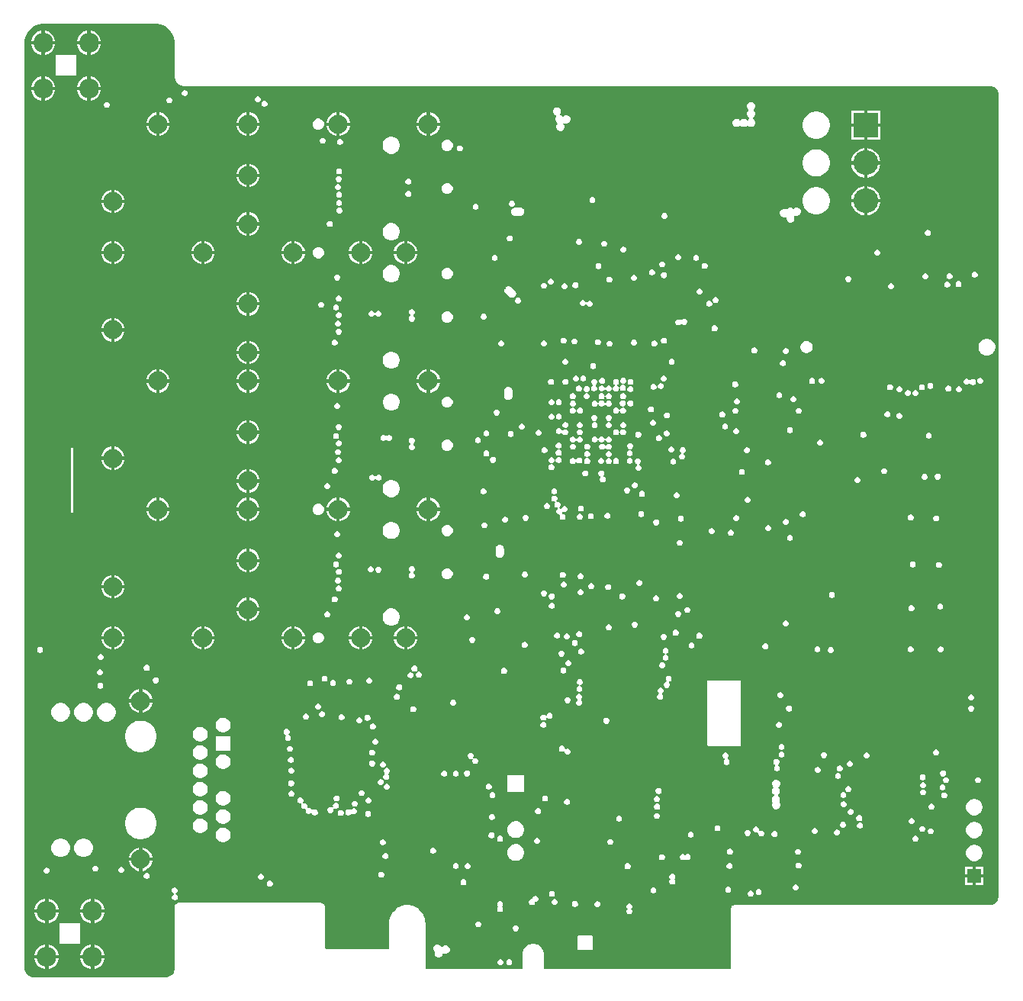
<source format=gbr>
G04*
G04 #@! TF.GenerationSoftware,Altium Limited,Altium Designer,24.2.2 (26)*
G04*
G04 Layer_Physical_Order=9*
G04 Layer_Color=1930808*
%FSLAX25Y25*%
%MOIN*%
G70*
G04*
G04 #@! TF.SameCoordinates,383E0004-DF84-4F77-A050-2B2E5B934949*
G04*
G04*
G04 #@! TF.FilePolarity,Positive*
G04*
G01*
G75*
%ADD175C,0.06299*%
%ADD177R,0.10827X0.10827*%
%ADD178C,0.10827*%
%ADD196C,0.08661*%
%ADD200C,0.08268*%
%ADD205C,0.25591*%
%ADD206C,0.25000*%
%ADD207R,0.06102X0.06102*%
%ADD210C,0.01600*%
%ADD211C,0.02598*%
G36*
X30458Y20669D02*
X30471Y20671D01*
X30483Y20669D01*
X31293Y20685D01*
X32894Y20367D01*
X34413Y19738D01*
X35781Y18824D01*
X36944Y17661D01*
X37857Y16294D01*
X38487Y14774D01*
X38807Y13161D01*
Y12341D01*
X38788Y-1632D01*
X38772Y-1931D01*
X38785Y-2021D01*
X38776Y-2111D01*
X38837Y-2772D01*
X38871Y-2887D01*
X38883Y-3007D01*
X39072Y-3643D01*
X39128Y-3749D01*
X39162Y-3865D01*
X39472Y-4451D01*
X39548Y-4545D01*
X39604Y-4651D01*
X40022Y-5166D01*
X40115Y-5243D01*
X40191Y-5337D01*
X40701Y-5760D01*
X40807Y-5818D01*
X40900Y-5894D01*
X41483Y-6210D01*
X41598Y-6246D01*
X41704Y-6303D01*
X42338Y-6499D01*
X42428Y-6508D01*
X42513Y-6539D01*
X42841Y-6590D01*
X42935Y-6586D01*
X43027Y-6604D01*
X395332Y-6604D01*
X395343Y-6602D01*
X395354Y-6604D01*
X395685Y-6598D01*
X396337Y-6715D01*
X396953Y-6957D01*
X397510Y-7315D01*
X397987Y-7774D01*
X398365Y-8318D01*
X398629Y-8925D01*
X398771Y-9572D01*
X398777Y-9891D01*
X398777Y-360509D01*
X398777Y-360881D01*
X398631Y-361611D01*
X398347Y-362298D01*
X397933Y-362917D01*
X397407Y-363443D01*
X396789Y-363856D01*
X396102Y-364141D01*
X395372Y-364286D01*
X395000Y-364286D01*
X283161D01*
X282693Y-364379D01*
X282296Y-364644D01*
X282031Y-365041D01*
X281938Y-365510D01*
Y-392175D01*
X200222D01*
X200222Y-385874D01*
X200214Y-385834D01*
X200219Y-385794D01*
X200189Y-385332D01*
X200158Y-385215D01*
X200150Y-385095D01*
X199911Y-384202D01*
X199840Y-384059D01*
X199788Y-383907D01*
X199326Y-383107D01*
X199221Y-382987D01*
X199132Y-382854D01*
X198478Y-382200D01*
X198345Y-382111D01*
X198225Y-382006D01*
X197425Y-381544D01*
X197273Y-381492D01*
X197130Y-381421D01*
X196237Y-381182D01*
X196077Y-381172D01*
X195920Y-381140D01*
X194996D01*
X194839Y-381172D01*
X194679Y-381182D01*
X193787Y-381421D01*
X193643Y-381492D01*
X193492Y-381544D01*
X192692Y-382006D01*
X192571Y-382111D01*
X192438Y-382200D01*
X191785Y-382854D01*
X191696Y-382987D01*
X191590Y-383107D01*
X191128Y-383907D01*
X191077Y-384059D01*
X191006Y-384202D01*
X190767Y-385095D01*
X190759Y-385215D01*
X190728Y-385332D01*
X190697Y-385794D01*
X190703Y-385834D01*
X190695Y-385874D01*
Y-392175D01*
X148345D01*
Y-372198D01*
X148341Y-372176D01*
X148345Y-372155D01*
X148322Y-371496D01*
X148299Y-371399D01*
Y-371300D01*
X148043Y-370014D01*
X147997Y-369902D01*
X147973Y-369784D01*
X147472Y-368573D01*
X147405Y-368473D01*
X147359Y-368361D01*
X146630Y-367271D01*
X146545Y-367186D01*
X146478Y-367085D01*
X145551Y-366158D01*
X145450Y-366091D01*
X145365Y-366006D01*
X144275Y-365277D01*
X144163Y-365231D01*
X144063Y-365164D01*
X142852Y-364663D01*
X142733Y-364639D01*
X142622Y-364593D01*
X141336Y-364337D01*
X141215D01*
X141097Y-364314D01*
X139786D01*
X139668Y-364337D01*
X139547D01*
X138261Y-364593D01*
X138150Y-364639D01*
X138031Y-364663D01*
X136820Y-365164D01*
X136720Y-365231D01*
X136608Y-365277D01*
X135518Y-366006D01*
X135433Y-366091D01*
X135333Y-366158D01*
X134405Y-367085D01*
X134338Y-367186D01*
X134253Y-367271D01*
X133525Y-368361D01*
X133478Y-368473D01*
X133412Y-368573D01*
X132910Y-369784D01*
X132886Y-369902D01*
X132840Y-370014D01*
X132584Y-371300D01*
Y-371391D01*
X132562Y-371479D01*
X132530Y-372134D01*
X132534Y-372165D01*
X132528Y-372194D01*
Y-383366D01*
X104824D01*
X104471Y-383012D01*
X104480Y-365010D01*
X104468Y-364950D01*
X104474Y-364889D01*
X104464Y-364792D01*
X104412Y-364620D01*
X104377Y-364444D01*
X104302Y-364264D01*
X104302Y-364263D01*
X104179Y-364080D01*
X104037Y-363866D01*
X104037Y-363866D01*
X103899Y-363729D01*
X103899Y-363729D01*
X103899Y-363728D01*
X103502Y-363463D01*
X103502Y-363463D01*
X103502Y-363463D01*
X103322Y-363389D01*
X103145Y-363354D01*
X102973Y-363301D01*
X102876Y-363292D01*
X102815Y-363298D01*
X102756Y-363286D01*
X40512Y-363286D01*
X40452Y-363298D01*
X40392Y-363292D01*
X40294Y-363301D01*
X40122Y-363354D01*
X39946Y-363389D01*
X39766Y-363463D01*
X39766Y-363463D01*
X39369Y-363729D01*
X39231Y-363866D01*
X39231Y-363866D01*
X39099Y-364065D01*
X38966Y-364264D01*
X38966Y-364264D01*
X38891Y-364444D01*
X38856Y-364620D01*
X38804Y-364792D01*
X38794Y-364890D01*
X38800Y-364950D01*
X38788Y-365009D01*
X38788Y-391990D01*
X38788Y-392362D01*
X38643Y-393091D01*
X38359Y-393778D01*
X37945Y-394397D01*
X37419Y-394923D01*
X36801Y-395336D01*
X36113Y-395621D01*
X35384Y-395766D01*
X-22988D01*
X-23354Y-395733D01*
X-24166Y-395493D01*
X-24916Y-395099D01*
X-25575Y-394567D01*
X-26117Y-393917D01*
X-26522Y-393173D01*
X-26774Y-392364D01*
X-26863Y-391522D01*
X-26825Y-391100D01*
X-26831Y-391045D01*
X-26820Y-390990D01*
X-26820Y12339D01*
X-26822Y12351D01*
X-26820Y12364D01*
X-26837Y13173D01*
X-26518Y14774D01*
X-25889Y16294D01*
X-24975Y17661D01*
X-23812Y18824D01*
X-22445Y19738D01*
X-20925Y20367D01*
X-19312Y20688D01*
X-18490D01*
X30458Y20669D01*
D02*
G37*
%LPC*%
G36*
X2089Y17886D02*
Y13318D01*
X6656D01*
X6306Y14625D01*
X5604Y15841D01*
X4612Y16833D01*
X3396Y17535D01*
X2089Y17886D01*
D02*
G37*
G36*
X-17911D02*
Y13318D01*
X-13344D01*
X-13694Y14625D01*
X-14396Y15841D01*
X-15388Y16833D01*
X-16604Y17535D01*
X-17911Y17886D01*
D02*
G37*
G36*
X589Y17886D02*
X-719Y17535D01*
X-1935Y16833D01*
X-2927Y15841D01*
X-3629Y14625D01*
X-3979Y13318D01*
X589D01*
Y17886D01*
D02*
G37*
G36*
X-19411D02*
X-20719Y17535D01*
X-21935Y16833D01*
X-22927Y15841D01*
X-23629Y14625D01*
X-23979Y13318D01*
X-19411D01*
Y17886D01*
D02*
G37*
G36*
X589Y11818D02*
X-3979D01*
X-3629Y10510D01*
X-2927Y9295D01*
X-1935Y8302D01*
X-719Y7600D01*
X589Y7250D01*
Y11818D01*
D02*
G37*
G36*
X-19411D02*
X-23979D01*
X-23629Y10510D01*
X-22927Y9295D01*
X-21935Y8302D01*
X-20719Y7600D01*
X-19411Y7250D01*
Y11818D01*
D02*
G37*
G36*
X-13344D02*
X-17911D01*
Y7250D01*
X-16604Y7600D01*
X-15388Y8302D01*
X-14396Y9295D01*
X-13694Y10510D01*
X-13344Y11818D01*
D02*
G37*
G36*
X6656D02*
X2089D01*
Y7250D01*
X3396Y7600D01*
X4612Y8302D01*
X5604Y9295D01*
X6306Y10510D01*
X6656Y11818D01*
D02*
G37*
G36*
X-4224Y7005D02*
X-13098D01*
Y-1869D01*
X-4224D01*
Y7005D01*
D02*
G37*
G36*
X2089Y-2114D02*
Y-6682D01*
X6656D01*
X6306Y-5375D01*
X5604Y-4159D01*
X4612Y-3167D01*
X3396Y-2465D01*
X2089Y-2114D01*
D02*
G37*
G36*
X-17911D02*
Y-6682D01*
X-13344D01*
X-13694Y-5375D01*
X-14396Y-4159D01*
X-15388Y-3167D01*
X-16604Y-2465D01*
X-17911Y-2114D01*
D02*
G37*
G36*
X589Y-2114D02*
X-719Y-2465D01*
X-1935Y-3167D01*
X-2927Y-4159D01*
X-3629Y-5375D01*
X-3979Y-6682D01*
X589D01*
Y-2114D01*
D02*
G37*
G36*
X-19411D02*
X-20719Y-2465D01*
X-21935Y-3167D01*
X-22927Y-4159D01*
X-23629Y-5375D01*
X-23979Y-6682D01*
X-19411D01*
Y-2114D01*
D02*
G37*
G36*
X43511Y-8179D02*
X42994D01*
X42516Y-8377D01*
X42150Y-8743D01*
X41952Y-9220D01*
Y-9738D01*
X42150Y-10215D01*
X42516Y-10581D01*
X42994Y-10779D01*
X43511D01*
X43989Y-10581D01*
X44354Y-10215D01*
X44552Y-9738D01*
Y-9220D01*
X44354Y-8743D01*
X43989Y-8377D01*
X43511Y-8179D01*
D02*
G37*
G36*
X589Y-8182D02*
X-3979D01*
X-3629Y-9490D01*
X-2927Y-10705D01*
X-1935Y-11698D01*
X-719Y-12400D01*
X589Y-12750D01*
Y-8182D01*
D02*
G37*
G36*
X-19411D02*
X-23979D01*
X-23629Y-9490D01*
X-22927Y-10705D01*
X-21935Y-11698D01*
X-20719Y-12400D01*
X-19411Y-12750D01*
Y-8182D01*
D02*
G37*
G36*
X-13344D02*
X-17911D01*
Y-12750D01*
X-16604Y-12400D01*
X-15388Y-11698D01*
X-14396Y-10705D01*
X-13694Y-9490D01*
X-13344Y-8182D01*
D02*
G37*
G36*
X6656D02*
X2089D01*
Y-12750D01*
X3396Y-12400D01*
X4612Y-11698D01*
X5604Y-10705D01*
X6306Y-9490D01*
X6656Y-8182D01*
D02*
G37*
G36*
X75357Y-10905D02*
X74840D01*
X74362Y-11103D01*
X73996Y-11468D01*
X73798Y-11946D01*
Y-12463D01*
X73996Y-12941D01*
X74362Y-13307D01*
X74840Y-13505D01*
X75357D01*
X75835Y-13307D01*
X76200Y-12941D01*
X76398Y-12463D01*
Y-11946D01*
X76200Y-11468D01*
X75835Y-11103D01*
X75357Y-10905D01*
D02*
G37*
G36*
X36705Y-11381D02*
X36187D01*
X35710Y-11579D01*
X35344Y-11945D01*
X35146Y-12423D01*
Y-12940D01*
X35344Y-13418D01*
X35710Y-13783D01*
X36187Y-13981D01*
X36705D01*
X37182Y-13783D01*
X37548Y-13418D01*
X37746Y-12940D01*
Y-12423D01*
X37548Y-11945D01*
X37182Y-11579D01*
X36705Y-11381D01*
D02*
G37*
G36*
X78287Y-12873D02*
X77770D01*
X77292Y-13071D01*
X76926Y-13437D01*
X76728Y-13915D01*
Y-14432D01*
X76926Y-14910D01*
X77292Y-15275D01*
X77770Y-15473D01*
X78287D01*
X78764Y-15275D01*
X79130Y-14910D01*
X79328Y-14432D01*
Y-13915D01*
X79130Y-13437D01*
X78764Y-13071D01*
X78287Y-12873D01*
D02*
G37*
G36*
X9369Y-13405D02*
X8852D01*
X8374Y-13603D01*
X8008Y-13968D01*
X7810Y-14446D01*
Y-14963D01*
X8008Y-15441D01*
X8374Y-15807D01*
X8852Y-16005D01*
X9369D01*
X9847Y-15807D01*
X10212Y-15441D01*
X10410Y-14963D01*
Y-14446D01*
X10212Y-13968D01*
X9847Y-13603D01*
X9369Y-13405D01*
D02*
G37*
G36*
X291016Y-13512D02*
X290300D01*
X289638Y-13787D01*
X289132Y-14293D01*
X288858Y-14954D01*
Y-15671D01*
X289132Y-16332D01*
X289450Y-16651D01*
X289582Y-16976D01*
X289450Y-17302D01*
X289132Y-17620D01*
X288858Y-18282D01*
Y-18998D01*
X289132Y-19659D01*
X289638Y-20166D01*
X289986Y-20310D01*
Y-20851D01*
X289638Y-20995D01*
X289432Y-21201D01*
X289105Y-21479D01*
X288778Y-21201D01*
X288572Y-20995D01*
X287911Y-20721D01*
X287195D01*
X286533Y-20995D01*
X286280Y-21248D01*
X285953Y-21455D01*
X285627Y-21248D01*
X285374Y-20995D01*
X284712Y-20721D01*
X283996D01*
X283334Y-20995D01*
X282828Y-21501D01*
X282554Y-22163D01*
Y-22879D01*
X282828Y-23541D01*
X283334Y-24047D01*
X283996Y-24321D01*
X284712D01*
X285374Y-24047D01*
X285627Y-23794D01*
X285953Y-23587D01*
X286280Y-23794D01*
X286533Y-24047D01*
X287195Y-24321D01*
X287911D01*
X288572Y-24047D01*
X288778Y-23841D01*
X289105Y-23563D01*
X289432Y-23841D01*
X289638Y-24047D01*
X290300Y-24321D01*
X291016D01*
X291677Y-24047D01*
X292183Y-23541D01*
X292458Y-22879D01*
Y-22163D01*
X292183Y-21501D01*
X291677Y-20995D01*
X291329Y-20851D01*
Y-20310D01*
X291677Y-20166D01*
X292183Y-19659D01*
X292458Y-18998D01*
Y-18282D01*
X292183Y-17620D01*
X291865Y-17302D01*
X291733Y-16976D01*
X291865Y-16651D01*
X292183Y-16332D01*
X292458Y-15671D01*
Y-14954D01*
X292183Y-14293D01*
X291677Y-13787D01*
X291016Y-13512D01*
D02*
G37*
G36*
X150356Y-17996D02*
Y-22360D01*
X154720D01*
X154390Y-21129D01*
X153714Y-19958D01*
X152759Y-19002D01*
X151588Y-18326D01*
X150356Y-17996D01*
D02*
G37*
G36*
X110986D02*
Y-22360D01*
X115350D01*
X115020Y-21129D01*
X114344Y-19958D01*
X113389Y-19002D01*
X112218Y-18326D01*
X110986Y-17996D01*
D02*
G37*
G36*
X71616D02*
Y-22360D01*
X75980D01*
X75650Y-21129D01*
X74974Y-19958D01*
X74018Y-19002D01*
X72848Y-18326D01*
X71616Y-17996D01*
D02*
G37*
G36*
X32246D02*
Y-22360D01*
X36610D01*
X36280Y-21129D01*
X35604Y-19958D01*
X34648Y-19002D01*
X33478Y-18326D01*
X32246Y-17996D01*
D02*
G37*
G36*
X30746D02*
X29515Y-18326D01*
X28344Y-19002D01*
X27388Y-19958D01*
X26712Y-21129D01*
X26382Y-22360D01*
X30746D01*
Y-17996D01*
D02*
G37*
G36*
X148856D02*
X147625Y-18326D01*
X146454Y-19002D01*
X145498Y-19958D01*
X144822Y-21129D01*
X144492Y-22360D01*
X148856D01*
Y-17996D01*
D02*
G37*
G36*
X70116D02*
X68884Y-18326D01*
X67714Y-19002D01*
X66758Y-19958D01*
X66082Y-21129D01*
X65752Y-22360D01*
X70116D01*
Y-17996D01*
D02*
G37*
G36*
X109486D02*
X108255Y-18326D01*
X107084Y-19002D01*
X106128Y-19958D01*
X105452Y-21129D01*
X105122Y-22360D01*
X109486D01*
Y-17996D01*
D02*
G37*
G36*
X347167Y-17063D02*
X341504D01*
Y-22726D01*
X347167D01*
Y-17063D01*
D02*
G37*
G36*
X340003D02*
X334340D01*
Y-22726D01*
X340003D01*
Y-17063D01*
D02*
G37*
G36*
X206217Y-15707D02*
X205500D01*
X204839Y-15981D01*
X204332Y-16488D01*
X204059Y-17149D01*
Y-17865D01*
X204332Y-18527D01*
X204839Y-19033D01*
X205446Y-19284D01*
X205558Y-19529D01*
X205630Y-19807D01*
X205487Y-19950D01*
X205213Y-20612D01*
Y-21328D01*
X205487Y-21990D01*
X205993Y-22496D01*
X206035Y-23054D01*
X205862Y-23227D01*
X205588Y-23889D01*
Y-24605D01*
X205862Y-25267D01*
X206368Y-25773D01*
X207030Y-26047D01*
X207746D01*
X208408Y-25773D01*
X208914Y-25267D01*
X209188Y-24605D01*
Y-23889D01*
X208914Y-23227D01*
X208549Y-22862D01*
X208871Y-22496D01*
X209533Y-22770D01*
X210249D01*
X210911Y-22496D01*
X211417Y-21990D01*
X211691Y-21328D01*
Y-20612D01*
X211417Y-19950D01*
X210911Y-19444D01*
X210249Y-19170D01*
X209533D01*
X208871Y-19444D01*
X208452Y-19863D01*
X208032Y-19444D01*
X207426Y-19193D01*
X207313Y-18948D01*
X207241Y-18670D01*
X207384Y-18527D01*
X207659Y-17865D01*
Y-17149D01*
X207384Y-16488D01*
X206878Y-15981D01*
X206217Y-15707D01*
D02*
G37*
G36*
X102066Y-20642D02*
X101084D01*
X100177Y-21017D01*
X99482Y-21712D01*
X99106Y-22619D01*
Y-23601D01*
X99482Y-24509D01*
X100177Y-25203D01*
X101084Y-25579D01*
X102066D01*
X102973Y-25203D01*
X103667Y-24509D01*
X104043Y-23601D01*
Y-22619D01*
X103667Y-21712D01*
X102973Y-21017D01*
X102066Y-20642D01*
D02*
G37*
G36*
X36610Y-23860D02*
X32246D01*
Y-28224D01*
X33478Y-27894D01*
X34648Y-27218D01*
X35604Y-26262D01*
X36280Y-25092D01*
X36610Y-23860D01*
D02*
G37*
G36*
X115350D02*
X110986D01*
Y-28224D01*
X112218Y-27894D01*
X113389Y-27218D01*
X114344Y-26262D01*
X115020Y-25092D01*
X115350Y-23860D01*
D02*
G37*
G36*
X154720D02*
X150356D01*
Y-28224D01*
X151588Y-27894D01*
X152759Y-27218D01*
X153714Y-26262D01*
X154390Y-25092D01*
X154720Y-23860D01*
D02*
G37*
G36*
X75980D02*
X71616D01*
Y-28224D01*
X72848Y-27894D01*
X74018Y-27218D01*
X74974Y-26262D01*
X75650Y-25092D01*
X75980Y-23860D01*
D02*
G37*
G36*
X148856D02*
X144492D01*
X144822Y-25092D01*
X145498Y-26262D01*
X146454Y-27218D01*
X147625Y-27894D01*
X148856Y-28224D01*
Y-23860D01*
D02*
G37*
G36*
X70116D02*
X65752D01*
X66082Y-25092D01*
X66758Y-26262D01*
X67714Y-27218D01*
X68884Y-27894D01*
X70116Y-28224D01*
Y-23860D01*
D02*
G37*
G36*
X109486D02*
X105122D01*
X105452Y-25092D01*
X106128Y-26262D01*
X107084Y-27218D01*
X108255Y-27894D01*
X109486Y-28224D01*
Y-23860D01*
D02*
G37*
G36*
X30746D02*
X26382D01*
X26712Y-25092D01*
X27388Y-26262D01*
X28344Y-27218D01*
X29515Y-27894D01*
X30746Y-28224D01*
Y-23860D01*
D02*
G37*
G36*
X319682Y-17562D02*
X318518D01*
X317375Y-17790D01*
X316299Y-18236D01*
X315330Y-18883D01*
X314507Y-19706D01*
X313860Y-20675D01*
X313414Y-21751D01*
X313187Y-22893D01*
Y-24058D01*
X313414Y-25201D01*
X313860Y-26277D01*
X314507Y-27245D01*
X315330Y-28069D01*
X316299Y-28716D01*
X317375Y-29162D01*
X318518Y-29389D01*
X319682D01*
X320825Y-29162D01*
X321901Y-28716D01*
X322869Y-28069D01*
X323693Y-27245D01*
X324340Y-26277D01*
X324786Y-25201D01*
X325013Y-24058D01*
Y-22893D01*
X324786Y-21751D01*
X324340Y-20675D01*
X323693Y-19706D01*
X322869Y-18883D01*
X321901Y-18236D01*
X320825Y-17790D01*
X319682Y-17562D01*
D02*
G37*
G36*
X347167Y-24226D02*
X341504D01*
Y-29889D01*
X347167D01*
Y-24226D01*
D02*
G37*
G36*
X340003D02*
X334340D01*
Y-29889D01*
X340003D01*
Y-24226D01*
D02*
G37*
G36*
X103802Y-29015D02*
X103285D01*
X102807Y-29213D01*
X102441Y-29579D01*
X102243Y-30056D01*
Y-30573D01*
X102441Y-31051D01*
X102807Y-31417D01*
X103285Y-31615D01*
X103802D01*
X104280Y-31417D01*
X104645Y-31051D01*
X104843Y-30573D01*
Y-30056D01*
X104645Y-29579D01*
X104280Y-29213D01*
X103802Y-29015D01*
D02*
G37*
G36*
X111296Y-29566D02*
X110779D01*
X110301Y-29764D01*
X109935Y-30130D01*
X109737Y-30607D01*
Y-31125D01*
X109935Y-31602D01*
X110301Y-31968D01*
X110779Y-32166D01*
X111296D01*
X111774Y-31968D01*
X112139Y-31602D01*
X112337Y-31125D01*
Y-30607D01*
X112139Y-30130D01*
X111774Y-29764D01*
X111296Y-29566D01*
D02*
G37*
G36*
X158365Y-29815D02*
X157383D01*
X156476Y-30191D01*
X155781Y-30885D01*
X155405Y-31792D01*
Y-32774D01*
X155781Y-33682D01*
X156476Y-34376D01*
X157383Y-34752D01*
X158365D01*
X159272Y-34376D01*
X159967Y-33682D01*
X160343Y-32774D01*
Y-31792D01*
X159967Y-30885D01*
X159272Y-30191D01*
X158365Y-29815D01*
D02*
G37*
G36*
X163680Y-32375D02*
X163163D01*
X162685Y-32573D01*
X162319Y-32939D01*
X162121Y-33417D01*
Y-33934D01*
X162319Y-34412D01*
X162685Y-34777D01*
X163163Y-34975D01*
X163680D01*
X164158Y-34777D01*
X164523Y-34412D01*
X164721Y-33934D01*
Y-33417D01*
X164523Y-32939D01*
X164158Y-32573D01*
X163680Y-32375D01*
D02*
G37*
G36*
X133958Y-28535D02*
X132971D01*
X132018Y-28791D01*
X131163Y-29284D01*
X130465Y-29982D01*
X129972Y-30837D01*
X129717Y-31790D01*
Y-32777D01*
X129972Y-33730D01*
X130465Y-34585D01*
X131163Y-35283D01*
X132018Y-35776D01*
X132971Y-36031D01*
X133958D01*
X134911Y-35776D01*
X135766Y-35283D01*
X136464Y-34585D01*
X136957Y-33730D01*
X137213Y-32777D01*
Y-31790D01*
X136957Y-30837D01*
X136464Y-29982D01*
X135766Y-29284D01*
X134911Y-28791D01*
X133958Y-28535D01*
D02*
G37*
G36*
X341504Y-33621D02*
Y-39261D01*
X347143D01*
X346920Y-38141D01*
X346437Y-36973D01*
X345735Y-35923D01*
X344842Y-35030D01*
X343791Y-34328D01*
X342624Y-33844D01*
X341504Y-33621D01*
D02*
G37*
G36*
X340003D02*
X338883Y-33844D01*
X337716Y-34328D01*
X336665Y-35030D01*
X335772Y-35923D01*
X335070Y-36973D01*
X334587Y-38141D01*
X334364Y-39261D01*
X340003D01*
Y-33621D01*
D02*
G37*
G36*
X71616Y-40358D02*
Y-44722D01*
X75980D01*
X75650Y-43491D01*
X74974Y-42320D01*
X74018Y-41364D01*
X72848Y-40688D01*
X71616Y-40358D01*
D02*
G37*
G36*
X70116Y-40358D02*
X68884Y-40688D01*
X67714Y-41364D01*
X66758Y-42320D01*
X66082Y-43491D01*
X65752Y-44722D01*
X70116D01*
Y-40358D01*
D02*
G37*
G36*
X110900Y-42399D02*
X110383D01*
X109905Y-42597D01*
X109539Y-42962D01*
X109342Y-43440D01*
Y-43957D01*
X109539Y-44435D01*
X109905Y-44801D01*
X110383Y-44999D01*
X110900D01*
X111378Y-44801D01*
X111744Y-44435D01*
X111942Y-43957D01*
Y-43440D01*
X111744Y-42962D01*
X111378Y-42597D01*
X110900Y-42399D01*
D02*
G37*
G36*
X319682Y-34098D02*
X318518D01*
X317375Y-34325D01*
X316299Y-34771D01*
X315330Y-35418D01*
X314507Y-36242D01*
X313860Y-37210D01*
X313414Y-38286D01*
X313187Y-39429D01*
Y-40594D01*
X313414Y-41736D01*
X313860Y-42812D01*
X314507Y-43781D01*
X315330Y-44605D01*
X316299Y-45252D01*
X317375Y-45697D01*
X318518Y-45925D01*
X319682D01*
X320825Y-45697D01*
X321901Y-45252D01*
X322869Y-44605D01*
X323693Y-43781D01*
X324340Y-42812D01*
X324786Y-41736D01*
X325013Y-40594D01*
Y-39429D01*
X324786Y-38286D01*
X324340Y-37210D01*
X323693Y-36242D01*
X322869Y-35418D01*
X321901Y-34771D01*
X320825Y-34325D01*
X319682Y-34098D01*
D02*
G37*
G36*
X347143Y-40761D02*
X341504D01*
Y-46401D01*
X342624Y-46178D01*
X343791Y-45695D01*
X344842Y-44993D01*
X345735Y-44100D01*
X346437Y-43049D01*
X346920Y-41882D01*
X347143Y-40761D01*
D02*
G37*
G36*
X340003D02*
X334364D01*
X334587Y-41882D01*
X335070Y-43049D01*
X335772Y-44100D01*
X336665Y-44993D01*
X337716Y-45695D01*
X338883Y-46178D01*
X340003Y-46401D01*
Y-40761D01*
D02*
G37*
G36*
X110721Y-45771D02*
X110204D01*
X109726Y-45969D01*
X109360Y-46335D01*
X109162Y-46812D01*
Y-47330D01*
X109360Y-47807D01*
X109726Y-48173D01*
X110204Y-48371D01*
X110721D01*
X111199Y-48173D01*
X111565Y-47807D01*
X111762Y-47330D01*
Y-46812D01*
X111565Y-46335D01*
X111199Y-45969D01*
X110721Y-45771D01*
D02*
G37*
G36*
X141203Y-46932D02*
X140686D01*
X140208Y-47130D01*
X139843Y-47496D01*
X139645Y-47974D01*
Y-48491D01*
X139843Y-48969D01*
X140208Y-49334D01*
X140686Y-49532D01*
X141203D01*
X141681Y-49334D01*
X142047Y-48969D01*
X142245Y-48491D01*
Y-47974D01*
X142047Y-47496D01*
X141681Y-47130D01*
X141203Y-46932D01*
D02*
G37*
G36*
X75980Y-46222D02*
X71616D01*
Y-50586D01*
X72848Y-50256D01*
X74018Y-49580D01*
X74974Y-48625D01*
X75650Y-47454D01*
X75980Y-46222D01*
D02*
G37*
G36*
X70116D02*
X65752D01*
X66082Y-47454D01*
X66758Y-48625D01*
X67714Y-49580D01*
X68884Y-50256D01*
X70116Y-50586D01*
Y-46222D01*
D02*
G37*
G36*
X110470Y-49179D02*
X109953D01*
X109475Y-49377D01*
X109109Y-49743D01*
X108911Y-50221D01*
Y-50738D01*
X109109Y-51216D01*
X109475Y-51581D01*
X109953Y-51779D01*
X110470D01*
X110948Y-51581D01*
X111313Y-51216D01*
X111511Y-50738D01*
Y-50221D01*
X111313Y-49743D01*
X110948Y-49377D01*
X110470Y-49179D01*
D02*
G37*
G36*
X158365Y-48713D02*
X157383D01*
X156476Y-49088D01*
X155781Y-49783D01*
X155405Y-50690D01*
Y-51672D01*
X155781Y-52579D01*
X156476Y-53274D01*
X157383Y-53649D01*
X158365D01*
X159272Y-53274D01*
X159967Y-52579D01*
X160343Y-51672D01*
Y-50690D01*
X159967Y-49783D01*
X159272Y-49088D01*
X158365Y-48713D01*
D02*
G37*
G36*
X141203Y-52302D02*
X140686D01*
X140208Y-52500D01*
X139843Y-52866D01*
X139645Y-53344D01*
Y-53861D01*
X139843Y-54339D01*
X140208Y-54704D01*
X140686Y-54902D01*
X141203D01*
X141681Y-54704D01*
X142047Y-54339D01*
X142245Y-53861D01*
Y-53344D01*
X142047Y-52866D01*
X141681Y-52500D01*
X141203Y-52302D01*
D02*
G37*
G36*
X110936Y-52623D02*
X110419D01*
X109941Y-52821D01*
X109575Y-53187D01*
X109378Y-53665D01*
Y-54182D01*
X109575Y-54660D01*
X109941Y-55026D01*
X110419Y-55223D01*
X110936D01*
X111414Y-55026D01*
X111780Y-54660D01*
X111978Y-54182D01*
Y-53665D01*
X111780Y-53187D01*
X111414Y-52821D01*
X110936Y-52623D01*
D02*
G37*
G36*
X341504Y-50157D02*
Y-55797D01*
X347143D01*
X346920Y-54676D01*
X346437Y-53509D01*
X345735Y-52458D01*
X344842Y-51565D01*
X343791Y-50863D01*
X342624Y-50380D01*
X341504Y-50157D01*
D02*
G37*
G36*
X340003D02*
X338883Y-50380D01*
X337716Y-50863D01*
X336665Y-51565D01*
X335772Y-52458D01*
X335070Y-53509D01*
X334587Y-54676D01*
X334364Y-55797D01*
X340003D01*
Y-50157D01*
D02*
G37*
G36*
X12561Y-51776D02*
Y-56140D01*
X16925D01*
X16595Y-54908D01*
X15919Y-53737D01*
X14963Y-52782D01*
X13793Y-52106D01*
X12561Y-51776D01*
D02*
G37*
G36*
X11061D02*
X9829Y-52106D01*
X8659Y-52782D01*
X7703Y-53737D01*
X7027Y-54908D01*
X6697Y-56140D01*
X11061D01*
Y-51776D01*
D02*
G37*
G36*
X221612Y-54975D02*
X221095D01*
X220617Y-55173D01*
X220251Y-55539D01*
X220054Y-56016D01*
Y-56534D01*
X220251Y-57011D01*
X220617Y-57377D01*
X221095Y-57575D01*
X221612D01*
X222090Y-57377D01*
X222456Y-57011D01*
X222654Y-56534D01*
Y-56016D01*
X222456Y-55539D01*
X222090Y-55173D01*
X221612Y-54975D01*
D02*
G37*
G36*
X110900Y-56247D02*
X110383D01*
X109905Y-56445D01*
X109540Y-56811D01*
X109342Y-57288D01*
Y-57806D01*
X109540Y-58283D01*
X109905Y-58649D01*
X110383Y-58847D01*
X110900D01*
X111378Y-58649D01*
X111744Y-58283D01*
X111942Y-57806D01*
Y-57288D01*
X111744Y-56811D01*
X111378Y-56445D01*
X110900Y-56247D01*
D02*
G37*
G36*
X186477Y-56466D02*
X185959D01*
X185482Y-56664D01*
X185116Y-57029D01*
X184918Y-57507D01*
Y-58024D01*
X185116Y-58502D01*
X185482Y-58868D01*
X185959Y-59066D01*
X186477D01*
X186954Y-58868D01*
X187320Y-58502D01*
X187518Y-58024D01*
Y-57507D01*
X187320Y-57029D01*
X186954Y-56664D01*
X186477Y-56466D01*
D02*
G37*
G36*
X310887Y-59503D02*
X310170D01*
X309509Y-59777D01*
X309171Y-60115D01*
X308875Y-59819D01*
X308213Y-59545D01*
X307497D01*
X306836Y-59819D01*
X306329Y-60325D01*
X305809Y-60275D01*
X305393Y-60103D01*
X304677D01*
X304015Y-60377D01*
X303509Y-60883D01*
X303235Y-61545D01*
Y-62261D01*
X303509Y-62923D01*
X304015Y-63429D01*
X304677Y-63703D01*
X305393D01*
X305640Y-63601D01*
X305858Y-63761D01*
X306055Y-63970D01*
Y-64620D01*
X306329Y-65282D01*
X306836Y-65788D01*
X307497Y-66062D01*
X308213D01*
X308875Y-65788D01*
X309381Y-65282D01*
X309655Y-64620D01*
Y-63904D01*
X309419Y-63333D01*
X309603Y-63055D01*
X309752Y-62929D01*
X310170Y-63103D01*
X310887D01*
X311548Y-62829D01*
X312054Y-62323D01*
X312328Y-61661D01*
Y-60945D01*
X312054Y-60283D01*
X311548Y-59777D01*
X310887Y-59503D01*
D02*
G37*
G36*
X170591Y-57854D02*
X170073D01*
X169596Y-58051D01*
X169230Y-58417D01*
X169032Y-58895D01*
Y-59412D01*
X169230Y-59890D01*
X169596Y-60256D01*
X170073Y-60453D01*
X170591D01*
X171069Y-60256D01*
X171434Y-59890D01*
X171632Y-59412D01*
Y-58895D01*
X171434Y-58417D01*
X171069Y-58051D01*
X170591Y-57854D01*
D02*
G37*
G36*
X16925Y-57640D02*
X12561D01*
Y-62004D01*
X13793Y-61674D01*
X14963Y-60998D01*
X15919Y-60042D01*
X16595Y-58871D01*
X16925Y-57640D01*
D02*
G37*
G36*
X11061D02*
X6697D01*
X7027Y-58871D01*
X7703Y-60042D01*
X8659Y-60998D01*
X9829Y-61674D01*
X11061Y-62004D01*
Y-57640D01*
D02*
G37*
G36*
X111008Y-59476D02*
X110491D01*
X110013Y-59674D01*
X109647Y-60040D01*
X109449Y-60517D01*
Y-61035D01*
X109647Y-61512D01*
X110013Y-61878D01*
X110491Y-62076D01*
X111008D01*
X111486Y-61878D01*
X111852Y-61512D01*
X112049Y-61035D01*
Y-60517D01*
X111852Y-60040D01*
X111486Y-59674D01*
X111008Y-59476D01*
D02*
G37*
G36*
X319682Y-50633D02*
X318518D01*
X317375Y-50861D01*
X316299Y-51306D01*
X315330Y-51954D01*
X314507Y-52777D01*
X313860Y-53746D01*
X313414Y-54822D01*
X313187Y-55964D01*
Y-57129D01*
X313414Y-58272D01*
X313860Y-59348D01*
X314507Y-60316D01*
X315330Y-61140D01*
X316299Y-61787D01*
X317375Y-62233D01*
X318518Y-62460D01*
X319682D01*
X320825Y-62233D01*
X321901Y-61787D01*
X322869Y-61140D01*
X323693Y-60316D01*
X324340Y-59348D01*
X324786Y-58272D01*
X325013Y-57129D01*
Y-55964D01*
X324786Y-54822D01*
X324340Y-53746D01*
X323693Y-52777D01*
X322869Y-51954D01*
X321901Y-51306D01*
X320825Y-50861D01*
X319682Y-50633D01*
D02*
G37*
G36*
X347143Y-57297D02*
X341504D01*
Y-62937D01*
X342624Y-62714D01*
X343791Y-62230D01*
X344842Y-61528D01*
X345735Y-60635D01*
X346437Y-59585D01*
X346920Y-58417D01*
X347143Y-57297D01*
D02*
G37*
G36*
X340003D02*
X334364D01*
X334587Y-58417D01*
X335070Y-59585D01*
X335772Y-60635D01*
X336665Y-61528D01*
X337716Y-62230D01*
X338883Y-62714D01*
X340003Y-62937D01*
Y-57297D01*
D02*
G37*
G36*
X190038Y-59442D02*
X187421Y-59442D01*
X187321Y-59483D01*
X187214D01*
X186736Y-59681D01*
X186660Y-59757D01*
X186560Y-59798D01*
X186195Y-60164D01*
X186153Y-60263D01*
X186077Y-60339D01*
X185879Y-60817D01*
Y-60925D01*
X185838Y-61024D01*
Y-61542D01*
X185879Y-61641D01*
Y-61749D01*
X186077Y-62226D01*
X186153Y-62303D01*
X186195Y-62402D01*
X186560Y-62768D01*
X186660Y-62809D01*
X186736Y-62885D01*
X187214Y-63083D01*
X187321D01*
X187421Y-63124D01*
X189779Y-63124D01*
X189779Y-63124D01*
X190038D01*
X190137Y-63083D01*
X190245D01*
X190723Y-62885D01*
X190799Y-62809D01*
X190898Y-62768D01*
X191264Y-62402D01*
X191305Y-62303D01*
X191381Y-62226D01*
X191579Y-61749D01*
Y-61641D01*
X191621Y-61542D01*
Y-61024D01*
X191579Y-60925D01*
Y-60817D01*
X191381Y-60339D01*
X191305Y-60263D01*
X191264Y-60164D01*
X190898Y-59798D01*
X190799Y-59757D01*
X190723Y-59681D01*
X190245Y-59483D01*
X190137D01*
X190038Y-59442D01*
D02*
G37*
G36*
X253089Y-61791D02*
X252572D01*
X252094Y-61988D01*
X251729Y-62354D01*
X251531Y-62832D01*
Y-63349D01*
X251729Y-63827D01*
X252094Y-64193D01*
X252572Y-64390D01*
X253089D01*
X253567Y-64193D01*
X253933Y-63827D01*
X254131Y-63349D01*
Y-62832D01*
X253933Y-62354D01*
X253567Y-61988D01*
X253089Y-61791D01*
D02*
G37*
G36*
X71616Y-61618D02*
Y-65982D01*
X75980D01*
X75650Y-64751D01*
X74974Y-63580D01*
X74018Y-62624D01*
X72848Y-61948D01*
X71616Y-61618D01*
D02*
G37*
G36*
X70116Y-61618D02*
X68884Y-61948D01*
X67714Y-62624D01*
X66758Y-63580D01*
X66082Y-64751D01*
X65752Y-65982D01*
X70116D01*
Y-61618D01*
D02*
G37*
G36*
X106865Y-65383D02*
X106348D01*
X105870Y-65581D01*
X105505Y-65946D01*
X105306Y-66424D01*
Y-66941D01*
X105505Y-67419D01*
X105870Y-67785D01*
X106348Y-67983D01*
X106865D01*
X107343Y-67785D01*
X107709Y-67419D01*
X107906Y-66941D01*
Y-66424D01*
X107709Y-65946D01*
X107343Y-65581D01*
X106865Y-65383D01*
D02*
G37*
G36*
X75980Y-67482D02*
X71616D01*
Y-71846D01*
X72848Y-71516D01*
X74018Y-70840D01*
X74974Y-69885D01*
X75650Y-68714D01*
X75980Y-67482D01*
D02*
G37*
G36*
X70116D02*
X65752D01*
X66082Y-68714D01*
X66758Y-69885D01*
X67714Y-70840D01*
X68884Y-71516D01*
X70116Y-71846D01*
Y-67482D01*
D02*
G37*
G36*
X368172Y-69286D02*
X367655D01*
X367177Y-69484D01*
X366811Y-69849D01*
X366613Y-70327D01*
Y-70844D01*
X366811Y-71322D01*
X367177Y-71688D01*
X367655Y-71886D01*
X368172D01*
X368650Y-71688D01*
X369015Y-71322D01*
X369213Y-70844D01*
Y-70327D01*
X369015Y-69849D01*
X368650Y-69484D01*
X368172Y-69286D01*
D02*
G37*
G36*
X133958Y-66331D02*
X132971D01*
X132018Y-66586D01*
X131163Y-67080D01*
X130465Y-67777D01*
X129972Y-68632D01*
X129717Y-69585D01*
Y-70572D01*
X129972Y-71525D01*
X130465Y-72380D01*
X131163Y-73078D01*
X132018Y-73571D01*
X132971Y-73827D01*
X133958D01*
X134911Y-73571D01*
X135766Y-73078D01*
X136464Y-72380D01*
X136957Y-71525D01*
X137213Y-70572D01*
Y-69585D01*
X136957Y-68632D01*
X136464Y-67777D01*
X135766Y-67080D01*
X134911Y-66586D01*
X133958Y-66331D01*
D02*
G37*
G36*
X185488Y-71727D02*
X184970D01*
X184493Y-71925D01*
X184127Y-72290D01*
X183929Y-72768D01*
Y-73285D01*
X184127Y-73763D01*
X184493Y-74129D01*
X184970Y-74327D01*
X185488D01*
X185966Y-74129D01*
X186331Y-73763D01*
X186529Y-73285D01*
Y-72768D01*
X186331Y-72290D01*
X185966Y-71925D01*
X185488Y-71727D01*
D02*
G37*
G36*
X215753Y-73140D02*
X215235D01*
X214757Y-73338D01*
X214392Y-73704D01*
X214194Y-74181D01*
Y-74699D01*
X214392Y-75176D01*
X214757Y-75542D01*
X215235Y-75740D01*
X215753D01*
X216230Y-75542D01*
X216596Y-75176D01*
X216794Y-74699D01*
Y-74181D01*
X216596Y-73704D01*
X216230Y-73338D01*
X215753Y-73140D01*
D02*
G37*
G36*
X226701Y-74056D02*
X226184D01*
X225706Y-74254D01*
X225341Y-74620D01*
X225143Y-75098D01*
Y-75615D01*
X225341Y-76093D01*
X225706Y-76459D01*
X226184Y-76656D01*
X226701D01*
X227179Y-76459D01*
X227545Y-76093D01*
X227743Y-75615D01*
Y-75098D01*
X227545Y-74620D01*
X227179Y-74254D01*
X226701Y-74056D01*
D02*
G37*
G36*
X91301Y-74098D02*
Y-78462D01*
X95665D01*
X95335Y-77231D01*
X94659Y-76060D01*
X93703Y-75104D01*
X92533Y-74428D01*
X91301Y-74098D01*
D02*
G37*
G36*
X51931D02*
Y-78462D01*
X56295D01*
X55965Y-77231D01*
X55289Y-76060D01*
X54333Y-75104D01*
X53163Y-74428D01*
X51931Y-74098D01*
D02*
G37*
G36*
X12561D02*
Y-78462D01*
X16925D01*
X16595Y-77231D01*
X15919Y-76060D01*
X14963Y-75104D01*
X13793Y-74428D01*
X12561Y-74098D01*
D02*
G37*
G36*
X89801Y-74098D02*
X88570Y-74428D01*
X87399Y-75104D01*
X86443Y-76060D01*
X85767Y-77231D01*
X85437Y-78462D01*
X89801D01*
Y-74098D01*
D02*
G37*
G36*
X50431D02*
X49200Y-74428D01*
X48029Y-75104D01*
X47073Y-76060D01*
X46397Y-77231D01*
X46067Y-78462D01*
X50431D01*
Y-74098D01*
D02*
G37*
G36*
X11061D02*
X9829Y-74428D01*
X8659Y-75104D01*
X7703Y-76060D01*
X7027Y-77231D01*
X6697Y-78462D01*
X11061D01*
Y-74098D01*
D02*
G37*
G36*
X140514Y-74098D02*
Y-78463D01*
X144878D01*
X144548Y-77231D01*
X143872Y-76060D01*
X142916Y-75104D01*
X141745Y-74428D01*
X140514Y-74098D01*
D02*
G37*
G36*
X120829D02*
Y-78463D01*
X125193D01*
X124863Y-77231D01*
X124187Y-76060D01*
X123231Y-75104D01*
X122060Y-74428D01*
X120829Y-74098D01*
D02*
G37*
G36*
X139014D02*
X137782Y-74428D01*
X136611Y-75104D01*
X135656Y-76060D01*
X134980Y-77231D01*
X134650Y-78463D01*
X139014D01*
Y-74098D01*
D02*
G37*
G36*
X119329D02*
X118097Y-74428D01*
X116927Y-75104D01*
X115971Y-76060D01*
X115295Y-77231D01*
X114965Y-78463D01*
X119329D01*
Y-74098D01*
D02*
G37*
G36*
X235171Y-76496D02*
X234654D01*
X234176Y-76694D01*
X233810Y-77060D01*
X233612Y-77537D01*
Y-78054D01*
X233810Y-78532D01*
X234176Y-78898D01*
X234654Y-79096D01*
X235171D01*
X235649Y-78898D01*
X236015Y-78532D01*
X236212Y-78054D01*
Y-77537D01*
X236015Y-77060D01*
X235649Y-76694D01*
X235171Y-76496D01*
D02*
G37*
G36*
X346125Y-77966D02*
X345607D01*
X345130Y-78164D01*
X344764Y-78529D01*
X344566Y-79007D01*
Y-79524D01*
X344764Y-80002D01*
X345130Y-80368D01*
X345607Y-80566D01*
X346125D01*
X346603Y-80368D01*
X346968Y-80002D01*
X347166Y-79524D01*
Y-79007D01*
X346968Y-78529D01*
X346603Y-78164D01*
X346125Y-77966D01*
D02*
G37*
G36*
X102066Y-76744D02*
X101084D01*
X100177Y-77120D01*
X99482Y-77814D01*
X99106Y-78721D01*
Y-79703D01*
X99482Y-80611D01*
X100177Y-81305D01*
X101084Y-81681D01*
X102066D01*
X102973Y-81305D01*
X103667Y-80611D01*
X104043Y-79703D01*
Y-78721D01*
X103667Y-77814D01*
X102973Y-77120D01*
X102066Y-76744D01*
D02*
G37*
G36*
X259068Y-79845D02*
X258550D01*
X258072Y-80043D01*
X257707Y-80409D01*
X257509Y-80887D01*
Y-81404D01*
X257707Y-81882D01*
X258072Y-82248D01*
X258550Y-82446D01*
X259068D01*
X259545Y-82248D01*
X259911Y-81882D01*
X260109Y-81404D01*
Y-80887D01*
X259911Y-80409D01*
X259545Y-80043D01*
X259068Y-79845D01*
D02*
G37*
G36*
X178908Y-80219D02*
X178391D01*
X177913Y-80417D01*
X177547Y-80782D01*
X177349Y-81260D01*
Y-81777D01*
X177547Y-82255D01*
X177913Y-82621D01*
X178391Y-82819D01*
X178908D01*
X179386Y-82621D01*
X179752Y-82255D01*
X179949Y-81777D01*
Y-81260D01*
X179752Y-80782D01*
X179386Y-80417D01*
X178908Y-80219D01*
D02*
G37*
G36*
X266890Y-80263D02*
X266373D01*
X265895Y-80461D01*
X265529Y-80827D01*
X265331Y-81304D01*
Y-81822D01*
X265529Y-82299D01*
X265895Y-82665D01*
X266373Y-82863D01*
X266890D01*
X267368Y-82665D01*
X267733Y-82299D01*
X267931Y-81822D01*
Y-81304D01*
X267733Y-80827D01*
X267368Y-80461D01*
X266890Y-80263D01*
D02*
G37*
G36*
X95665Y-79962D02*
X91301D01*
Y-84326D01*
X92533Y-83996D01*
X93703Y-83321D01*
X94659Y-82365D01*
X95335Y-81194D01*
X95665Y-79962D01*
D02*
G37*
G36*
X56295D02*
X51931D01*
Y-84326D01*
X53163Y-83996D01*
X54333Y-83321D01*
X55289Y-82365D01*
X55965Y-81194D01*
X56295Y-79962D01*
D02*
G37*
G36*
X16925D02*
X12561D01*
Y-84326D01*
X13793Y-83996D01*
X14963Y-83321D01*
X15919Y-82365D01*
X16595Y-81194D01*
X16925Y-79962D01*
D02*
G37*
G36*
X144878Y-79963D02*
X140514D01*
Y-84326D01*
X141745Y-83996D01*
X142916Y-83321D01*
X143872Y-82365D01*
X144548Y-81194D01*
X144878Y-79963D01*
D02*
G37*
G36*
X125193D02*
X120829D01*
Y-84326D01*
X122060Y-83996D01*
X123231Y-83321D01*
X124187Y-82365D01*
X124863Y-81194D01*
X125193Y-79963D01*
D02*
G37*
G36*
X139014D02*
X134650D01*
X134980Y-81194D01*
X135656Y-82365D01*
X136611Y-83321D01*
X137782Y-83996D01*
X139014Y-84326D01*
Y-79963D01*
D02*
G37*
G36*
X119329D02*
X114965D01*
X115295Y-81194D01*
X115971Y-82365D01*
X116927Y-83321D01*
X118097Y-83996D01*
X119329Y-84326D01*
Y-79963D01*
D02*
G37*
G36*
X89801Y-79962D02*
X85437D01*
X85767Y-81194D01*
X86443Y-82365D01*
X87399Y-83321D01*
X88570Y-83996D01*
X89801Y-84326D01*
Y-79962D01*
D02*
G37*
G36*
X50431D02*
X46067D01*
X46397Y-81194D01*
X47073Y-82365D01*
X48029Y-83321D01*
X49200Y-83996D01*
X50431Y-84326D01*
Y-79962D01*
D02*
G37*
G36*
X11061D02*
X6697D01*
X7027Y-81194D01*
X7703Y-82365D01*
X8659Y-83321D01*
X9829Y-83996D01*
X11061Y-84326D01*
Y-79962D01*
D02*
G37*
G36*
X252024Y-83016D02*
X251507D01*
X251029Y-83214D01*
X250663Y-83580D01*
X250466Y-84058D01*
Y-84575D01*
X250663Y-85053D01*
X251029Y-85418D01*
X251507Y-85616D01*
X252024D01*
X252502Y-85418D01*
X252868Y-85053D01*
X253066Y-84575D01*
Y-84058D01*
X252868Y-83580D01*
X252502Y-83214D01*
X252024Y-83016D01*
D02*
G37*
G36*
X270622Y-83690D02*
X270105D01*
X269627Y-83888D01*
X269261Y-84254D01*
X269063Y-84731D01*
Y-85249D01*
X269261Y-85726D01*
X269627Y-86092D01*
X270105Y-86290D01*
X270622D01*
X271100Y-86092D01*
X271465Y-85726D01*
X271663Y-85249D01*
Y-84731D01*
X271465Y-84254D01*
X271100Y-83888D01*
X270622Y-83690D01*
D02*
G37*
G36*
X224235Y-83752D02*
X223718D01*
X223240Y-83950D01*
X222874Y-84316D01*
X222676Y-84794D01*
Y-85311D01*
X222874Y-85789D01*
X223240Y-86155D01*
X223718Y-86352D01*
X224235D01*
X224713Y-86155D01*
X225078Y-85789D01*
X225276Y-85311D01*
Y-84794D01*
X225078Y-84316D01*
X224713Y-83950D01*
X224235Y-83752D01*
D02*
G37*
G36*
X247654Y-86525D02*
X247136D01*
X246659Y-86723D01*
X246293Y-87089D01*
X246095Y-87566D01*
Y-88083D01*
X246293Y-88561D01*
X246659Y-88927D01*
X247136Y-89125D01*
X247654D01*
X248131Y-88927D01*
X248497Y-88561D01*
X248695Y-88083D01*
Y-87566D01*
X248497Y-87089D01*
X248131Y-86723D01*
X247654Y-86525D01*
D02*
G37*
G36*
X388644Y-87544D02*
X388127D01*
X387649Y-87742D01*
X387284Y-88108D01*
X387086Y-88585D01*
Y-89103D01*
X387284Y-89580D01*
X387649Y-89946D01*
X388127Y-90144D01*
X388644D01*
X389122Y-89946D01*
X389488Y-89580D01*
X389686Y-89103D01*
Y-88585D01*
X389488Y-88108D01*
X389122Y-87742D01*
X388644Y-87544D01*
D02*
G37*
G36*
X252846Y-87778D02*
X252329D01*
X251851Y-87976D01*
X251485Y-88341D01*
X251288Y-88819D01*
Y-89336D01*
X251485Y-89814D01*
X251851Y-90180D01*
X252329Y-90378D01*
X252846D01*
X253324Y-90180D01*
X253690Y-89814D01*
X253888Y-89336D01*
Y-88819D01*
X253690Y-88341D01*
X253324Y-87976D01*
X252846Y-87778D01*
D02*
G37*
G36*
X377621Y-88220D02*
X377103D01*
X376626Y-88418D01*
X376260Y-88784D01*
X376062Y-89262D01*
Y-89779D01*
X376260Y-90257D01*
X376626Y-90623D01*
X377103Y-90820D01*
X377621D01*
X378099Y-90623D01*
X378464Y-90257D01*
X378662Y-89779D01*
Y-89262D01*
X378464Y-88784D01*
X378099Y-88418D01*
X377621Y-88220D01*
D02*
G37*
G36*
X367039D02*
X366522D01*
X366044Y-88418D01*
X365678Y-88784D01*
X365480Y-89262D01*
Y-89779D01*
X365678Y-90257D01*
X366044Y-90623D01*
X366522Y-90820D01*
X367039D01*
X367517Y-90623D01*
X367882Y-90257D01*
X368080Y-89779D01*
Y-89262D01*
X367882Y-88784D01*
X367517Y-88418D01*
X367039Y-88220D01*
D02*
G37*
G36*
X158365Y-85917D02*
X157383D01*
X156476Y-86293D01*
X155781Y-86988D01*
X155405Y-87895D01*
Y-88877D01*
X155781Y-89784D01*
X156476Y-90478D01*
X157383Y-90854D01*
X158365D01*
X159272Y-90478D01*
X159967Y-89784D01*
X160343Y-88877D01*
Y-87895D01*
X159967Y-86988D01*
X159272Y-86293D01*
X158365Y-85917D01*
D02*
G37*
G36*
X110145Y-88766D02*
X109628D01*
X109150Y-88964D01*
X108784Y-89330D01*
X108586Y-89808D01*
Y-90325D01*
X108784Y-90803D01*
X109150Y-91168D01*
X109628Y-91366D01*
X110145D01*
X110623Y-91168D01*
X110988Y-90803D01*
X111186Y-90325D01*
Y-89808D01*
X110988Y-89330D01*
X110623Y-88964D01*
X110145Y-88766D01*
D02*
G37*
G36*
X239771Y-88916D02*
X239253D01*
X238776Y-89114D01*
X238410Y-89480D01*
X238212Y-89958D01*
Y-90475D01*
X238410Y-90953D01*
X238776Y-91319D01*
X239253Y-91517D01*
X239771D01*
X240248Y-91319D01*
X240614Y-90953D01*
X240812Y-90475D01*
Y-89958D01*
X240614Y-89480D01*
X240248Y-89114D01*
X239771Y-88916D01*
D02*
G37*
G36*
X333439Y-89439D02*
X332922D01*
X332444Y-89636D01*
X332078Y-90002D01*
X331880Y-90480D01*
Y-90997D01*
X332078Y-91475D01*
X332444Y-91841D01*
X332922Y-92039D01*
X333439D01*
X333917Y-91841D01*
X334283Y-91475D01*
X334481Y-90997D01*
Y-90480D01*
X334283Y-90002D01*
X333917Y-89636D01*
X333439Y-89439D01*
D02*
G37*
G36*
X133958Y-84638D02*
X132971D01*
X132018Y-84893D01*
X131163Y-85387D01*
X130465Y-86084D01*
X129972Y-86939D01*
X129717Y-87892D01*
Y-88879D01*
X129972Y-89832D01*
X130465Y-90687D01*
X131163Y-91385D01*
X132018Y-91878D01*
X132971Y-92134D01*
X133958D01*
X134911Y-91878D01*
X135766Y-91385D01*
X136464Y-90687D01*
X136957Y-89832D01*
X137213Y-88879D01*
Y-87892D01*
X136957Y-86939D01*
X136464Y-86084D01*
X135766Y-85387D01*
X134911Y-84893D01*
X133958Y-84638D01*
D02*
G37*
G36*
X229014Y-89724D02*
X228497D01*
X228019Y-89921D01*
X227654Y-90287D01*
X227456Y-90765D01*
Y-91282D01*
X227654Y-91760D01*
X228019Y-92126D01*
X228497Y-92324D01*
X229014D01*
X229492Y-92126D01*
X229858Y-91760D01*
X230056Y-91282D01*
Y-90765D01*
X229858Y-90287D01*
X229492Y-89921D01*
X229014Y-89724D01*
D02*
G37*
G36*
X203431Y-90629D02*
X202914D01*
X202436Y-90827D01*
X202071Y-91193D01*
X201873Y-91671D01*
Y-92188D01*
X202071Y-92666D01*
X202436Y-93031D01*
X202914Y-93229D01*
X203431D01*
X203909Y-93031D01*
X204275Y-92666D01*
X204473Y-92188D01*
Y-91671D01*
X204275Y-91193D01*
X203909Y-90827D01*
X203431Y-90629D01*
D02*
G37*
G36*
X381558Y-91660D02*
X381041D01*
X380563Y-91857D01*
X380197Y-92223D01*
X379999Y-92701D01*
Y-93218D01*
X380197Y-93696D01*
X380563Y-94062D01*
X381041Y-94260D01*
X381558D01*
X382036Y-94062D01*
X382401Y-93696D01*
X382599Y-93218D01*
Y-92701D01*
X382401Y-92223D01*
X382036Y-91857D01*
X381558Y-91660D01*
D02*
G37*
G36*
X376637Y-91909D02*
X376119D01*
X375641Y-92107D01*
X375276Y-92472D01*
X375078Y-92950D01*
Y-93467D01*
X375276Y-93945D01*
X375641Y-94311D01*
X376119Y-94509D01*
X376637D01*
X377114Y-94311D01*
X377480Y-93945D01*
X377678Y-93467D01*
Y-92950D01*
X377480Y-92472D01*
X377114Y-92107D01*
X376637Y-91909D01*
D02*
G37*
G36*
X214194Y-92143D02*
X213677D01*
X213199Y-92341D01*
X212833Y-92706D01*
X212635Y-93184D01*
Y-93701D01*
X212833Y-94179D01*
X213199Y-94545D01*
X213677Y-94743D01*
X214194D01*
X214672Y-94545D01*
X215038Y-94179D01*
X215235Y-93701D01*
Y-93184D01*
X215038Y-92706D01*
X214672Y-92341D01*
X214194Y-92143D01*
D02*
G37*
G36*
X200391Y-92359D02*
X199874D01*
X199396Y-92557D01*
X199030Y-92923D01*
X198832Y-93401D01*
Y-93918D01*
X199030Y-94396D01*
X199396Y-94762D01*
X199874Y-94959D01*
X200391D01*
X200869Y-94762D01*
X201234Y-94396D01*
X201432Y-93918D01*
Y-93401D01*
X201234Y-92923D01*
X200869Y-92557D01*
X200391Y-92359D01*
D02*
G37*
G36*
X352143Y-92492D02*
X351626D01*
X351148Y-92690D01*
X350783Y-93055D01*
X350585Y-93533D01*
Y-94050D01*
X350783Y-94528D01*
X351148Y-94894D01*
X351626Y-95092D01*
X352143D01*
X352621Y-94894D01*
X352987Y-94528D01*
X353185Y-94050D01*
Y-93533D01*
X352987Y-93055D01*
X352621Y-92690D01*
X352143Y-92492D01*
D02*
G37*
G36*
X209381Y-92510D02*
X208864D01*
X208386Y-92708D01*
X208020Y-93074D01*
X207822Y-93552D01*
Y-94069D01*
X208020Y-94547D01*
X208386Y-94912D01*
X208864Y-95110D01*
X209381D01*
X209859Y-94912D01*
X210225Y-94547D01*
X210422Y-94069D01*
Y-93552D01*
X210225Y-93074D01*
X209859Y-92708D01*
X209381Y-92510D01*
D02*
G37*
G36*
X268423Y-94850D02*
X267906D01*
X267428Y-95047D01*
X267062Y-95413D01*
X266864Y-95891D01*
Y-96408D01*
X267062Y-96886D01*
X267428Y-97252D01*
X267906Y-97450D01*
X268423D01*
X268901Y-97252D01*
X269267Y-96886D01*
X269464Y-96408D01*
Y-95891D01*
X269267Y-95413D01*
X268901Y-95047D01*
X268423Y-94850D01*
D02*
G37*
G36*
X184933Y-93825D02*
X184416D01*
X184317Y-93866D01*
X184209D01*
X183731Y-94064D01*
X183655Y-94140D01*
X183556Y-94181D01*
X183190Y-94547D01*
X183149Y-94646D01*
X183073Y-94722D01*
X182875Y-95200D01*
Y-95308D01*
X182834Y-95407D01*
Y-95924D01*
X182875Y-96024D01*
Y-96131D01*
X183073Y-96609D01*
X183149Y-96685D01*
X183190Y-96785D01*
X183373Y-96968D01*
X184858Y-98453D01*
X184858Y-98453D01*
X185041Y-98636D01*
X185140Y-98677D01*
X185216Y-98753D01*
X185694Y-98951D01*
X185802D01*
X185901Y-98992D01*
X186418D01*
X186518Y-98951D01*
X186626D01*
X187103Y-98753D01*
X187180Y-98677D01*
X187279Y-98636D01*
X187645Y-98270D01*
X187686Y-98170D01*
X187762Y-98094D01*
X187960Y-97616D01*
Y-97509D01*
X188001Y-97409D01*
Y-96892D01*
X187960Y-96793D01*
Y-96685D01*
X187762Y-96207D01*
X187686Y-96131D01*
X187645Y-96032D01*
X187462Y-95849D01*
X187462Y-95849D01*
X185977Y-94364D01*
X185977Y-94364D01*
X185794Y-94181D01*
X185695Y-94140D01*
X185618Y-94064D01*
X185141Y-93866D01*
X185033D01*
X184933Y-93825D01*
D02*
G37*
G36*
X110736Y-97999D02*
X110218D01*
X109741Y-98197D01*
X109375Y-98563D01*
X109177Y-99040D01*
Y-99557D01*
X109375Y-100035D01*
X109741Y-100401D01*
X110218Y-100599D01*
X110736D01*
X111213Y-100401D01*
X111579Y-100035D01*
X111777Y-99557D01*
Y-99040D01*
X111579Y-98563D01*
X111213Y-98197D01*
X110736Y-97999D01*
D02*
G37*
G36*
X71616Y-96461D02*
Y-100825D01*
X75980D01*
X75650Y-99593D01*
X74974Y-98422D01*
X74018Y-97467D01*
X72848Y-96791D01*
X71616Y-96461D01*
D02*
G37*
G36*
X70116D02*
X68884Y-96791D01*
X67714Y-97467D01*
X66758Y-98422D01*
X66082Y-99593D01*
X65752Y-100825D01*
X70116D01*
Y-96461D01*
D02*
G37*
G36*
X275448Y-98669D02*
X274931D01*
X274453Y-98867D01*
X274087Y-99232D01*
X273889Y-99710D01*
Y-100227D01*
X274087Y-100705D01*
X274453Y-101071D01*
X274931Y-101269D01*
X275448D01*
X275926Y-101071D01*
X276291Y-100705D01*
X276489Y-100227D01*
Y-99710D01*
X276291Y-99232D01*
X275926Y-98867D01*
X275448Y-98669D01*
D02*
G37*
G36*
X189055Y-98790D02*
X188538D01*
X188060Y-98987D01*
X187695Y-99353D01*
X187497Y-99831D01*
Y-100348D01*
X187695Y-100826D01*
X188060Y-101192D01*
X188538Y-101390D01*
X189055D01*
X189533Y-101192D01*
X189899Y-100826D01*
X190097Y-100348D01*
Y-99831D01*
X189899Y-99353D01*
X189533Y-98987D01*
X189055Y-98790D01*
D02*
G37*
G36*
X217435Y-99826D02*
X216918D01*
X216440Y-100024D01*
X216075Y-100389D01*
X215877Y-100867D01*
Y-101384D01*
X216075Y-101862D01*
X216440Y-102228D01*
X216918Y-102426D01*
X217435D01*
X217913Y-102228D01*
X218279Y-101862D01*
X218330Y-101740D01*
X218719Y-101764D01*
X218844Y-101805D01*
X219027Y-102248D01*
X219393Y-102614D01*
X219871Y-102812D01*
X220388D01*
X220866Y-102614D01*
X221232Y-102248D01*
X221429Y-101770D01*
Y-101253D01*
X221232Y-100775D01*
X220866Y-100410D01*
X220388Y-100212D01*
X219871D01*
X219393Y-100410D01*
X219027Y-100775D01*
X218977Y-100898D01*
X218588Y-100874D01*
X218462Y-100833D01*
X218279Y-100389D01*
X217913Y-100024D01*
X217435Y-99826D01*
D02*
G37*
G36*
X272655Y-100238D02*
X272137D01*
X271660Y-100436D01*
X271294Y-100802D01*
X271096Y-101279D01*
Y-101797D01*
X271294Y-102274D01*
X271660Y-102640D01*
X272137Y-102838D01*
X272655D01*
X273132Y-102640D01*
X273498Y-102274D01*
X273696Y-101797D01*
Y-101279D01*
X273498Y-100802D01*
X273132Y-100436D01*
X272655Y-100238D01*
D02*
G37*
G36*
X103113Y-100722D02*
X102596D01*
X102118Y-100920D01*
X101752Y-101286D01*
X101554Y-101763D01*
Y-102280D01*
X101752Y-102758D01*
X102118Y-103124D01*
X102596Y-103322D01*
X103113D01*
X103591Y-103124D01*
X103956Y-102758D01*
X104154Y-102280D01*
Y-101763D01*
X103956Y-101286D01*
X103591Y-100920D01*
X103113Y-100722D01*
D02*
G37*
G36*
X109611Y-101927D02*
X109094D01*
X108616Y-102125D01*
X108250Y-102491D01*
X108052Y-102969D01*
Y-103486D01*
X108250Y-103963D01*
X108616Y-104329D01*
X109094Y-104527D01*
X109611D01*
X110089Y-104329D01*
X110454Y-103963D01*
X110652Y-103486D01*
Y-102969D01*
X110454Y-102491D01*
X110089Y-102125D01*
X109611Y-101927D01*
D02*
G37*
G36*
X75980Y-102325D02*
X71616D01*
Y-106689D01*
X72848Y-106359D01*
X74018Y-105683D01*
X74974Y-104727D01*
X75650Y-103556D01*
X75980Y-102325D01*
D02*
G37*
G36*
X70116D02*
X65752D01*
X66082Y-103556D01*
X66758Y-104727D01*
X67714Y-105683D01*
X68884Y-106359D01*
X70116Y-106689D01*
Y-102325D01*
D02*
G37*
G36*
X125095Y-104487D02*
X124577D01*
X124100Y-104685D01*
X123734Y-105051D01*
X123536Y-105529D01*
Y-106046D01*
X123734Y-106524D01*
X124100Y-106889D01*
X124577Y-107087D01*
X125095D01*
X125572Y-106889D01*
X125938Y-106524D01*
X126071Y-106204D01*
X126269Y-106187D01*
X126591Y-106253D01*
X126752Y-106642D01*
X127118Y-107008D01*
X127596Y-107205D01*
X128113D01*
X128591Y-107008D01*
X128956Y-106642D01*
X129154Y-106164D01*
Y-105647D01*
X128956Y-105169D01*
X128591Y-104803D01*
X128113Y-104605D01*
X127596D01*
X127118Y-104803D01*
X126752Y-105169D01*
X126620Y-105489D01*
X126421Y-105505D01*
X126099Y-105439D01*
X125938Y-105051D01*
X125572Y-104685D01*
X125095Y-104487D01*
D02*
G37*
G36*
X110829Y-105160D02*
X110312D01*
X109834Y-105358D01*
X109468Y-105723D01*
X109271Y-106201D01*
Y-106718D01*
X109468Y-107196D01*
X109834Y-107562D01*
X110312Y-107760D01*
X110829D01*
X111307Y-107562D01*
X111673Y-107196D01*
X111871Y-106718D01*
Y-106201D01*
X111673Y-105723D01*
X111307Y-105358D01*
X110829Y-105160D01*
D02*
G37*
G36*
X174103Y-105794D02*
X173585D01*
X173108Y-105992D01*
X172742Y-106358D01*
X172544Y-106836D01*
Y-107353D01*
X172742Y-107831D01*
X173108Y-108196D01*
X173585Y-108394D01*
X174103D01*
X174580Y-108196D01*
X174946Y-107831D01*
X175144Y-107353D01*
Y-106836D01*
X174946Y-106358D01*
X174580Y-105992D01*
X174103Y-105794D01*
D02*
G37*
G36*
X261676Y-108096D02*
X261158D01*
X260681Y-108294D01*
X260386Y-108589D01*
X260315Y-108660D01*
X259783Y-108639D01*
X259693Y-108549D01*
X259215Y-108352D01*
X258698D01*
X258221Y-108549D01*
X257855Y-108915D01*
X257657Y-109393D01*
Y-109910D01*
X257855Y-110388D01*
X258221Y-110754D01*
X258698Y-110952D01*
X259215D01*
X259693Y-110754D01*
X259988Y-110459D01*
X260059Y-110388D01*
X260592Y-110409D01*
X260681Y-110498D01*
X261158Y-110696D01*
X261676D01*
X262154Y-110498D01*
X262519Y-110132D01*
X262717Y-109654D01*
Y-109137D01*
X262519Y-108660D01*
X262154Y-108294D01*
X261676Y-108096D01*
D02*
G37*
G36*
X142663Y-103933D02*
X142146D01*
X141668Y-104130D01*
X141302Y-104496D01*
X141104Y-104974D01*
Y-105491D01*
X141302Y-105969D01*
X141668Y-106335D01*
X141780Y-106381D01*
Y-106922D01*
X141668Y-106969D01*
X141302Y-107334D01*
X141104Y-107812D01*
Y-108329D01*
X141302Y-108807D01*
X141668Y-109173D01*
X142146Y-109371D01*
X142663D01*
X143141Y-109173D01*
X143507Y-108807D01*
X143704Y-108329D01*
Y-107812D01*
X143507Y-107334D01*
X143141Y-106969D01*
X143029Y-106922D01*
Y-106381D01*
X143141Y-106335D01*
X143507Y-105969D01*
X143704Y-105491D01*
Y-104974D01*
X143507Y-104496D01*
X143141Y-104130D01*
X142663Y-103933D01*
D02*
G37*
G36*
X158365Y-104815D02*
X157383D01*
X156476Y-105191D01*
X155781Y-105885D01*
X155405Y-106792D01*
Y-107774D01*
X155781Y-108682D01*
X156476Y-109376D01*
X157383Y-109752D01*
X158365D01*
X159272Y-109376D01*
X159967Y-108682D01*
X160343Y-107774D01*
Y-106792D01*
X159967Y-105885D01*
X159272Y-105191D01*
X158365Y-104815D01*
D02*
G37*
G36*
X110478Y-108926D02*
X109961D01*
X109483Y-109124D01*
X109117Y-109489D01*
X108919Y-109967D01*
Y-110484D01*
X109117Y-110962D01*
X109483Y-111328D01*
X109961Y-111526D01*
X110478D01*
X110956Y-111328D01*
X111321Y-110962D01*
X111519Y-110484D01*
Y-109967D01*
X111321Y-109489D01*
X110956Y-109124D01*
X110478Y-108926D01*
D02*
G37*
G36*
X12561Y-107878D02*
Y-112242D01*
X16925D01*
X16595Y-111011D01*
X15919Y-109840D01*
X14963Y-108884D01*
X13793Y-108208D01*
X12561Y-107878D01*
D02*
G37*
G36*
X11061Y-107878D02*
X9829Y-108208D01*
X8659Y-108884D01*
X7703Y-109840D01*
X7027Y-111011D01*
X6697Y-112242D01*
X11061D01*
Y-107878D01*
D02*
G37*
G36*
X274967Y-110981D02*
X274450D01*
X273972Y-111179D01*
X273606Y-111545D01*
X273409Y-112023D01*
Y-112540D01*
X273606Y-113018D01*
X273972Y-113383D01*
X274450Y-113581D01*
X274967D01*
X275445Y-113383D01*
X275811Y-113018D01*
X276009Y-112540D01*
Y-112023D01*
X275811Y-111545D01*
X275445Y-111179D01*
X274967Y-110981D01*
D02*
G37*
G36*
X110736Y-112439D02*
X110218D01*
X109741Y-112637D01*
X109375Y-113003D01*
X109177Y-113481D01*
Y-113998D01*
X109375Y-114476D01*
X109741Y-114841D01*
X110218Y-115039D01*
X110736D01*
X111213Y-114841D01*
X111579Y-114476D01*
X111777Y-113998D01*
Y-113481D01*
X111579Y-113003D01*
X111213Y-112637D01*
X110736Y-112439D01*
D02*
G37*
G36*
X16925Y-113742D02*
X12561D01*
Y-118106D01*
X13793Y-117776D01*
X14963Y-117100D01*
X15919Y-116144D01*
X16595Y-114974D01*
X16925Y-113742D01*
D02*
G37*
G36*
X11061D02*
X6697D01*
X7027Y-114974D01*
X7703Y-116144D01*
X8659Y-117100D01*
X9829Y-117776D01*
X11061Y-118106D01*
Y-113742D01*
D02*
G37*
G36*
X252873Y-116384D02*
X252356D01*
X251878Y-116582D01*
X251513Y-116948D01*
X251315Y-117426D01*
Y-117943D01*
X251513Y-118421D01*
X251878Y-118787D01*
X252356Y-118984D01*
X252873D01*
X253351Y-118787D01*
X253717Y-118421D01*
X253915Y-117943D01*
Y-117426D01*
X253717Y-116948D01*
X253351Y-116582D01*
X252873Y-116384D01*
D02*
G37*
G36*
X209006D02*
X208488D01*
X208011Y-116582D01*
X207645Y-116948D01*
X207447Y-117426D01*
Y-117943D01*
X207645Y-118421D01*
X208011Y-118787D01*
X208488Y-118984D01*
X209006D01*
X209483Y-118787D01*
X209849Y-118421D01*
X210047Y-117943D01*
Y-117426D01*
X209849Y-116948D01*
X209483Y-116582D01*
X209006Y-116384D01*
D02*
G37*
G36*
X213749Y-116704D02*
X213232D01*
X212754Y-116902D01*
X212388Y-117267D01*
X212191Y-117745D01*
Y-118262D01*
X212388Y-118740D01*
X212754Y-119106D01*
X213232Y-119304D01*
X213749D01*
X214227Y-119106D01*
X214593Y-118740D01*
X214791Y-118262D01*
Y-117745D01*
X214593Y-117267D01*
X214227Y-116902D01*
X213749Y-116704D01*
D02*
G37*
G36*
X223993Y-117014D02*
X223476D01*
X222998Y-117212D01*
X222632Y-117578D01*
X222434Y-118056D01*
Y-118573D01*
X222632Y-119051D01*
X222998Y-119416D01*
X223476Y-119614D01*
X223993D01*
X224471Y-119416D01*
X224836Y-119051D01*
X225034Y-118573D01*
Y-118056D01*
X224836Y-117578D01*
X224471Y-117212D01*
X223993Y-117014D01*
D02*
G37*
G36*
X239771Y-117124D02*
X239253D01*
X238776Y-117322D01*
X238410Y-117688D01*
X238212Y-118166D01*
Y-118683D01*
X238410Y-119161D01*
X238776Y-119526D01*
X239253Y-119724D01*
X239771D01*
X240248Y-119526D01*
X240614Y-119161D01*
X240812Y-118683D01*
Y-118166D01*
X240614Y-117688D01*
X240248Y-117322D01*
X239771Y-117124D01*
D02*
G37*
G36*
X108974Y-117204D02*
X108457D01*
X107979Y-117402D01*
X107614Y-117767D01*
X107416Y-118245D01*
Y-118762D01*
X107614Y-119240D01*
X107979Y-119606D01*
X108457Y-119804D01*
X108974D01*
X109452Y-119606D01*
X109818Y-119240D01*
X110016Y-118762D01*
Y-118245D01*
X109818Y-117767D01*
X109452Y-117402D01*
X108974Y-117204D01*
D02*
G37*
G36*
X181813Y-117563D02*
X181296D01*
X180818Y-117761D01*
X180452Y-118127D01*
X180254Y-118605D01*
Y-119122D01*
X180452Y-119600D01*
X180818Y-119966D01*
X181296Y-120163D01*
X181813D01*
X182291Y-119966D01*
X182656Y-119600D01*
X182854Y-119122D01*
Y-118605D01*
X182656Y-118127D01*
X182291Y-117761D01*
X181813Y-117563D01*
D02*
G37*
G36*
X248663Y-117624D02*
X248146D01*
X247668Y-117822D01*
X247302Y-118187D01*
X247104Y-118665D01*
Y-119182D01*
X247302Y-119660D01*
X247668Y-120026D01*
X248146Y-120224D01*
X248663D01*
X249141Y-120026D01*
X249506Y-119660D01*
X249704Y-119182D01*
Y-118665D01*
X249506Y-118187D01*
X249141Y-117822D01*
X248663Y-117624D01*
D02*
G37*
G36*
X200472Y-117628D02*
X199955D01*
X199477Y-117826D01*
X199112Y-118192D01*
X198914Y-118670D01*
Y-119187D01*
X199112Y-119665D01*
X199477Y-120030D01*
X199955Y-120228D01*
X200472D01*
X200950Y-120030D01*
X201316Y-119665D01*
X201514Y-119187D01*
Y-118670D01*
X201316Y-118192D01*
X200950Y-117826D01*
X200472Y-117628D01*
D02*
G37*
G36*
X229089Y-117711D02*
X228572D01*
X228094Y-117909D01*
X227729Y-118275D01*
X227531Y-118752D01*
Y-119270D01*
X227729Y-119747D01*
X228094Y-120113D01*
X228572Y-120311D01*
X229089D01*
X229567Y-120113D01*
X229933Y-119747D01*
X230131Y-119270D01*
Y-118752D01*
X229933Y-118275D01*
X229567Y-117909D01*
X229089Y-117711D01*
D02*
G37*
G36*
X71616Y-117721D02*
Y-122084D01*
X75980D01*
X75650Y-120853D01*
X74974Y-119682D01*
X74018Y-118727D01*
X72848Y-118051D01*
X71616Y-117721D01*
D02*
G37*
G36*
X70116Y-117721D02*
X68884Y-118051D01*
X67714Y-118727D01*
X66758Y-119682D01*
X66082Y-120853D01*
X65752Y-122084D01*
X70116D01*
Y-117721D01*
D02*
G37*
G36*
X315312Y-117814D02*
X314610D01*
X313932Y-117996D01*
X313324Y-118347D01*
X312828Y-118843D01*
X312477Y-119451D01*
X312295Y-120129D01*
Y-120831D01*
X312477Y-121508D01*
X312828Y-122116D01*
X313324Y-122612D01*
X313932Y-122963D01*
X314610Y-123145D01*
X315312D01*
X315989Y-122963D01*
X316597Y-122612D01*
X317093Y-122116D01*
X317444Y-121508D01*
X317626Y-120831D01*
Y-120129D01*
X317444Y-119451D01*
X317093Y-118843D01*
X316597Y-118347D01*
X315989Y-117996D01*
X315312Y-117814D01*
D02*
G37*
G36*
X292328Y-120644D02*
X291811D01*
X291333Y-120842D01*
X290968Y-121207D01*
X290770Y-121685D01*
Y-122202D01*
X290968Y-122680D01*
X291333Y-123046D01*
X291811Y-123244D01*
X292328D01*
X292806Y-123046D01*
X293172Y-122680D01*
X293370Y-122202D01*
Y-121685D01*
X293172Y-121207D01*
X292806Y-120842D01*
X292328Y-120644D01*
D02*
G37*
G36*
X306164Y-120902D02*
X305647D01*
X305169Y-121100D01*
X304803Y-121466D01*
X304606Y-121944D01*
Y-122461D01*
X304803Y-122939D01*
X305169Y-123304D01*
X305647Y-123502D01*
X306164D01*
X306642Y-123304D01*
X307008Y-122939D01*
X307206Y-122461D01*
Y-121944D01*
X307008Y-121466D01*
X306642Y-121100D01*
X306164Y-120902D01*
D02*
G37*
G36*
X394181Y-116830D02*
X393220D01*
X392292Y-117079D01*
X391460Y-117559D01*
X390780Y-118239D01*
X390300Y-119071D01*
X390051Y-119999D01*
Y-120960D01*
X390300Y-121888D01*
X390780Y-122721D01*
X391460Y-123400D01*
X392292Y-123881D01*
X393220Y-124129D01*
X394181D01*
X395110Y-123881D01*
X395942Y-123400D01*
X396621Y-122721D01*
X397102Y-121888D01*
X397351Y-120960D01*
Y-119999D01*
X397102Y-119071D01*
X396621Y-118239D01*
X395942Y-117559D01*
X395110Y-117079D01*
X394181Y-116830D01*
D02*
G37*
G36*
X70116Y-123584D02*
X65752D01*
X66082Y-124816D01*
X66758Y-125987D01*
X67714Y-126943D01*
X68884Y-127619D01*
X70116Y-127949D01*
Y-123584D01*
D02*
G37*
G36*
X75980D02*
X71616D01*
Y-127949D01*
X72848Y-127619D01*
X74018Y-126943D01*
X74974Y-125987D01*
X75650Y-124816D01*
X75980Y-123584D01*
D02*
G37*
G36*
X209723Y-125576D02*
X209206D01*
X208729Y-125774D01*
X208363Y-126140D01*
X208165Y-126617D01*
Y-127135D01*
X208363Y-127612D01*
X208729Y-127978D01*
X209206Y-128176D01*
X209723D01*
X210201Y-127978D01*
X210567Y-127612D01*
X210765Y-127135D01*
Y-126617D01*
X210567Y-126140D01*
X210201Y-125774D01*
X209723Y-125576D01*
D02*
G37*
G36*
X256240Y-125616D02*
X255722D01*
X255244Y-125813D01*
X254879Y-126179D01*
X254681Y-126657D01*
Y-127174D01*
X254879Y-127652D01*
X255244Y-128018D01*
X255722Y-128216D01*
X256240D01*
X256717Y-128018D01*
X257083Y-127652D01*
X257281Y-127174D01*
Y-126657D01*
X257083Y-126179D01*
X256717Y-125813D01*
X256240Y-125616D01*
D02*
G37*
G36*
X304878Y-126167D02*
X304361D01*
X303883Y-126365D01*
X303517Y-126730D01*
X303319Y-127208D01*
Y-127725D01*
X303517Y-128203D01*
X303883Y-128569D01*
X304361Y-128767D01*
X304878D01*
X305356Y-128569D01*
X305721Y-128203D01*
X305919Y-127725D01*
Y-127208D01*
X305721Y-126730D01*
X305356Y-126365D01*
X304878Y-126167D01*
D02*
G37*
G36*
X133958Y-122433D02*
X132971D01*
X132018Y-122688D01*
X131163Y-123182D01*
X130465Y-123880D01*
X129972Y-124734D01*
X129717Y-125688D01*
Y-126674D01*
X129972Y-127628D01*
X130465Y-128482D01*
X131163Y-129180D01*
X132018Y-129674D01*
X132971Y-129929D01*
X133958D01*
X134911Y-129674D01*
X135766Y-129180D01*
X136464Y-128482D01*
X136957Y-127628D01*
X137213Y-126674D01*
Y-125688D01*
X136957Y-124734D01*
X136464Y-123880D01*
X135766Y-123182D01*
X134911Y-122688D01*
X133958Y-122433D01*
D02*
G37*
G36*
X221938Y-127440D02*
X221421D01*
X220943Y-127638D01*
X220577Y-128004D01*
X220379Y-128482D01*
Y-128999D01*
X220577Y-129476D01*
X220943Y-129842D01*
X221421Y-130040D01*
X221938D01*
X222416Y-129842D01*
X222781Y-129476D01*
X222979Y-128999D01*
Y-128482D01*
X222781Y-128004D01*
X222416Y-127638D01*
X221938Y-127440D01*
D02*
G37*
G36*
X32246Y-130201D02*
Y-134565D01*
X36610D01*
X36280Y-133333D01*
X35604Y-132163D01*
X34648Y-131207D01*
X33478Y-130531D01*
X32246Y-130201D01*
D02*
G37*
G36*
X150356D02*
Y-134565D01*
X154720D01*
X154390Y-133333D01*
X153714Y-132163D01*
X152759Y-131207D01*
X151588Y-130531D01*
X150356Y-130201D01*
D02*
G37*
G36*
X110986D02*
Y-134565D01*
X115350D01*
X115020Y-133333D01*
X114344Y-132163D01*
X113389Y-131207D01*
X112218Y-130531D01*
X110986Y-130201D01*
D02*
G37*
G36*
X71616D02*
Y-134565D01*
X75980D01*
X75650Y-133333D01*
X74974Y-132163D01*
X74018Y-131207D01*
X72848Y-130531D01*
X71616Y-130201D01*
D02*
G37*
G36*
X30746D02*
X29515Y-130531D01*
X28344Y-131207D01*
X27388Y-132163D01*
X26712Y-133333D01*
X26382Y-134565D01*
X30746D01*
Y-130201D01*
D02*
G37*
G36*
X148856D02*
X147625Y-130531D01*
X146454Y-131207D01*
X145498Y-132163D01*
X144822Y-133333D01*
X144492Y-134565D01*
X148856D01*
Y-130201D01*
D02*
G37*
G36*
X70116D02*
X68884Y-130531D01*
X67714Y-131207D01*
X66758Y-132163D01*
X66082Y-133333D01*
X65752Y-134565D01*
X70116D01*
Y-130201D01*
D02*
G37*
G36*
X109486D02*
X108255Y-130531D01*
X107084Y-131207D01*
X106128Y-132163D01*
X105452Y-133333D01*
X105122Y-134565D01*
X109486D01*
Y-130201D01*
D02*
G37*
G36*
X217559Y-132876D02*
X217041D01*
X216564Y-133074D01*
X216198Y-133440D01*
X216000Y-133917D01*
Y-134435D01*
X216198Y-134912D01*
X216564Y-135278D01*
X217041Y-135476D01*
X217559D01*
X218037Y-135278D01*
X218402Y-134912D01*
X218600Y-134435D01*
Y-133917D01*
X218402Y-133440D01*
X218037Y-133074D01*
X217559Y-132876D01*
D02*
G37*
G36*
X214390D02*
X213873D01*
X213395Y-133074D01*
X213029Y-133440D01*
X212831Y-133917D01*
Y-134435D01*
X213029Y-134912D01*
X213395Y-135278D01*
X213873Y-135476D01*
X214390D01*
X214867Y-135278D01*
X215233Y-134912D01*
X215431Y-134435D01*
Y-133917D01*
X215233Y-133440D01*
X214867Y-133074D01*
X214390Y-132876D01*
D02*
G37*
G36*
X252765Y-132924D02*
X252248D01*
X251770Y-133122D01*
X251405Y-133488D01*
X251207Y-133966D01*
Y-134483D01*
X251405Y-134961D01*
X251770Y-135326D01*
X252248Y-135524D01*
X252765D01*
X253243Y-135326D01*
X253609Y-134961D01*
X253807Y-134483D01*
Y-133966D01*
X253609Y-133488D01*
X253243Y-133122D01*
X252765Y-132924D01*
D02*
G37*
G36*
X235041Y-133788D02*
X234524D01*
X234046Y-133986D01*
X233681Y-134352D01*
X233483Y-134829D01*
Y-135347D01*
X233681Y-135824D01*
X234046Y-136190D01*
X234524Y-136388D01*
X235041D01*
X235519Y-136190D01*
X235885Y-135824D01*
X236083Y-135347D01*
Y-134829D01*
X235885Y-134352D01*
X235519Y-133986D01*
X235041Y-133788D01*
D02*
G37*
G36*
X391007Y-133920D02*
X390490D01*
X390012Y-134118D01*
X389646Y-134484D01*
X389448Y-134961D01*
Y-135478D01*
X389646Y-135956D01*
X390012Y-136322D01*
X390490Y-136520D01*
X391007D01*
X391484Y-136322D01*
X391850Y-135956D01*
X392048Y-135478D01*
Y-134961D01*
X391850Y-134484D01*
X391484Y-134118D01*
X391007Y-133920D01*
D02*
G37*
G36*
X321677D02*
X321160D01*
X320682Y-134118D01*
X320316Y-134484D01*
X320118Y-134961D01*
Y-135478D01*
X320316Y-135956D01*
X320682Y-136322D01*
X321160Y-136520D01*
X321677D01*
X322154Y-136322D01*
X322520Y-135956D01*
X322718Y-135478D01*
Y-134961D01*
X322520Y-134484D01*
X322154Y-134118D01*
X321677Y-133920D01*
D02*
G37*
G36*
X225862Y-133955D02*
X225345D01*
X224867Y-134152D01*
X224501Y-134518D01*
X224303Y-134996D01*
Y-135513D01*
X224501Y-135991D01*
X224867Y-136357D01*
X225345Y-136555D01*
X225862D01*
X226340Y-136357D01*
X226705Y-135991D01*
X226903Y-135513D01*
Y-134996D01*
X226705Y-134518D01*
X226340Y-134152D01*
X225862Y-133955D01*
D02*
G37*
G36*
X317582Y-133995D02*
X317064D01*
X316586Y-134193D01*
X316221Y-134558D01*
X316023Y-135036D01*
Y-135553D01*
X316221Y-136031D01*
X316586Y-136397D01*
X317064Y-136595D01*
X317582D01*
X318059Y-136397D01*
X318425Y-136031D01*
X318623Y-135553D01*
Y-135036D01*
X318425Y-134558D01*
X318059Y-134193D01*
X317582Y-133995D01*
D02*
G37*
G36*
X238242Y-134360D02*
X237725D01*
X237247Y-134558D01*
X236881Y-134924D01*
X236684Y-135402D01*
Y-135919D01*
X236881Y-136397D01*
X237247Y-136762D01*
X237725Y-136960D01*
X238242D01*
X238720Y-136762D01*
X239086Y-136397D01*
X239283Y-135919D01*
Y-135402D01*
X239086Y-134924D01*
X238720Y-134558D01*
X238242Y-134360D01*
D02*
G37*
G36*
X209844D02*
X209327D01*
X208850Y-134558D01*
X208484Y-134924D01*
X208286Y-135402D01*
Y-135919D01*
X208484Y-136397D01*
X208850Y-136762D01*
X209327Y-136960D01*
X209844D01*
X210322Y-136762D01*
X210688Y-136397D01*
X210886Y-135919D01*
Y-135402D01*
X210688Y-134924D01*
X210322Y-134558D01*
X209844Y-134360D01*
D02*
G37*
G36*
X203545D02*
X203028D01*
X202550Y-134558D01*
X202185Y-134924D01*
X201987Y-135402D01*
Y-135919D01*
X202185Y-136397D01*
X202550Y-136762D01*
X203028Y-136960D01*
X203545D01*
X204023Y-136762D01*
X204389Y-136397D01*
X204587Y-135919D01*
Y-135402D01*
X204389Y-134924D01*
X204023Y-134558D01*
X203545Y-134360D01*
D02*
G37*
G36*
X385101Y-134303D02*
X384584D01*
X384106Y-134501D01*
X383740Y-134867D01*
X383542Y-135345D01*
Y-135862D01*
X383740Y-136339D01*
X384106Y-136705D01*
X384584Y-136903D01*
X385101D01*
X385579Y-136705D01*
X385945Y-136339D01*
X386467Y-136384D01*
X386521Y-136512D01*
X386886Y-136878D01*
X387364Y-137076D01*
X387881D01*
X388359Y-136878D01*
X388725Y-136512D01*
X388923Y-136034D01*
Y-135517D01*
X388725Y-135039D01*
X388359Y-134674D01*
X387881Y-134476D01*
X387364D01*
X386886Y-134674D01*
X386521Y-135039D01*
X385998Y-134995D01*
X385945Y-134867D01*
X385579Y-134501D01*
X385101Y-134303D01*
D02*
G37*
G36*
X283955Y-135460D02*
X283438D01*
X282960Y-135658D01*
X282595Y-136024D01*
X282397Y-136502D01*
Y-137019D01*
X282595Y-137497D01*
X282960Y-137862D01*
X283438Y-138060D01*
X283955D01*
X284433Y-137862D01*
X284799Y-137497D01*
X284997Y-137019D01*
Y-136502D01*
X284799Y-136024D01*
X284433Y-135658D01*
X283955Y-135460D01*
D02*
G37*
G36*
X228691Y-137152D02*
X228174D01*
X227696Y-137350D01*
X227330Y-137715D01*
X227161Y-138125D01*
X226831Y-138158D01*
X226655Y-138138D01*
X226501Y-137765D01*
X226135Y-137399D01*
X225658Y-137201D01*
X225140D01*
X224663Y-137399D01*
X224297Y-137765D01*
X224099Y-138243D01*
Y-138760D01*
X224297Y-139238D01*
X224663Y-139604D01*
X225140Y-139802D01*
X225658D01*
X226135Y-139604D01*
X226501Y-139238D01*
X226671Y-138829D01*
X227001Y-138795D01*
X227176Y-138815D01*
X227330Y-139188D01*
X227696Y-139554D01*
X228174Y-139752D01*
X228691D01*
X229169Y-139554D01*
X229535Y-139188D01*
X229732Y-138710D01*
Y-138193D01*
X229535Y-137715D01*
X229169Y-137350D01*
X228691Y-137152D01*
D02*
G37*
G36*
X369224Y-136095D02*
X368706D01*
X368229Y-136293D01*
X367863Y-136659D01*
X367665Y-137137D01*
Y-137654D01*
X367863Y-138132D01*
X368229Y-138498D01*
X368706Y-138696D01*
X369224D01*
X369701Y-138498D01*
X370067Y-138132D01*
X370265Y-137654D01*
Y-137137D01*
X370067Y-136659D01*
X369701Y-136293D01*
X369224Y-136095D01*
D02*
G37*
G36*
X251516Y-136246D02*
X250998D01*
X250520Y-136444D01*
X250155Y-136810D01*
X249957Y-137287D01*
Y-137805D01*
X250155Y-138282D01*
X250520Y-138648D01*
X250998Y-138846D01*
X251516D01*
X251993Y-138648D01*
X252359Y-138282D01*
X252557Y-137805D01*
Y-137287D01*
X252359Y-136810D01*
X251993Y-136444D01*
X251516Y-136246D01*
D02*
G37*
G36*
X248302Y-136554D02*
X247785D01*
X247307Y-136752D01*
X246941Y-137118D01*
X246743Y-137595D01*
Y-138113D01*
X246941Y-138591D01*
X247307Y-138956D01*
X247785Y-139154D01*
X248302D01*
X248780Y-138956D01*
X249145Y-138591D01*
X249343Y-138113D01*
Y-137595D01*
X249145Y-137118D01*
X248780Y-136752D01*
X248302Y-136554D01*
D02*
G37*
G36*
X365613Y-136738D02*
X365096D01*
X364618Y-136936D01*
X364252Y-137302D01*
X364054Y-137779D01*
Y-138297D01*
X364252Y-138774D01*
X364618Y-139140D01*
X365096Y-139338D01*
X365613D01*
X366091Y-139140D01*
X366456Y-138774D01*
X366654Y-138297D01*
Y-137779D01*
X366456Y-137302D01*
X366091Y-136936D01*
X365613Y-136738D01*
D02*
G37*
G36*
X351637D02*
X351119D01*
X350641Y-136936D01*
X350276Y-137302D01*
X350078Y-137779D01*
Y-138297D01*
X350276Y-138774D01*
X350641Y-139140D01*
X351119Y-139338D01*
X351637D01*
X352114Y-139140D01*
X352480Y-138774D01*
X352678Y-138297D01*
Y-137779D01*
X352480Y-137302D01*
X352114Y-136936D01*
X351637Y-136738D01*
D02*
G37*
G36*
X231943Y-134360D02*
X231426D01*
X230948Y-134558D01*
X230582Y-134924D01*
X230384Y-135402D01*
Y-135919D01*
X230582Y-136397D01*
X230948Y-136762D01*
X231149Y-136846D01*
X231138Y-137382D01*
X230841Y-137505D01*
X230476Y-137871D01*
X230278Y-138349D01*
Y-138866D01*
X230476Y-139344D01*
X230841Y-139709D01*
X231319Y-139907D01*
X231836D01*
X232314Y-139709D01*
X232680Y-139344D01*
X232878Y-138866D01*
X232878Y-138599D01*
X233359Y-138554D01*
X233557Y-139032D01*
X233923Y-139398D01*
X234401Y-139596D01*
X234918D01*
X235396Y-139398D01*
X235761Y-139032D01*
X235959Y-138554D01*
Y-138037D01*
X235761Y-137559D01*
X235396Y-137194D01*
X234918Y-136996D01*
X234401D01*
X233923Y-137194D01*
X233557Y-137559D01*
X233359Y-138037D01*
X233359Y-138304D01*
X232878Y-138349D01*
X232680Y-137871D01*
X232314Y-137505D01*
X232113Y-137422D01*
X232124Y-136885D01*
X232421Y-136762D01*
X232786Y-136397D01*
X232984Y-135919D01*
Y-135402D01*
X232786Y-134924D01*
X232421Y-134558D01*
X231943Y-134360D01*
D02*
G37*
G36*
X222443D02*
X221926D01*
X221448Y-134558D01*
X221082Y-134924D01*
X220884Y-135402D01*
Y-135919D01*
X221082Y-136397D01*
X221448Y-136762D01*
X221437Y-137299D01*
X221314Y-137350D01*
X220948Y-137715D01*
X220750Y-138193D01*
Y-138710D01*
X220948Y-139188D01*
X221314Y-139554D01*
X221791Y-139752D01*
X222308D01*
X222786Y-139554D01*
X223152Y-139188D01*
X223350Y-138710D01*
Y-138193D01*
X223152Y-137715D01*
X222786Y-137350D01*
X222798Y-136813D01*
X222921Y-136762D01*
X223287Y-136397D01*
X223484Y-135919D01*
Y-135402D01*
X223287Y-134924D01*
X222921Y-134558D01*
X222443Y-134360D01*
D02*
G37*
G36*
X377164Y-137322D02*
X376647D01*
X376169Y-137520D01*
X375803Y-137885D01*
X375605Y-138363D01*
Y-138880D01*
X375803Y-139358D01*
X376169Y-139724D01*
X376647Y-139922D01*
X377164D01*
X377642Y-139724D01*
X378007Y-139358D01*
X378205Y-138880D01*
Y-138363D01*
X378007Y-137885D01*
X377642Y-137520D01*
X377164Y-137322D01*
D02*
G37*
G36*
X215669Y-137326D02*
X215152D01*
X214674Y-137524D01*
X214308Y-137890D01*
X214110Y-138367D01*
Y-138885D01*
X214308Y-139362D01*
X214674Y-139728D01*
X215152Y-139926D01*
X215669D01*
X216146Y-139728D01*
X216512Y-139362D01*
X216710Y-138885D01*
Y-138367D01*
X216512Y-137890D01*
X216146Y-137524D01*
X215669Y-137326D01*
D02*
G37*
G36*
X219159Y-137463D02*
X218641D01*
X218164Y-137661D01*
X217798Y-138027D01*
X217600Y-138505D01*
Y-139022D01*
X217798Y-139499D01*
X218164Y-139865D01*
X218641Y-140063D01*
X219159D01*
X219637Y-139865D01*
X220002Y-139499D01*
X220200Y-139022D01*
Y-138505D01*
X220002Y-138027D01*
X219637Y-137661D01*
X219159Y-137463D01*
D02*
G37*
G36*
X238191Y-137510D02*
X237674D01*
X237196Y-137708D01*
X236830Y-138074D01*
X236632Y-138552D01*
Y-139069D01*
X236830Y-139547D01*
X237196Y-139912D01*
X237674Y-140110D01*
X238191D01*
X238669Y-139912D01*
X239035Y-139547D01*
X239232Y-139069D01*
Y-138552D01*
X239035Y-138074D01*
X238669Y-137708D01*
X238191Y-137510D01*
D02*
G37*
G36*
X355813Y-137575D02*
X355296D01*
X354818Y-137773D01*
X354452Y-138139D01*
X354254Y-138617D01*
Y-139134D01*
X354452Y-139611D01*
X354818Y-139977D01*
X355296Y-140175D01*
X355813D01*
X356291Y-139977D01*
X356656Y-139611D01*
X356854Y-139134D01*
Y-138617D01*
X356656Y-138139D01*
X356291Y-137773D01*
X355813Y-137575D01*
D02*
G37*
G36*
X381758Y-137606D02*
X381241D01*
X380763Y-137803D01*
X380397Y-138169D01*
X380199Y-138647D01*
Y-139164D01*
X380397Y-139642D01*
X380763Y-140008D01*
X381241Y-140206D01*
X381758D01*
X382236Y-140008D01*
X382601Y-139642D01*
X382799Y-139164D01*
Y-138647D01*
X382601Y-138169D01*
X382236Y-137803D01*
X381758Y-137606D01*
D02*
G37*
G36*
X36610Y-136065D02*
X32246D01*
Y-140429D01*
X33478Y-140099D01*
X34648Y-139423D01*
X35604Y-138467D01*
X36280Y-137296D01*
X36610Y-136065D01*
D02*
G37*
G36*
X154720D02*
X150356D01*
Y-140429D01*
X151588Y-140099D01*
X152759Y-139423D01*
X153714Y-138467D01*
X154390Y-137296D01*
X154720Y-136065D01*
D02*
G37*
G36*
X115350D02*
X110986D01*
Y-140429D01*
X112218Y-140099D01*
X113389Y-139423D01*
X114344Y-138467D01*
X115020Y-137296D01*
X115350Y-136065D01*
D02*
G37*
G36*
X75980D02*
X71616D01*
Y-140429D01*
X72848Y-140099D01*
X74018Y-139423D01*
X74974Y-138467D01*
X75650Y-137296D01*
X75980Y-136065D01*
D02*
G37*
G36*
X148856D02*
X144492D01*
X144822Y-137296D01*
X145498Y-138467D01*
X146454Y-139423D01*
X147625Y-140099D01*
X148856Y-140429D01*
Y-136065D01*
D02*
G37*
G36*
X109486D02*
X105122D01*
X105452Y-137296D01*
X106128Y-138467D01*
X107084Y-139423D01*
X108255Y-140099D01*
X109486Y-140429D01*
Y-136065D01*
D02*
G37*
G36*
X70116D02*
X65752D01*
X66082Y-137296D01*
X66758Y-138467D01*
X67714Y-139423D01*
X68884Y-140099D01*
X70116Y-140429D01*
Y-136065D01*
D02*
G37*
G36*
X30746D02*
X26382D01*
X26712Y-137296D01*
X27388Y-138467D01*
X28344Y-139423D01*
X29515Y-140099D01*
X30746Y-140429D01*
Y-136065D01*
D02*
G37*
G36*
X228691Y-140660D02*
X228174D01*
X227696Y-140858D01*
X227330Y-141224D01*
X227133Y-141702D01*
X226634D01*
X226436Y-141224D01*
X226070Y-140858D01*
X225593Y-140660D01*
X225075D01*
X224598Y-140858D01*
X224232Y-141224D01*
X224034Y-141702D01*
Y-142219D01*
X224232Y-142697D01*
X224598Y-143062D01*
X225075Y-143260D01*
X225593D01*
X226070Y-143062D01*
X226436Y-142697D01*
X226634Y-142219D01*
X227133D01*
X227330Y-142697D01*
X227696Y-143062D01*
X228174Y-143260D01*
X228691D01*
X229169Y-143062D01*
X229535Y-142697D01*
X229732Y-142219D01*
Y-141702D01*
X229535Y-141224D01*
X229169Y-140858D01*
X228691Y-140660D01*
D02*
G37*
G36*
X362770Y-139243D02*
X362253D01*
X361775Y-139441D01*
X361409Y-139807D01*
X361211Y-140285D01*
Y-140802D01*
X361409Y-141280D01*
X361775Y-141646D01*
X362253Y-141843D01*
X362770D01*
X363248Y-141646D01*
X363614Y-141280D01*
X363811Y-140802D01*
Y-140285D01*
X363614Y-139807D01*
X363248Y-139441D01*
X362770Y-139243D01*
D02*
G37*
G36*
X359511D02*
X358993D01*
X358516Y-139441D01*
X358150Y-139807D01*
X357952Y-140285D01*
Y-140802D01*
X358150Y-141280D01*
X358516Y-141646D01*
X358993Y-141843D01*
X359511D01*
X359988Y-141646D01*
X360354Y-141280D01*
X360552Y-140802D01*
Y-140285D01*
X360354Y-139807D01*
X359988Y-139441D01*
X359511Y-139243D01*
D02*
G37*
G36*
X303280Y-140240D02*
X302763D01*
X302285Y-140437D01*
X301920Y-140803D01*
X301722Y-141281D01*
Y-141798D01*
X301920Y-142276D01*
X302285Y-142642D01*
X302763Y-142840D01*
X303280D01*
X303758Y-142642D01*
X304124Y-142276D01*
X304322Y-141798D01*
Y-141281D01*
X304124Y-140803D01*
X303758Y-140437D01*
X303280Y-140240D01*
D02*
G37*
G36*
X219113Y-140613D02*
X218596D01*
X218118Y-140811D01*
X217752Y-141177D01*
X217554Y-141655D01*
Y-142172D01*
X217752Y-142649D01*
X218118Y-143015D01*
X218596Y-143213D01*
X219113D01*
X219590Y-143015D01*
X219956Y-142649D01*
X220154Y-142172D01*
Y-141655D01*
X219956Y-141177D01*
X219590Y-140811D01*
X219113Y-140613D01*
D02*
G37*
G36*
X234990Y-140660D02*
X234473D01*
X233995Y-140858D01*
X233630Y-141224D01*
X233432Y-141702D01*
Y-142219D01*
X233630Y-142697D01*
X233995Y-143062D01*
X234473Y-143260D01*
X234990D01*
X235468Y-143062D01*
X235834Y-142697D01*
X236032Y-142219D01*
Y-141702D01*
X235834Y-141224D01*
X235468Y-140858D01*
X234990Y-140660D01*
D02*
G37*
G36*
X212994D02*
X212477D01*
X211999Y-140858D01*
X211633Y-141224D01*
X211436Y-141702D01*
Y-142219D01*
X211633Y-142697D01*
X211999Y-143062D01*
X212477Y-143260D01*
X212994D01*
X213472Y-143062D01*
X213838Y-142697D01*
X214036Y-142219D01*
Y-141702D01*
X213838Y-141224D01*
X213472Y-140858D01*
X212994Y-140660D01*
D02*
G37*
G36*
X184847Y-137848D02*
X184330D01*
X184230Y-137889D01*
X184123D01*
X183645Y-138087D01*
X183569Y-138163D01*
X183469Y-138204D01*
X183103Y-138570D01*
X183062Y-138669D01*
X182986Y-138745D01*
X182788Y-139223D01*
Y-139331D01*
X182747Y-139430D01*
X182747Y-142047D01*
X182788Y-142147D01*
Y-142254D01*
X182986Y-142732D01*
X183062Y-142808D01*
X183104Y-142908D01*
X183469Y-143274D01*
X183569Y-143315D01*
X183645Y-143391D01*
X184123Y-143589D01*
X184230D01*
X184330Y-143630D01*
X184847D01*
X184946Y-143589D01*
X185054D01*
X185532Y-143391D01*
X185608Y-143315D01*
X185707Y-143274D01*
X186073Y-142908D01*
X186114Y-142808D01*
X186190Y-142732D01*
X186388Y-142254D01*
Y-142147D01*
X186429Y-142047D01*
X186429Y-139689D01*
X186429Y-139689D01*
Y-139430D01*
X186388Y-139331D01*
Y-139223D01*
X186190Y-138745D01*
X186114Y-138669D01*
X186073Y-138570D01*
X185707Y-138204D01*
X185608Y-138163D01*
X185532Y-138087D01*
X185054Y-137889D01*
X184946D01*
X184847Y-137848D01*
D02*
G37*
G36*
X309425Y-141961D02*
X308908D01*
X308430Y-142159D01*
X308065Y-142525D01*
X307867Y-143002D01*
Y-143520D01*
X308065Y-143998D01*
X308430Y-144363D01*
X308908Y-144561D01*
X309425D01*
X309903Y-144363D01*
X310269Y-143998D01*
X310467Y-143520D01*
Y-143002D01*
X310269Y-142525D01*
X309903Y-142159D01*
X309425Y-141961D01*
D02*
G37*
G36*
X228742Y-143810D02*
X228225D01*
X227747Y-144008D01*
X227381Y-144374D01*
X227184Y-144852D01*
X226685D01*
X226487Y-144374D01*
X226121Y-144008D01*
X225644Y-143810D01*
X225127D01*
X224649Y-144008D01*
X224283Y-144374D01*
X224117Y-144773D01*
X223838Y-144837D01*
X223597Y-144823D01*
X223471Y-144518D01*
X223105Y-144152D01*
X222627Y-143955D01*
X222110D01*
X221632Y-144152D01*
X221267Y-144518D01*
X221069Y-144996D01*
Y-145513D01*
X221267Y-145991D01*
X221632Y-146357D01*
X222110Y-146555D01*
X222627D01*
X223105Y-146357D01*
X223471Y-145991D01*
X223636Y-145592D01*
X223916Y-145528D01*
X224157Y-145542D01*
X224283Y-145847D01*
X224649Y-146212D01*
X225127Y-146410D01*
X225644D01*
X226121Y-146212D01*
X226487Y-145847D01*
X226685Y-145369D01*
X227184D01*
X227381Y-145847D01*
X227747Y-146212D01*
X228225Y-146410D01*
X228742D01*
X229220Y-146212D01*
X229586Y-145847D01*
X229784Y-145369D01*
Y-144852D01*
X229586Y-144374D01*
X229220Y-144008D01*
X228742Y-143810D01*
D02*
G37*
G36*
X284777Y-142873D02*
X284260D01*
X283782Y-143070D01*
X283417Y-143436D01*
X283219Y-143914D01*
Y-144431D01*
X283417Y-144909D01*
X283782Y-145274D01*
X284260Y-145473D01*
X284777D01*
X285255Y-145274D01*
X285621Y-144909D01*
X285819Y-144431D01*
Y-143914D01*
X285621Y-143436D01*
X285255Y-143070D01*
X284777Y-142873D01*
D02*
G37*
G36*
X206912Y-143295D02*
X206395D01*
X205917Y-143493D01*
X205551Y-143858D01*
X205353Y-144336D01*
Y-144853D01*
X205551Y-145331D01*
X205917Y-145697D01*
X206395Y-145895D01*
X206912D01*
X207390Y-145697D01*
X207756Y-145331D01*
X207954Y-144853D01*
Y-144336D01*
X207756Y-143858D01*
X207390Y-143493D01*
X206912Y-143295D01*
D02*
G37*
G36*
X203728D02*
X203210D01*
X202732Y-143493D01*
X202367Y-143858D01*
X202169Y-144336D01*
Y-144853D01*
X202367Y-145331D01*
X202732Y-145697D01*
X203210Y-145895D01*
X203728D01*
X204205Y-145697D01*
X204571Y-145331D01*
X204769Y-144853D01*
Y-144336D01*
X204571Y-143858D01*
X204205Y-143493D01*
X203728Y-143295D01*
D02*
G37*
G36*
X238189Y-143760D02*
X237672D01*
X237194Y-143958D01*
X236828Y-144324D01*
X236630Y-144802D01*
Y-145319D01*
X236828Y-145797D01*
X237194Y-146162D01*
X237672Y-146360D01*
X238189D01*
X238667Y-146162D01*
X239032Y-145797D01*
X239230Y-145319D01*
Y-144802D01*
X239032Y-144324D01*
X238667Y-143958D01*
X238189Y-143760D01*
D02*
G37*
G36*
X234845D02*
X234328D01*
X233850Y-143958D01*
X233485Y-144324D01*
X233287Y-144802D01*
Y-145319D01*
X233485Y-145797D01*
X233850Y-146162D01*
X234328Y-146360D01*
X234845D01*
X235323Y-146162D01*
X235689Y-145797D01*
X235887Y-145319D01*
Y-144802D01*
X235689Y-144324D01*
X235323Y-143958D01*
X234845Y-143760D01*
D02*
G37*
G36*
X213045Y-143810D02*
X212528D01*
X212050Y-144008D01*
X211684Y-144374D01*
X211487Y-144852D01*
Y-145369D01*
X211684Y-145847D01*
X212050Y-146212D01*
X212528Y-146410D01*
X213045D01*
X213523Y-146212D01*
X213889Y-145847D01*
X214087Y-145369D01*
Y-144852D01*
X213889Y-144374D01*
X213523Y-144008D01*
X213045Y-143810D01*
D02*
G37*
G36*
X158365Y-142020D02*
X157383D01*
X156476Y-142395D01*
X155781Y-143090D01*
X155405Y-143997D01*
Y-144979D01*
X155781Y-145886D01*
X156476Y-146581D01*
X157383Y-146957D01*
X158365D01*
X159272Y-146581D01*
X159967Y-145886D01*
X160343Y-144979D01*
Y-143997D01*
X159967Y-143090D01*
X159272Y-142395D01*
X158365Y-142020D01*
D02*
G37*
G36*
X110145Y-144869D02*
X109628D01*
X109150Y-145066D01*
X108784Y-145432D01*
X108586Y-145910D01*
Y-146427D01*
X108784Y-146905D01*
X109150Y-147271D01*
X109628Y-147468D01*
X110145D01*
X110623Y-147271D01*
X110988Y-146905D01*
X111186Y-146427D01*
Y-145910D01*
X110988Y-145432D01*
X110623Y-145066D01*
X110145Y-144869D01*
D02*
G37*
G36*
X234990Y-146960D02*
X234473D01*
X233995Y-147158D01*
X233630Y-147524D01*
X233432Y-148002D01*
X232933D01*
X232735Y-147524D01*
X232370Y-147158D01*
X231892Y-146960D01*
X231375D01*
X230897Y-147158D01*
X230531Y-147524D01*
X230333Y-148002D01*
Y-148519D01*
X230531Y-148997D01*
X230897Y-149362D01*
X231375Y-149560D01*
X231892D01*
X232370Y-149362D01*
X232735Y-148997D01*
X232933Y-148519D01*
X233432D01*
X233630Y-148997D01*
X233995Y-149362D01*
X234473Y-149560D01*
X234990D01*
X235468Y-149362D01*
X235834Y-148997D01*
X236032Y-148519D01*
Y-148002D01*
X235834Y-147524D01*
X235468Y-147158D01*
X234990Y-146960D01*
D02*
G37*
G36*
X133945Y-140839D02*
X132984D01*
X132056Y-141087D01*
X131224Y-141568D01*
X130544Y-142247D01*
X130064Y-143079D01*
X129815Y-144008D01*
Y-144969D01*
X130064Y-145897D01*
X130544Y-146729D01*
X131224Y-147408D01*
X132056Y-147889D01*
X132984Y-148138D01*
X133945D01*
X134873Y-147889D01*
X135705Y-147408D01*
X136385Y-146729D01*
X136865Y-145897D01*
X137114Y-144969D01*
Y-144008D01*
X136865Y-143079D01*
X136385Y-142247D01*
X135705Y-141568D01*
X134873Y-141087D01*
X133945Y-140839D01*
D02*
G37*
G36*
X247194Y-146360D02*
X246677D01*
X246199Y-146557D01*
X245833Y-146923D01*
X245636Y-147401D01*
Y-147918D01*
X245833Y-148396D01*
X246199Y-148762D01*
X246677Y-148960D01*
X247194D01*
X247672Y-148762D01*
X248038Y-148396D01*
X248236Y-147918D01*
Y-147401D01*
X248038Y-146923D01*
X247672Y-146557D01*
X247194Y-146360D01*
D02*
G37*
G36*
X212994Y-146960D02*
X212477D01*
X211999Y-147158D01*
X211633Y-147524D01*
X211436Y-148002D01*
Y-148519D01*
X211633Y-148997D01*
X211999Y-149362D01*
X212477Y-149560D01*
X212994D01*
X213472Y-149362D01*
X213838Y-148997D01*
X214036Y-148519D01*
Y-148002D01*
X213838Y-147524D01*
X213472Y-147158D01*
X212994Y-146960D01*
D02*
G37*
G36*
X216185Y-146965D02*
X215668D01*
X215190Y-147163D01*
X214824Y-147529D01*
X214626Y-148006D01*
Y-148524D01*
X214824Y-149002D01*
X215190Y-149367D01*
X215668Y-149565D01*
X216185D01*
X216663Y-149367D01*
X217028Y-149002D01*
X217226Y-148524D01*
Y-148006D01*
X217028Y-147529D01*
X216663Y-147163D01*
X216185Y-146965D01*
D02*
G37*
G36*
X311787Y-147059D02*
X311270D01*
X310792Y-147257D01*
X310426Y-147623D01*
X310228Y-148100D01*
Y-148617D01*
X310426Y-149095D01*
X310792Y-149461D01*
X311270Y-149659D01*
X311787D01*
X312265Y-149461D01*
X312630Y-149095D01*
X312828Y-148617D01*
Y-148100D01*
X312630Y-147623D01*
X312265Y-147257D01*
X311787Y-147059D01*
D02*
G37*
G36*
X284023D02*
X283506D01*
X283028Y-147257D01*
X282662Y-147623D01*
X282464Y-148100D01*
Y-148617D01*
X282662Y-149095D01*
X283028Y-149461D01*
X283506Y-149659D01*
X284023D01*
X284501Y-149461D01*
X284866Y-149095D01*
X285064Y-148617D01*
Y-148100D01*
X284866Y-147623D01*
X284501Y-147257D01*
X284023Y-147059D01*
D02*
G37*
G36*
X179731Y-147771D02*
X179214D01*
X178736Y-147969D01*
X178370Y-148334D01*
X178173Y-148812D01*
Y-149329D01*
X178370Y-149807D01*
X178736Y-150173D01*
X179214Y-150371D01*
X179731D01*
X180209Y-150173D01*
X180575Y-149807D01*
X180773Y-149329D01*
Y-148812D01*
X180575Y-148334D01*
X180209Y-147969D01*
X179731Y-147771D01*
D02*
G37*
G36*
X350538Y-148567D02*
X350021D01*
X349543Y-148765D01*
X349178Y-149131D01*
X348980Y-149608D01*
Y-150126D01*
X349178Y-150603D01*
X349543Y-150969D01*
X350021Y-151167D01*
X350538D01*
X351016Y-150969D01*
X351382Y-150603D01*
X351580Y-150126D01*
Y-149608D01*
X351382Y-149131D01*
X351016Y-148765D01*
X350538Y-148567D01*
D02*
G37*
G36*
X278325Y-148671D02*
X277808D01*
X277330Y-148869D01*
X276964Y-149235D01*
X276766Y-149712D01*
Y-150230D01*
X276964Y-150707D01*
X277330Y-151073D01*
X277808Y-151271D01*
X278325D01*
X278802Y-151073D01*
X279168Y-150707D01*
X279366Y-150230D01*
Y-149712D01*
X279168Y-149235D01*
X278802Y-148869D01*
X278325Y-148671D01*
D02*
G37*
G36*
X254155Y-149050D02*
X253638D01*
X253160Y-149248D01*
X252795Y-149614D01*
X252597Y-150092D01*
Y-150609D01*
X252795Y-151087D01*
X253160Y-151452D01*
X253638Y-151650D01*
X254155D01*
X254633Y-151452D01*
X254999Y-151087D01*
X255197Y-150609D01*
Y-150092D01*
X254999Y-149614D01*
X254633Y-149248D01*
X254155Y-149050D01*
D02*
G37*
G36*
X355673Y-149259D02*
X355155D01*
X354678Y-149457D01*
X354312Y-149822D01*
X354114Y-150300D01*
Y-150818D01*
X354312Y-151295D01*
X354678Y-151661D01*
X355155Y-151859D01*
X355673D01*
X356151Y-151661D01*
X356516Y-151295D01*
X356714Y-150818D01*
Y-150300D01*
X356516Y-149822D01*
X356151Y-149457D01*
X355673Y-149259D01*
D02*
G37*
G36*
X206912Y-149595D02*
X206395D01*
X205917Y-149793D01*
X205551Y-150158D01*
X205353Y-150636D01*
Y-151153D01*
X205551Y-151631D01*
X205917Y-151997D01*
X206395Y-152195D01*
X206912D01*
X207390Y-151997D01*
X207756Y-151631D01*
X207954Y-151153D01*
Y-150636D01*
X207756Y-150158D01*
X207390Y-149793D01*
X206912Y-149595D01*
D02*
G37*
G36*
X203728D02*
X203210D01*
X202732Y-149793D01*
X202367Y-150158D01*
X202169Y-150636D01*
Y-151153D01*
X202367Y-151631D01*
X202732Y-151997D01*
X203210Y-152195D01*
X203728D01*
X204205Y-151997D01*
X204571Y-151631D01*
X204769Y-151153D01*
Y-150636D01*
X204571Y-150158D01*
X204205Y-149793D01*
X203728Y-149595D01*
D02*
G37*
G36*
X228691Y-150110D02*
X228174D01*
X227696Y-150308D01*
X227330Y-150674D01*
X227133Y-151152D01*
Y-151669D01*
X227330Y-152147D01*
X227696Y-152512D01*
X228174Y-152710D01*
X228691D01*
X229169Y-152512D01*
X229535Y-152147D01*
X229732Y-151669D01*
Y-151152D01*
X229535Y-150674D01*
X229169Y-150308D01*
X228691Y-150110D01*
D02*
G37*
G36*
X222392D02*
X221875D01*
X221397Y-150308D01*
X221031Y-150674D01*
X220833Y-151152D01*
Y-151669D01*
X221031Y-152147D01*
X221397Y-152512D01*
X221875Y-152710D01*
X222392D01*
X222870Y-152512D01*
X223235Y-152147D01*
X223433Y-151669D01*
Y-151152D01*
X223235Y-150674D01*
X222870Y-150308D01*
X222392Y-150110D01*
D02*
G37*
G36*
X248084Y-152181D02*
X247567D01*
X247089Y-152379D01*
X246723Y-152745D01*
X246525Y-153223D01*
Y-153740D01*
X246723Y-154218D01*
X247089Y-154584D01*
X247567Y-154781D01*
X248084D01*
X248562Y-154584D01*
X248927Y-154218D01*
X249125Y-153740D01*
Y-153223D01*
X248927Y-152745D01*
X248562Y-152379D01*
X248084Y-152181D01*
D02*
G37*
G36*
X235041Y-153260D02*
X234524D01*
X234046Y-153458D01*
X233681Y-153824D01*
X233483Y-154302D01*
Y-154819D01*
X233681Y-155297D01*
X234046Y-155662D01*
X234524Y-155860D01*
X235041D01*
X235519Y-155662D01*
X235885Y-155297D01*
X236083Y-154819D01*
Y-154302D01*
X235885Y-153824D01*
X235519Y-153458D01*
X235041Y-153260D01*
D02*
G37*
G36*
X228742D02*
X228225D01*
X227747Y-153458D01*
X227381Y-153824D01*
X227184Y-154302D01*
Y-154819D01*
X227381Y-155297D01*
X227747Y-155662D01*
X228225Y-155860D01*
X228742D01*
X229220Y-155662D01*
X229586Y-155297D01*
X229784Y-154819D01*
Y-154302D01*
X229586Y-153824D01*
X229220Y-153458D01*
X228742Y-153260D01*
D02*
G37*
G36*
X216144D02*
X215627D01*
X215149Y-153458D01*
X214783Y-153824D01*
X214585Y-154302D01*
Y-154819D01*
X214783Y-155297D01*
X215149Y-155662D01*
X215627Y-155860D01*
X216144D01*
X216621Y-155662D01*
X216987Y-155297D01*
X217185Y-154819D01*
Y-154302D01*
X216987Y-153824D01*
X216621Y-153458D01*
X216144Y-153260D01*
D02*
G37*
G36*
X209844D02*
X209327D01*
X208850Y-153458D01*
X208484Y-153824D01*
X208286Y-154302D01*
Y-154819D01*
X208484Y-155297D01*
X208850Y-155662D01*
X209327Y-155860D01*
X209844D01*
X210322Y-155662D01*
X210688Y-155297D01*
X210886Y-154819D01*
Y-154302D01*
X210688Y-153824D01*
X210322Y-153458D01*
X209844Y-153260D01*
D02*
G37*
G36*
X222574Y-153289D02*
X222056D01*
X221579Y-153487D01*
X221213Y-153852D01*
X221015Y-154330D01*
Y-154847D01*
X221213Y-155325D01*
X221579Y-155691D01*
X222056Y-155889D01*
X222574D01*
X223051Y-155691D01*
X223417Y-155325D01*
X223615Y-154847D01*
Y-154330D01*
X223417Y-153852D01*
X223051Y-153487D01*
X222574Y-153289D01*
D02*
G37*
G36*
X279613Y-153905D02*
X279096D01*
X278619Y-154103D01*
X278253Y-154469D01*
X278055Y-154947D01*
Y-155464D01*
X278253Y-155942D01*
X278619Y-156307D01*
X279096Y-156505D01*
X279613D01*
X280091Y-156307D01*
X280457Y-155942D01*
X280655Y-155464D01*
Y-154947D01*
X280457Y-154469D01*
X280091Y-154103D01*
X279613Y-153905D01*
D02*
G37*
G36*
X190700D02*
X190183D01*
X189705Y-154103D01*
X189339Y-154469D01*
X189141Y-154947D01*
Y-155464D01*
X189339Y-155942D01*
X189705Y-156307D01*
X190183Y-156505D01*
X190700D01*
X191178Y-156307D01*
X191543Y-155942D01*
X191741Y-155464D01*
Y-154947D01*
X191543Y-154469D01*
X191178Y-154103D01*
X190700Y-153905D01*
D02*
G37*
G36*
X110736Y-154101D02*
X110218D01*
X109741Y-154299D01*
X109375Y-154665D01*
X109177Y-155143D01*
Y-155660D01*
X109375Y-156138D01*
X109741Y-156503D01*
X110218Y-156701D01*
X110736D01*
X111213Y-156503D01*
X111579Y-156138D01*
X111777Y-155660D01*
Y-155143D01*
X111579Y-154665D01*
X111213Y-154299D01*
X110736Y-154101D01*
D02*
G37*
G36*
X71616Y-152563D02*
Y-156927D01*
X75980D01*
X75650Y-155695D01*
X74974Y-154525D01*
X74018Y-153569D01*
X72848Y-152893D01*
X71616Y-152563D01*
D02*
G37*
G36*
X70116Y-152563D02*
X68884Y-152893D01*
X67714Y-153569D01*
X66758Y-154525D01*
X66082Y-155695D01*
X65752Y-156927D01*
X70116D01*
Y-152563D01*
D02*
G37*
G36*
X234990Y-156410D02*
X234473D01*
X233995Y-156608D01*
X233630Y-156974D01*
X233432Y-157452D01*
X232933D01*
X232735Y-156974D01*
X232370Y-156608D01*
X231892Y-156410D01*
X231375D01*
X230897Y-156608D01*
X230531Y-156974D01*
X230333Y-157452D01*
Y-157969D01*
X230531Y-158447D01*
X230897Y-158812D01*
X231375Y-159010D01*
X231892D01*
X232370Y-158812D01*
X232735Y-158447D01*
X232933Y-157969D01*
X233432D01*
X233630Y-158447D01*
X233995Y-158812D01*
X234473Y-159010D01*
X234990D01*
X235468Y-158812D01*
X235834Y-158447D01*
X236032Y-157969D01*
Y-157452D01*
X235834Y-156974D01*
X235468Y-156608D01*
X234990Y-156410D01*
D02*
G37*
G36*
X307913Y-155465D02*
X307396D01*
X306919Y-155663D01*
X306553Y-156028D01*
X306355Y-156506D01*
Y-157024D01*
X306553Y-157501D01*
X306919Y-157867D01*
X307396Y-158065D01*
X307913D01*
X308391Y-157867D01*
X308757Y-157501D01*
X308955Y-157024D01*
Y-156506D01*
X308757Y-156028D01*
X308391Y-155663D01*
X307913Y-155465D01*
D02*
G37*
G36*
X284483Y-155955D02*
X283965D01*
X283488Y-156153D01*
X283122Y-156519D01*
X282924Y-156997D01*
Y-157514D01*
X283122Y-157992D01*
X283488Y-158357D01*
X283965Y-158555D01*
X284483D01*
X284960Y-158357D01*
X285326Y-157992D01*
X285524Y-157514D01*
Y-156997D01*
X285326Y-156519D01*
X284960Y-156153D01*
X284483Y-155955D01*
D02*
G37*
G36*
X216093Y-156410D02*
X215576D01*
X215098Y-156608D01*
X214732Y-156974D01*
X214534Y-157452D01*
Y-157969D01*
X214732Y-158447D01*
X215098Y-158812D01*
X215576Y-159010D01*
X216093D01*
X216570Y-158812D01*
X216936Y-158447D01*
X217134Y-157969D01*
Y-157452D01*
X216936Y-156974D01*
X216570Y-156608D01*
X216093Y-156410D01*
D02*
G37*
G36*
X206912Y-155895D02*
X206395D01*
X205917Y-156093D01*
X205551Y-156458D01*
X205353Y-156936D01*
Y-157453D01*
X205551Y-157931D01*
X205917Y-158297D01*
X206395Y-158495D01*
X206912D01*
X207390Y-158297D01*
X207735Y-157952D01*
X208033Y-157962D01*
X208258Y-158025D01*
X208433Y-158447D01*
X208799Y-158812D01*
X209276Y-159010D01*
X209793D01*
X210271Y-158812D01*
X210637Y-158447D01*
X210835Y-157969D01*
Y-157452D01*
X210637Y-156974D01*
X210271Y-156608D01*
X209793Y-156410D01*
X209276D01*
X208799Y-156608D01*
X208453Y-156953D01*
X208155Y-156943D01*
X207930Y-156880D01*
X207756Y-156458D01*
X207390Y-156093D01*
X206912Y-155895D01*
D02*
G37*
G36*
X198028Y-156502D02*
X197511D01*
X197033Y-156700D01*
X196667Y-157066D01*
X196469Y-157544D01*
Y-158061D01*
X196667Y-158539D01*
X197033Y-158904D01*
X197511Y-159102D01*
X198028D01*
X198506Y-158904D01*
X198871Y-158539D01*
X199069Y-158061D01*
Y-157544D01*
X198871Y-157066D01*
X198506Y-156700D01*
X198028Y-156502D01*
D02*
G37*
G36*
X132837Y-158872D02*
X132320D01*
X131842Y-159070D01*
X131633Y-159279D01*
X131317Y-159383D01*
X131000Y-159279D01*
X130791Y-159070D01*
X130314Y-158872D01*
X129796D01*
X129318Y-159070D01*
X128953Y-159435D01*
X128755Y-159913D01*
Y-160431D01*
X128953Y-160908D01*
X129318Y-161274D01*
X129796Y-161472D01*
X130314D01*
X130791Y-161274D01*
X131000Y-161065D01*
X131317Y-160961D01*
X131633Y-161065D01*
X131842Y-161274D01*
X132320Y-161472D01*
X132837D01*
X133315Y-161274D01*
X133681Y-160908D01*
X133879Y-160431D01*
Y-159913D01*
X133681Y-159435D01*
X133315Y-159070D01*
X132837Y-158872D01*
D02*
G37*
G36*
X175282Y-156817D02*
X174765D01*
X174287Y-157015D01*
X173921Y-157380D01*
X173723Y-157858D01*
Y-158375D01*
X173921Y-158853D01*
X174287Y-159219D01*
X174765Y-159417D01*
X175282D01*
X175760Y-159219D01*
X176125Y-158853D01*
X176323Y-158375D01*
Y-157858D01*
X176125Y-157380D01*
X175760Y-157015D01*
X175282Y-156817D01*
D02*
G37*
G36*
X254007Y-156904D02*
X253490D01*
X253012Y-157102D01*
X252646Y-157468D01*
X252448Y-157945D01*
Y-158463D01*
X252646Y-158940D01*
X253012Y-159306D01*
X253490Y-159504D01*
X254007D01*
X254485Y-159306D01*
X254850Y-158940D01*
X255048Y-158463D01*
Y-157945D01*
X254850Y-157468D01*
X254485Y-157102D01*
X254007Y-156904D01*
D02*
G37*
G36*
X185889Y-157144D02*
X185371D01*
X184894Y-157342D01*
X184528Y-157708D01*
X184330Y-158186D01*
Y-158703D01*
X184528Y-159181D01*
X184894Y-159547D01*
X185371Y-159745D01*
X185889D01*
X186366Y-159547D01*
X186732Y-159181D01*
X186930Y-158703D01*
Y-158186D01*
X186732Y-157708D01*
X186366Y-157342D01*
X185889Y-157144D01*
D02*
G37*
G36*
X241624Y-157416D02*
X241107D01*
X240629Y-157614D01*
X240263Y-157979D01*
X240065Y-158457D01*
Y-158974D01*
X240263Y-159452D01*
X240629Y-159818D01*
X241107Y-160016D01*
X241624D01*
X242102Y-159818D01*
X242467Y-159452D01*
X242665Y-158974D01*
Y-158457D01*
X242467Y-157979D01*
X242102Y-157614D01*
X241624Y-157416D01*
D02*
G37*
G36*
X339980Y-157472D02*
X339463D01*
X338985Y-157670D01*
X338619Y-158036D01*
X338421Y-158514D01*
Y-159031D01*
X338619Y-159509D01*
X338985Y-159874D01*
X339463Y-160072D01*
X339980D01*
X340458Y-159874D01*
X340823Y-159509D01*
X341021Y-159031D01*
Y-158514D01*
X340823Y-158036D01*
X340458Y-157670D01*
X339980Y-157472D01*
D02*
G37*
G36*
X368566Y-157932D02*
X368049D01*
X367571Y-158130D01*
X367205Y-158496D01*
X367007Y-158974D01*
Y-159491D01*
X367205Y-159969D01*
X367571Y-160334D01*
X368049Y-160532D01*
X368566D01*
X369043Y-160334D01*
X369409Y-159969D01*
X369607Y-159491D01*
Y-158974D01*
X369409Y-158496D01*
X369043Y-158130D01*
X368566Y-157932D01*
D02*
G37*
G36*
X216093Y-159560D02*
X215576D01*
X215098Y-159758D01*
X214732Y-160124D01*
X214534Y-160602D01*
X214036D01*
X213838Y-160124D01*
X213472Y-159758D01*
X212994Y-159560D01*
X212477D01*
X211999Y-159758D01*
X211633Y-160124D01*
X211436Y-160602D01*
Y-161119D01*
X211633Y-161597D01*
X211999Y-161962D01*
X212477Y-162160D01*
X212994D01*
X213472Y-161962D01*
X213838Y-161597D01*
X214036Y-161119D01*
X214534D01*
X214732Y-161597D01*
X215098Y-161962D01*
X215576Y-162160D01*
X216093D01*
X216570Y-161962D01*
X216936Y-161597D01*
X217134Y-161119D01*
Y-160602D01*
X216936Y-160124D01*
X216570Y-159758D01*
X216093Y-159560D01*
D02*
G37*
G36*
X109611Y-158029D02*
X109094D01*
X108616Y-158227D01*
X108250Y-158593D01*
X108052Y-159071D01*
Y-159588D01*
X108250Y-160066D01*
X108616Y-160432D01*
X109094Y-160629D01*
X109611D01*
X110089Y-160432D01*
X110454Y-160066D01*
X110652Y-159588D01*
Y-159071D01*
X110454Y-158593D01*
X110089Y-158227D01*
X109611Y-158029D01*
D02*
G37*
G36*
X250661Y-158954D02*
X250144D01*
X249666Y-159152D01*
X249300Y-159518D01*
X249102Y-159995D01*
Y-160513D01*
X249300Y-160990D01*
X249666Y-161356D01*
X250144Y-161554D01*
X250661D01*
X251138Y-161356D01*
X251504Y-160990D01*
X251702Y-160513D01*
Y-159995D01*
X251504Y-159518D01*
X251138Y-159152D01*
X250661Y-158954D01*
D02*
G37*
G36*
X222643Y-159543D02*
X222126D01*
X221648Y-159741D01*
X221283Y-160107D01*
X221085Y-160585D01*
Y-161102D01*
X221283Y-161580D01*
X221648Y-161945D01*
X222126Y-162143D01*
X222643D01*
X223121Y-161945D01*
X223487Y-161580D01*
X223585Y-161342D01*
X224126D01*
X224232Y-161597D01*
X224598Y-161962D01*
X225075Y-162160D01*
X225593D01*
X226070Y-161962D01*
X226436Y-161597D01*
X226634Y-161119D01*
X227133D01*
X227330Y-161597D01*
X227696Y-161962D01*
X228174Y-162160D01*
X228691D01*
X229169Y-161962D01*
X229535Y-161597D01*
X229732Y-161119D01*
Y-160602D01*
X229535Y-160124D01*
X229169Y-159758D01*
X228691Y-159560D01*
X228174D01*
X227696Y-159758D01*
X227330Y-160124D01*
X227133Y-160602D01*
X226634D01*
X226436Y-160124D01*
X226070Y-159758D01*
X225593Y-159560D01*
X225075D01*
X224598Y-159758D01*
X224232Y-160124D01*
X224133Y-160362D01*
X223592D01*
X223487Y-160107D01*
X223121Y-159741D01*
X222643Y-159543D01*
D02*
G37*
G36*
X171616Y-159835D02*
X171098D01*
X170621Y-160033D01*
X170255Y-160399D01*
X170057Y-160877D01*
Y-161394D01*
X170255Y-161872D01*
X170621Y-162237D01*
X171098Y-162435D01*
X171616D01*
X172093Y-162237D01*
X172459Y-161872D01*
X172657Y-161394D01*
Y-160877D01*
X172459Y-160399D01*
X172093Y-160033D01*
X171616Y-159835D01*
D02*
G37*
G36*
X75980Y-158427D02*
X71616D01*
Y-162791D01*
X72848Y-162461D01*
X74018Y-161785D01*
X74974Y-160829D01*
X75650Y-159659D01*
X75980Y-158427D01*
D02*
G37*
G36*
X70116D02*
X65752D01*
X66082Y-159659D01*
X66758Y-160829D01*
X67714Y-161785D01*
X68884Y-162461D01*
X70116Y-162791D01*
Y-158427D01*
D02*
G37*
G36*
X321125Y-160833D02*
X320607D01*
X320130Y-161030D01*
X319764Y-161396D01*
X319566Y-161874D01*
Y-162391D01*
X319764Y-162869D01*
X320130Y-163235D01*
X320607Y-163433D01*
X321125D01*
X321602Y-163235D01*
X321968Y-162869D01*
X322166Y-162391D01*
Y-161874D01*
X321968Y-161396D01*
X321602Y-161030D01*
X321125Y-160833D01*
D02*
G37*
G36*
X228742Y-162710D02*
X228225D01*
X227747Y-162908D01*
X227381Y-163274D01*
X227292Y-163489D01*
X226751D01*
X226663Y-163276D01*
X226297Y-162911D01*
X225819Y-162713D01*
X225302D01*
X224824Y-162911D01*
X224459Y-163276D01*
X224261Y-163754D01*
Y-164271D01*
X224459Y-164749D01*
X224824Y-165115D01*
X225302Y-165313D01*
X225819D01*
X226297Y-165115D01*
X226663Y-164749D01*
X226752Y-164533D01*
X227293D01*
X227381Y-164747D01*
X227747Y-165112D01*
X228225Y-165310D01*
X228742D01*
X229220Y-165112D01*
X229586Y-164747D01*
X229784Y-164269D01*
Y-163752D01*
X229586Y-163274D01*
X229220Y-162908D01*
X228742Y-162710D01*
D02*
G37*
G36*
X110829Y-161262D02*
X110312D01*
X109834Y-161460D01*
X109468Y-161826D01*
X109271Y-162303D01*
Y-162820D01*
X109468Y-163298D01*
X109834Y-163664D01*
X110312Y-163862D01*
X110829D01*
X111307Y-163664D01*
X111673Y-163298D01*
X111871Y-162820D01*
Y-162303D01*
X111673Y-161826D01*
X111307Y-161460D01*
X110829Y-161262D01*
D02*
G37*
G36*
X206877Y-162195D02*
X206360D01*
X205882Y-162393D01*
X205516Y-162758D01*
X205318Y-163236D01*
Y-163753D01*
X205516Y-164231D01*
X205882Y-164597D01*
X206360Y-164795D01*
X206877D01*
X207355Y-164597D01*
X207721Y-164231D01*
X207919Y-163753D01*
Y-163236D01*
X207721Y-162758D01*
X207355Y-162393D01*
X206877Y-162195D01*
D02*
G37*
G36*
X238036Y-162421D02*
X237519D01*
X237041Y-162619D01*
X236676Y-162985D01*
X236478Y-163462D01*
Y-163980D01*
X236676Y-164457D01*
X237041Y-164823D01*
X237519Y-165021D01*
X238036D01*
X238514Y-164823D01*
X238880Y-164457D01*
X239078Y-163980D01*
Y-163462D01*
X238880Y-162985D01*
X238514Y-162619D01*
X238036Y-162421D01*
D02*
G37*
G36*
X219344Y-162710D02*
X218827D01*
X218349Y-162908D01*
X217984Y-163274D01*
X217786Y-163752D01*
Y-164269D01*
X217984Y-164747D01*
X218349Y-165112D01*
X218827Y-165310D01*
X219344D01*
X219822Y-165112D01*
X220188Y-164747D01*
X220386Y-164269D01*
Y-163752D01*
X220188Y-163274D01*
X219822Y-162908D01*
X219344Y-162710D01*
D02*
G37*
G36*
X213045D02*
X212528D01*
X212050Y-162908D01*
X211684Y-163274D01*
X211487Y-163752D01*
Y-164269D01*
X211684Y-164747D01*
X212050Y-165112D01*
X212528Y-165310D01*
X213045D01*
X213523Y-165112D01*
X213889Y-164747D01*
X214087Y-164269D01*
Y-163752D01*
X213889Y-163274D01*
X213523Y-162908D01*
X213045Y-162710D01*
D02*
G37*
G36*
X142663Y-160035D02*
X142146D01*
X141668Y-160233D01*
X141302Y-160599D01*
X141104Y-161076D01*
Y-161593D01*
X141302Y-162071D01*
X141668Y-162437D01*
X141780Y-162483D01*
Y-163025D01*
X141668Y-163071D01*
X141302Y-163437D01*
X141104Y-163915D01*
Y-164432D01*
X141302Y-164910D01*
X141668Y-165275D01*
X142146Y-165473D01*
X142663D01*
X143141Y-165275D01*
X143507Y-164910D01*
X143704Y-164432D01*
Y-163915D01*
X143507Y-163437D01*
X143141Y-163071D01*
X143029Y-163025D01*
Y-162483D01*
X143141Y-162437D01*
X143507Y-162071D01*
X143704Y-161593D01*
Y-161076D01*
X143507Y-160599D01*
X143141Y-160233D01*
X142663Y-160035D01*
D02*
G37*
G36*
X158365Y-160917D02*
X157383D01*
X156476Y-161293D01*
X155781Y-161987D01*
X155405Y-162895D01*
Y-163877D01*
X155781Y-164784D01*
X156476Y-165478D01*
X157383Y-165854D01*
X158365D01*
X159272Y-165478D01*
X159967Y-164784D01*
X160343Y-163877D01*
Y-162895D01*
X159967Y-161987D01*
X159272Y-161293D01*
X158365Y-160917D01*
D02*
G37*
G36*
X256093Y-163830D02*
X255576D01*
X255098Y-164028D01*
X254732Y-164393D01*
X254535Y-164871D01*
Y-165389D01*
X254732Y-165866D01*
X255098Y-166232D01*
X255576Y-166430D01*
X256093D01*
X256571Y-166232D01*
X256937Y-165866D01*
X257135Y-165389D01*
Y-164871D01*
X256937Y-164393D01*
X256571Y-164028D01*
X256093Y-163830D01*
D02*
G37*
G36*
X200636Y-164177D02*
X200119D01*
X199641Y-164375D01*
X199275Y-164740D01*
X199077Y-165218D01*
Y-165735D01*
X199275Y-166213D01*
X199641Y-166579D01*
X200119Y-166777D01*
X200636D01*
X201114Y-166579D01*
X201480Y-166213D01*
X201677Y-165735D01*
Y-165218D01*
X201480Y-164740D01*
X201114Y-164375D01*
X200636Y-164177D01*
D02*
G37*
G36*
X289167Y-164183D02*
X288650D01*
X288172Y-164381D01*
X287807Y-164746D01*
X287609Y-165224D01*
Y-165741D01*
X287807Y-166219D01*
X288172Y-166585D01*
X288650Y-166783D01*
X289167D01*
X289645Y-166585D01*
X290011Y-166219D01*
X290209Y-165741D01*
Y-165224D01*
X290011Y-164746D01*
X289645Y-164381D01*
X289167Y-164183D01*
D02*
G37*
G36*
X110478Y-165028D02*
X109961D01*
X109483Y-165226D01*
X109117Y-165592D01*
X108919Y-166069D01*
Y-166587D01*
X109117Y-167064D01*
X109483Y-167430D01*
X109961Y-167628D01*
X110478D01*
X110956Y-167430D01*
X111321Y-167064D01*
X111519Y-166587D01*
Y-166069D01*
X111321Y-165592D01*
X110956Y-165226D01*
X110478Y-165028D01*
D02*
G37*
G36*
X206861Y-165345D02*
X206344D01*
X205866Y-165543D01*
X205500Y-165908D01*
X205302Y-166386D01*
Y-166903D01*
X205500Y-167381D01*
X205866Y-167747D01*
X206344Y-167945D01*
X206861D01*
X207339Y-167747D01*
X207704Y-167381D01*
X207902Y-166903D01*
Y-166386D01*
X207704Y-165908D01*
X207339Y-165543D01*
X206861Y-165345D01*
D02*
G37*
G36*
X237885Y-165565D02*
X237368D01*
X236891Y-165763D01*
X236525Y-166129D01*
X236327Y-166606D01*
Y-167123D01*
X236525Y-167601D01*
X236891Y-167967D01*
X237368Y-168165D01*
X237885D01*
X238363Y-167967D01*
X238729Y-167601D01*
X238927Y-167123D01*
Y-166606D01*
X238729Y-166129D01*
X238363Y-165763D01*
X237885Y-165565D01*
D02*
G37*
G36*
X175231Y-165653D02*
X174714D01*
X174236Y-165851D01*
X173870Y-166217D01*
X173672Y-166694D01*
Y-167212D01*
X173870Y-167690D01*
X174236Y-168055D01*
X174714Y-168253D01*
X175231D01*
X175709Y-168055D01*
X176074Y-167690D01*
X176272Y-167212D01*
Y-166694D01*
X176074Y-166217D01*
X175709Y-165851D01*
X175231Y-165653D01*
D02*
G37*
G36*
X12561Y-163980D02*
Y-168344D01*
X16925D01*
X16595Y-167113D01*
X15919Y-165942D01*
X14963Y-164986D01*
X13793Y-164310D01*
X12561Y-163980D01*
D02*
G37*
G36*
X11061Y-163980D02*
X9829Y-164310D01*
X8659Y-164986D01*
X7703Y-165942D01*
X7027Y-167113D01*
X6697Y-168344D01*
X11061D01*
Y-163980D01*
D02*
G37*
G36*
X228691Y-165860D02*
X228174D01*
X227696Y-166058D01*
X227330Y-166424D01*
X227133Y-166902D01*
Y-167419D01*
X227330Y-167897D01*
X227696Y-168262D01*
X228174Y-168460D01*
X228691D01*
X229169Y-168262D01*
X229535Y-167897D01*
X229732Y-167419D01*
Y-166902D01*
X229535Y-166424D01*
X229169Y-166058D01*
X228691Y-165860D01*
D02*
G37*
G36*
X219293D02*
X218776D01*
X218298Y-166058D01*
X217933Y-166424D01*
X217735Y-166902D01*
Y-167419D01*
X217933Y-167897D01*
X218298Y-168262D01*
X218776Y-168460D01*
X219293D01*
X219771Y-168262D01*
X220137Y-167897D01*
X220335Y-167419D01*
Y-166902D01*
X220137Y-166424D01*
X219771Y-166058D01*
X219293Y-165860D01*
D02*
G37*
G36*
X261055Y-164126D02*
X260538D01*
X260060Y-164324D01*
X259694Y-164689D01*
X259496Y-165167D01*
Y-165684D01*
X259694Y-166162D01*
X260060Y-166528D01*
X260156Y-166568D01*
X260172Y-166774D01*
X260107Y-167088D01*
X259716Y-167250D01*
X259350Y-167616D01*
X259153Y-168094D01*
Y-168611D01*
X259350Y-169089D01*
X259716Y-169454D01*
X260194Y-169652D01*
X260711D01*
X261189Y-169454D01*
X261555Y-169089D01*
X261753Y-168611D01*
Y-168094D01*
X261555Y-167616D01*
X261189Y-167250D01*
X261092Y-167210D01*
X261076Y-167004D01*
X261142Y-166690D01*
X261532Y-166528D01*
X261898Y-166162D01*
X262096Y-165684D01*
Y-165167D01*
X261898Y-164689D01*
X261532Y-164324D01*
X261055Y-164126D01*
D02*
G37*
G36*
X215907Y-168742D02*
X215390D01*
X214912Y-168940D01*
X214547Y-169306D01*
X214407Y-169642D01*
X213889Y-169692D01*
X213887Y-169692D01*
X213838Y-169574D01*
X213472Y-169208D01*
X212994Y-169010D01*
X212477D01*
X211999Y-169208D01*
X211633Y-169574D01*
X211436Y-170052D01*
Y-170569D01*
X211633Y-171047D01*
X211999Y-171412D01*
X212477Y-171610D01*
X212994D01*
X213472Y-171412D01*
X213838Y-171047D01*
X213977Y-170710D01*
X214496Y-170660D01*
X214498Y-170660D01*
X214547Y-170778D01*
X214912Y-171144D01*
X215390Y-171342D01*
X215907D01*
X216385Y-171144D01*
X216751Y-170778D01*
X216949Y-170300D01*
Y-169783D01*
X216751Y-169306D01*
X216385Y-168940D01*
X215907Y-168742D01*
D02*
G37*
G36*
X178169Y-168428D02*
X177652D01*
X177174Y-168625D01*
X176808Y-168991D01*
X176610Y-169469D01*
Y-169986D01*
X176808Y-170464D01*
X177174Y-170830D01*
X177652Y-171028D01*
X178169D01*
X178647Y-170830D01*
X179012Y-170464D01*
X179210Y-169986D01*
Y-169469D01*
X179012Y-168991D01*
X178647Y-168625D01*
X178169Y-168428D01*
D02*
G37*
G36*
X206877Y-168495D02*
X206360D01*
X205882Y-168693D01*
X205516Y-169058D01*
X205318Y-169536D01*
Y-170053D01*
X205516Y-170531D01*
X205882Y-170897D01*
X206360Y-171095D01*
X206877D01*
X207355Y-170897D01*
X207721Y-170531D01*
X207919Y-170053D01*
Y-169536D01*
X207721Y-169058D01*
X207355Y-168693D01*
X206877Y-168495D01*
D02*
G37*
G36*
X203728D02*
X203210D01*
X202732Y-168693D01*
X202367Y-169058D01*
X202169Y-169536D01*
Y-170053D01*
X202367Y-170531D01*
X202732Y-170897D01*
X203210Y-171095D01*
X203728D01*
X204205Y-170897D01*
X204571Y-170531D01*
X204769Y-170053D01*
Y-169536D01*
X204571Y-169058D01*
X204205Y-168693D01*
X203728Y-168495D01*
D02*
G37*
G36*
X110736Y-168542D02*
X110218D01*
X109741Y-168740D01*
X109375Y-169105D01*
X109177Y-169583D01*
Y-170100D01*
X109375Y-170578D01*
X109741Y-170944D01*
X110218Y-171142D01*
X110736D01*
X111213Y-170944D01*
X111579Y-170578D01*
X111777Y-170100D01*
Y-169583D01*
X111579Y-169105D01*
X111213Y-168740D01*
X110736Y-168542D01*
D02*
G37*
G36*
X237903Y-168857D02*
X237386D01*
X236908Y-169055D01*
X236542Y-169420D01*
X236344Y-169898D01*
Y-170415D01*
X236542Y-170893D01*
X236908Y-171259D01*
X237386Y-171457D01*
X237903D01*
X238381Y-171259D01*
X238746Y-170893D01*
X238944Y-170415D01*
Y-169898D01*
X238746Y-169420D01*
X238381Y-169055D01*
X237903Y-168857D01*
D02*
G37*
G36*
X225462Y-168870D02*
X224944D01*
X224467Y-169068D01*
X224101Y-169434D01*
X223903Y-169912D01*
Y-170429D01*
X224101Y-170907D01*
X224467Y-171273D01*
X224944Y-171470D01*
X225462D01*
X225939Y-171273D01*
X226305Y-170907D01*
X226503Y-170429D01*
Y-169912D01*
X226305Y-169434D01*
X225939Y-169068D01*
X225462Y-168870D01*
D02*
G37*
G36*
X231892Y-169010D02*
X231375D01*
X230897Y-169208D01*
X230531Y-169574D01*
X230333Y-170052D01*
Y-170569D01*
X230531Y-171047D01*
X230897Y-171412D01*
X231375Y-171610D01*
X231892D01*
X232370Y-171412D01*
X232735Y-171047D01*
X232933Y-170569D01*
Y-170052D01*
X232735Y-169574D01*
X232370Y-169208D01*
X231892Y-169010D01*
D02*
G37*
G36*
X228691D02*
X228174D01*
X227696Y-169208D01*
X227330Y-169574D01*
X227133Y-170052D01*
Y-170569D01*
X227330Y-171047D01*
X227696Y-171412D01*
X228174Y-171610D01*
X228691D01*
X229169Y-171412D01*
X229535Y-171047D01*
X229732Y-170569D01*
Y-170052D01*
X229535Y-169574D01*
X229169Y-169208D01*
X228691Y-169010D01*
D02*
G37*
G36*
X219293D02*
X218776D01*
X218298Y-169208D01*
X217933Y-169574D01*
X217735Y-170052D01*
Y-170569D01*
X217933Y-171047D01*
X218298Y-171412D01*
X218776Y-171610D01*
X219293D01*
X219771Y-171412D01*
X220137Y-171047D01*
X220335Y-170569D01*
Y-170052D01*
X220137Y-169574D01*
X219771Y-169208D01*
X219293Y-169010D01*
D02*
G37*
G36*
X256939Y-169211D02*
X256422D01*
X255944Y-169409D01*
X255579Y-169775D01*
X255381Y-170252D01*
Y-170770D01*
X255579Y-171247D01*
X255944Y-171613D01*
X256422Y-171811D01*
X256939D01*
X257417Y-171613D01*
X257783Y-171247D01*
X257981Y-170770D01*
Y-170252D01*
X257783Y-169775D01*
X257417Y-169409D01*
X256939Y-169211D01*
D02*
G37*
G36*
X298303Y-169547D02*
X297786D01*
X297308Y-169745D01*
X296942Y-170111D01*
X296744Y-170589D01*
Y-171106D01*
X296942Y-171583D01*
X297308Y-171949D01*
X297786Y-172147D01*
X298303D01*
X298781Y-171949D01*
X299146Y-171583D01*
X299344Y-171106D01*
Y-170589D01*
X299146Y-170111D01*
X298781Y-169745D01*
X298303Y-169547D01*
D02*
G37*
G36*
X11061Y-169844D02*
X6697D01*
X7027Y-171076D01*
X7703Y-172247D01*
X8659Y-173203D01*
X9829Y-173878D01*
X11061Y-174208D01*
Y-169844D01*
D02*
G37*
G36*
X16925D02*
X12561D01*
Y-174208D01*
X13793Y-173878D01*
X14963Y-173203D01*
X15919Y-172247D01*
X16595Y-171076D01*
X16925Y-169844D01*
D02*
G37*
G36*
X203676Y-171645D02*
X203159D01*
X202681Y-171843D01*
X202316Y-172208D01*
X202118Y-172686D01*
Y-173203D01*
X202316Y-173681D01*
X202681Y-174047D01*
X203159Y-174245D01*
X203676D01*
X204154Y-174047D01*
X204520Y-173681D01*
X204718Y-173203D01*
Y-172686D01*
X204520Y-172208D01*
X204154Y-171843D01*
X203676Y-171645D01*
D02*
G37*
G36*
X241432Y-169100D02*
X240915D01*
X240437Y-169298D01*
X240071Y-169664D01*
X239873Y-170142D01*
Y-170659D01*
X240071Y-171137D01*
X240437Y-171502D01*
X240690Y-171607D01*
X240732Y-171875D01*
X240723Y-172162D01*
X240404Y-172481D01*
X240206Y-172959D01*
Y-173476D01*
X240404Y-173954D01*
X240770Y-174320D01*
X241247Y-174518D01*
X241765D01*
X242242Y-174320D01*
X242608Y-173954D01*
X242806Y-173476D01*
Y-172959D01*
X242608Y-172481D01*
X242242Y-172116D01*
X241989Y-172011D01*
X241947Y-171743D01*
X241956Y-171456D01*
X242275Y-171137D01*
X242473Y-170659D01*
Y-170142D01*
X242275Y-169664D01*
X241910Y-169298D01*
X241432Y-169100D01*
D02*
G37*
G36*
X108974Y-173306D02*
X108457D01*
X107979Y-173504D01*
X107614Y-173870D01*
X107416Y-174348D01*
Y-174865D01*
X107614Y-175343D01*
X107979Y-175708D01*
X108457Y-175906D01*
X108974D01*
X109452Y-175708D01*
X109818Y-175343D01*
X110016Y-174865D01*
Y-174348D01*
X109818Y-173870D01*
X109452Y-173504D01*
X108974Y-173306D01*
D02*
G37*
G36*
X349102Y-173348D02*
X348585D01*
X348107Y-173546D01*
X347742Y-173911D01*
X347544Y-174389D01*
Y-174906D01*
X347742Y-175384D01*
X348107Y-175750D01*
X348585Y-175948D01*
X349102D01*
X349580Y-175750D01*
X349946Y-175384D01*
X350144Y-174906D01*
Y-174389D01*
X349946Y-173911D01*
X349580Y-173546D01*
X349102Y-173348D01*
D02*
G37*
G36*
X286946Y-173691D02*
X286428D01*
X285950Y-173889D01*
X285585Y-174254D01*
X285387Y-174732D01*
Y-175249D01*
X285585Y-175727D01*
X285950Y-176093D01*
X286428Y-176291D01*
X286946D01*
X287423Y-176093D01*
X287789Y-175727D01*
X287987Y-175249D01*
Y-174732D01*
X287789Y-174254D01*
X287423Y-173889D01*
X286946Y-173691D01*
D02*
G37*
G36*
X128227Y-176151D02*
X127710D01*
X127232Y-176349D01*
X126866Y-176715D01*
X126788Y-176905D01*
X126246D01*
X126181Y-176747D01*
X125815Y-176382D01*
X125338Y-176184D01*
X124820D01*
X124343Y-176382D01*
X123977Y-176747D01*
X123779Y-177225D01*
Y-177742D01*
X123977Y-178220D01*
X124343Y-178586D01*
X124820Y-178784D01*
X125338D01*
X125815Y-178586D01*
X126181Y-178220D01*
X126260Y-178029D01*
X126801D01*
X126866Y-178187D01*
X127232Y-178553D01*
X127710Y-178751D01*
X128227D01*
X128705Y-178553D01*
X129071Y-178187D01*
X129269Y-177709D01*
Y-177192D01*
X129071Y-176715D01*
X128705Y-176349D01*
X128227Y-176151D01*
D02*
G37*
G36*
X218487Y-174351D02*
X217970D01*
X217492Y-174549D01*
X217126Y-174915D01*
X216928Y-175393D01*
Y-175910D01*
X217126Y-176388D01*
X217492Y-176753D01*
X217970Y-176951D01*
X218487D01*
X218965Y-176753D01*
X219330Y-176388D01*
X219528Y-175910D01*
Y-175393D01*
X219330Y-174915D01*
X218965Y-174549D01*
X218487Y-174351D01*
D02*
G37*
G36*
X71616Y-173823D02*
Y-178187D01*
X75980D01*
X75650Y-176955D01*
X74974Y-175785D01*
X74018Y-174829D01*
X72848Y-174153D01*
X71616Y-173823D01*
D02*
G37*
G36*
X70116Y-173823D02*
X68884Y-174153D01*
X67714Y-174829D01*
X66758Y-175785D01*
X66082Y-176955D01*
X65752Y-178187D01*
X70116D01*
Y-173823D01*
D02*
G37*
G36*
X372503Y-175750D02*
X371985D01*
X371508Y-175948D01*
X371142Y-176313D01*
X370944Y-176791D01*
Y-177308D01*
X371142Y-177786D01*
X371508Y-178152D01*
X371985Y-178350D01*
X372503D01*
X372980Y-178152D01*
X373346Y-177786D01*
X373544Y-177308D01*
Y-176791D01*
X373346Y-176313D01*
X372980Y-175948D01*
X372503Y-175750D01*
D02*
G37*
G36*
X366794Y-175807D02*
X366277D01*
X365799Y-176005D01*
X365433Y-176370D01*
X365235Y-176848D01*
Y-177365D01*
X365433Y-177843D01*
X365799Y-178209D01*
X366277Y-178407D01*
X366794D01*
X367272Y-178209D01*
X367638Y-177843D01*
X367835Y-177365D01*
Y-176848D01*
X367638Y-176370D01*
X367272Y-176005D01*
X366794Y-175807D01*
D02*
G37*
G36*
X225502Y-174351D02*
X224985D01*
X224507Y-174549D01*
X224142Y-174915D01*
X223944Y-175393D01*
Y-175910D01*
X224142Y-176388D01*
X224507Y-176753D01*
X224820Y-176883D01*
X224965Y-177342D01*
X224960Y-177441D01*
X224793Y-177608D01*
X224595Y-178086D01*
Y-178603D01*
X224793Y-179081D01*
X225158Y-179447D01*
X225636Y-179645D01*
X226153D01*
X226631Y-179447D01*
X226997Y-179081D01*
X227195Y-178603D01*
Y-178086D01*
X226997Y-177608D01*
X226631Y-177243D01*
X226319Y-177113D01*
X226173Y-176654D01*
X226179Y-176555D01*
X226346Y-176388D01*
X226544Y-175910D01*
Y-175393D01*
X226346Y-174915D01*
X225980Y-174549D01*
X225502Y-174351D01*
D02*
G37*
G36*
X337449Y-177157D02*
X336932D01*
X336454Y-177355D01*
X336088Y-177721D01*
X335891Y-178199D01*
Y-178716D01*
X336088Y-179194D01*
X336454Y-179559D01*
X336932Y-179757D01*
X337449D01*
X337927Y-179559D01*
X338293Y-179194D01*
X338491Y-178716D01*
Y-178199D01*
X338293Y-177721D01*
X337927Y-177355D01*
X337449Y-177157D01*
D02*
G37*
G36*
X240168Y-179589D02*
X239651D01*
X239173Y-179787D01*
X238808Y-180152D01*
X238610Y-180630D01*
Y-181147D01*
X238808Y-181625D01*
X239173Y-181991D01*
X239651Y-182189D01*
X240168D01*
X240646Y-181991D01*
X241012Y-181625D01*
X241210Y-181147D01*
Y-180630D01*
X241012Y-180152D01*
X240646Y-179787D01*
X240168Y-179589D01*
D02*
G37*
G36*
X105763Y-179903D02*
X105246D01*
X104768Y-180101D01*
X104402Y-180467D01*
X104204Y-180945D01*
Y-181462D01*
X104402Y-181940D01*
X104768Y-182306D01*
X105246Y-182503D01*
X105763D01*
X106241Y-182306D01*
X106606Y-181940D01*
X106804Y-181462D01*
Y-180945D01*
X106606Y-180467D01*
X106241Y-180101D01*
X105763Y-179903D01*
D02*
G37*
G36*
X75980Y-179687D02*
X71616D01*
Y-184051D01*
X72848Y-183721D01*
X74018Y-183045D01*
X74974Y-182089D01*
X75650Y-180919D01*
X75980Y-179687D01*
D02*
G37*
G36*
X70116D02*
X65752D01*
X66082Y-180919D01*
X66758Y-182089D01*
X67714Y-183045D01*
X68884Y-183721D01*
X70116Y-184051D01*
Y-179687D01*
D02*
G37*
G36*
X236692Y-181751D02*
X236175D01*
X235697Y-181949D01*
X235331Y-182315D01*
X235134Y-182793D01*
Y-183310D01*
X235331Y-183788D01*
X235697Y-184153D01*
X236175Y-184351D01*
X236692D01*
X237170Y-184153D01*
X237536Y-183788D01*
X237734Y-183310D01*
Y-182793D01*
X237536Y-182315D01*
X237170Y-181949D01*
X236692Y-181751D01*
D02*
G37*
G36*
X204913Y-182232D02*
X204396D01*
X203918Y-182430D01*
X203552Y-182795D01*
X203354Y-183273D01*
Y-183790D01*
X203552Y-184268D01*
X203918Y-184634D01*
X204396Y-184832D01*
X204913D01*
X205391Y-184634D01*
X205756Y-184268D01*
X205954Y-183790D01*
Y-183273D01*
X205756Y-182795D01*
X205391Y-182430D01*
X204913Y-182232D01*
D02*
G37*
G36*
X173972D02*
X173455D01*
X172977Y-182430D01*
X172612Y-182795D01*
X172414Y-183273D01*
Y-183790D01*
X172612Y-184268D01*
X172977Y-184634D01*
X173455Y-184832D01*
X173972D01*
X174450Y-184634D01*
X174816Y-184268D01*
X175014Y-183790D01*
Y-183273D01*
X174816Y-182795D01*
X174450Y-182430D01*
X173972Y-182232D01*
D02*
G37*
G36*
X243244Y-183344D02*
X242727D01*
X242249Y-183542D01*
X241883Y-183908D01*
X241686Y-184386D01*
Y-184903D01*
X241883Y-185381D01*
X242249Y-185747D01*
X242727Y-185944D01*
X243244D01*
X243722Y-185747D01*
X244088Y-185381D01*
X244285Y-184903D01*
Y-184386D01*
X244088Y-183908D01*
X243722Y-183542D01*
X243244Y-183344D01*
D02*
G37*
G36*
X133958Y-178535D02*
X132971D01*
X132018Y-178791D01*
X131163Y-179284D01*
X130465Y-179982D01*
X129972Y-180837D01*
X129717Y-181790D01*
Y-182777D01*
X129972Y-183730D01*
X130465Y-184585D01*
X131163Y-185283D01*
X132018Y-185776D01*
X132971Y-186031D01*
X133958D01*
X134911Y-185776D01*
X135766Y-185283D01*
X136464Y-184585D01*
X136957Y-183730D01*
X137213Y-182777D01*
Y-181790D01*
X136957Y-180837D01*
X136464Y-179982D01*
X135766Y-179284D01*
X134911Y-178791D01*
X133958Y-178535D01*
D02*
G37*
G36*
X258408Y-183859D02*
X257891D01*
X257413Y-184057D01*
X257047Y-184423D01*
X256849Y-184900D01*
Y-185418D01*
X257047Y-185895D01*
X257413Y-186261D01*
X257891Y-186459D01*
X258408D01*
X258886Y-186261D01*
X259251Y-185895D01*
X259449Y-185418D01*
Y-184900D01*
X259251Y-184423D01*
X258886Y-184057D01*
X258408Y-183859D01*
D02*
G37*
G36*
X289469Y-185861D02*
X288951D01*
X288474Y-186058D01*
X288108Y-186424D01*
X287910Y-186902D01*
Y-187419D01*
X288108Y-187897D01*
X288474Y-188263D01*
X288951Y-188461D01*
X289469D01*
X289947Y-188263D01*
X290312Y-187897D01*
X290510Y-187419D01*
Y-186902D01*
X290312Y-186424D01*
X289947Y-186058D01*
X289469Y-185861D01*
D02*
G37*
G36*
X150356Y-186303D02*
Y-190667D01*
X154720D01*
X154390Y-189436D01*
X153714Y-188265D01*
X152759Y-187309D01*
X151588Y-186633D01*
X150356Y-186303D01*
D02*
G37*
G36*
X110986D02*
Y-190667D01*
X115350D01*
X115020Y-189436D01*
X114344Y-188265D01*
X113389Y-187309D01*
X112218Y-186633D01*
X110986Y-186303D01*
D02*
G37*
G36*
X71616D02*
Y-190667D01*
X75980D01*
X75650Y-189436D01*
X74974Y-188265D01*
X74018Y-187309D01*
X72848Y-186633D01*
X71616Y-186303D01*
D02*
G37*
G36*
X32246D02*
Y-190667D01*
X36610D01*
X36280Y-189436D01*
X35604Y-188265D01*
X34648Y-187309D01*
X33478Y-186633D01*
X32246Y-186303D01*
D02*
G37*
G36*
X148856Y-186303D02*
X147625Y-186633D01*
X146454Y-187309D01*
X145498Y-188265D01*
X144822Y-189436D01*
X144492Y-190667D01*
X148856D01*
Y-186303D01*
D02*
G37*
G36*
X70116D02*
X68884Y-186633D01*
X67714Y-187309D01*
X66758Y-188265D01*
X66082Y-189436D01*
X65752Y-190667D01*
X70116D01*
Y-186303D01*
D02*
G37*
G36*
X30746D02*
X29515Y-186633D01*
X28344Y-187309D01*
X27388Y-188265D01*
X26712Y-189436D01*
X26382Y-190667D01*
X30746D01*
Y-186303D01*
D02*
G37*
G36*
X109486D02*
X108255Y-186633D01*
X107084Y-187309D01*
X106128Y-188265D01*
X105452Y-189436D01*
X105122Y-190667D01*
X109486D01*
Y-186303D01*
D02*
G37*
G36*
X201777Y-188649D02*
X201260D01*
X200782Y-188847D01*
X200416Y-189213D01*
X200218Y-189690D01*
Y-190208D01*
X200416Y-190685D01*
X200782Y-191051D01*
X201260Y-191249D01*
X201777D01*
X202255Y-191051D01*
X202620Y-190685D01*
X202818Y-190208D01*
Y-189690D01*
X202620Y-189213D01*
X202255Y-188847D01*
X201777Y-188649D01*
D02*
G37*
G36*
X216604Y-189686D02*
X216087D01*
X215609Y-189884D01*
X215243Y-190249D01*
X215045Y-190727D01*
Y-191244D01*
X215243Y-191722D01*
X215609Y-192088D01*
X216087Y-192286D01*
X216604D01*
X217081Y-192088D01*
X217447Y-191722D01*
X217645Y-191244D01*
Y-190727D01*
X217447Y-190249D01*
X217081Y-189884D01*
X216604Y-189686D01*
D02*
G37*
G36*
X204987Y-185385D02*
X204470D01*
X203992Y-185582D01*
X203627Y-185948D01*
X203429Y-186426D01*
Y-186943D01*
X203627Y-187421D01*
X203992Y-187787D01*
X204470Y-187985D01*
X204892D01*
X205075Y-188254D01*
X205137Y-188447D01*
X204950Y-188634D01*
X204752Y-189111D01*
Y-189629D01*
X204950Y-190106D01*
X205315Y-190472D01*
X205793Y-190670D01*
X206058D01*
X206164Y-191142D01*
X206164Y-191170D01*
X205803Y-191531D01*
X205605Y-192009D01*
Y-192526D01*
X205803Y-193004D01*
X206169Y-193369D01*
X206647Y-193567D01*
X206907D01*
X207028Y-193721D01*
X207178Y-194062D01*
X207021Y-194440D01*
Y-194957D01*
X207219Y-195435D01*
X207585Y-195801D01*
X208063Y-195999D01*
X208580D01*
X209057Y-195801D01*
X209423Y-195435D01*
X209621Y-194957D01*
Y-194440D01*
X209423Y-193962D01*
X209057Y-193597D01*
X208580Y-193399D01*
X208319D01*
X208198Y-193245D01*
X208075Y-192965D01*
X208295Y-192501D01*
X208705Y-192387D01*
X208864Y-192453D01*
X209381D01*
X209859Y-192255D01*
X210225Y-191889D01*
X210422Y-191411D01*
Y-190894D01*
X210225Y-190416D01*
X209859Y-190051D01*
X209381Y-189853D01*
X208864D01*
X208386Y-190051D01*
X208020Y-190416D01*
X207877Y-190763D01*
X207796Y-190902D01*
X207359Y-191023D01*
X206964Y-190896D01*
X206854Y-190407D01*
X207154Y-190106D01*
X207352Y-189629D01*
Y-189111D01*
X207154Y-188634D01*
X206788Y-188268D01*
X206310Y-188070D01*
X205889D01*
X205706Y-187801D01*
X205644Y-187608D01*
X205831Y-187421D01*
X206029Y-186943D01*
Y-186426D01*
X205831Y-185948D01*
X205465Y-185582D01*
X204987Y-185385D01*
D02*
G37*
G36*
X-6004Y-164400D02*
X-6385Y-164557D01*
X-6387Y-164558D01*
X-6545Y-164941D01*
Y-192402D01*
X-6466Y-192592D01*
X-6387Y-192784D01*
X-6387Y-192784D01*
X-6387Y-192784D01*
X-6004Y-192943D01*
X-6004Y-192943D01*
X-6004Y-192943D01*
X-5925Y-192910D01*
X-5774Y-192848D01*
X-5621Y-192784D01*
X-5621Y-192784D01*
X-5621Y-192784D01*
X-5539Y-192587D01*
X-5463Y-192402D01*
X-5447Y-164941D01*
X-5447Y-164941D01*
X-5447Y-164941D01*
X-5605Y-164558D01*
X-5606Y-164558D01*
X-5606Y-164558D01*
X-5682Y-164526D01*
X-5925Y-164426D01*
X-5988Y-164400D01*
X-5988Y-164400D01*
X-5988Y-164400D01*
X-5988Y-164400D01*
X-6004D01*
X-6004Y-164400D01*
D02*
G37*
G36*
X102066Y-188949D02*
X101084D01*
X100177Y-189325D01*
X99482Y-190019D01*
X99106Y-190926D01*
Y-191908D01*
X99482Y-192815D01*
X100177Y-193510D01*
X101084Y-193886D01*
X102066D01*
X102973Y-193510D01*
X103667Y-192815D01*
X104043Y-191908D01*
Y-190926D01*
X103667Y-190019D01*
X102973Y-189325D01*
X102066Y-188949D01*
D02*
G37*
G36*
X242908Y-192118D02*
X242391D01*
X241913Y-192316D01*
X241548Y-192682D01*
X241350Y-193159D01*
Y-193677D01*
X241548Y-194155D01*
X241913Y-194520D01*
X242391Y-194718D01*
X242908D01*
X243386Y-194520D01*
X243752Y-194155D01*
X243950Y-193677D01*
Y-193159D01*
X243752Y-192682D01*
X243386Y-192316D01*
X242908Y-192118D01*
D02*
G37*
G36*
X313523Y-192183D02*
X313006D01*
X312528Y-192381D01*
X312162Y-192747D01*
X311964Y-193225D01*
Y-193742D01*
X312162Y-194220D01*
X312528Y-194585D01*
X313006Y-194783D01*
X313523D01*
X314001Y-194585D01*
X314366Y-194220D01*
X314564Y-193742D01*
Y-193225D01*
X314366Y-192747D01*
X314001Y-192381D01*
X313523Y-192183D01*
D02*
G37*
G36*
X228196Y-192864D02*
X227679D01*
X227201Y-193061D01*
X226836Y-193427D01*
X226638Y-193905D01*
Y-194422D01*
X226836Y-194900D01*
X227201Y-195266D01*
X227679Y-195464D01*
X228196D01*
X228674Y-195266D01*
X229040Y-194900D01*
X229238Y-194422D01*
Y-193905D01*
X229040Y-193427D01*
X228674Y-193061D01*
X228196Y-192864D01*
D02*
G37*
G36*
X220917Y-193018D02*
X220400D01*
X219922Y-193216D01*
X219557Y-193582D01*
X219359Y-194060D01*
Y-194577D01*
X219557Y-195055D01*
X219922Y-195421D01*
X220400Y-195618D01*
X220917D01*
X221395Y-195421D01*
X221761Y-195055D01*
X221959Y-194577D01*
Y-194060D01*
X221761Y-193582D01*
X221395Y-193216D01*
X220917Y-193018D01*
D02*
G37*
G36*
X216124Y-193326D02*
X215607D01*
X215129Y-193524D01*
X214763Y-193890D01*
X214565Y-194368D01*
Y-194885D01*
X214763Y-195362D01*
X215129Y-195728D01*
X215607Y-195926D01*
X216124D01*
X216602Y-195728D01*
X216968Y-195362D01*
X217165Y-194885D01*
Y-194368D01*
X216968Y-193890D01*
X216602Y-193524D01*
X216124Y-193326D01*
D02*
G37*
G36*
X360682Y-193665D02*
X360165D01*
X359687Y-193863D01*
X359321Y-194229D01*
X359124Y-194707D01*
Y-195224D01*
X359321Y-195702D01*
X359687Y-196067D01*
X360165Y-196265D01*
X360682D01*
X361160Y-196067D01*
X361526Y-195702D01*
X361724Y-195224D01*
Y-194707D01*
X361526Y-194229D01*
X361160Y-193863D01*
X360682Y-193665D01*
D02*
G37*
G36*
X192359Y-193779D02*
X191842D01*
X191364Y-193977D01*
X190998Y-194342D01*
X190801Y-194820D01*
Y-195337D01*
X190998Y-195815D01*
X191364Y-196181D01*
X191842Y-196379D01*
X192359D01*
X192837Y-196181D01*
X193203Y-195815D01*
X193401Y-195337D01*
Y-194820D01*
X193203Y-194342D01*
X192837Y-193977D01*
X192359Y-193779D01*
D02*
G37*
G36*
X284500Y-193836D02*
X283982D01*
X283505Y-194034D01*
X283139Y-194399D01*
X282941Y-194877D01*
Y-195394D01*
X283139Y-195872D01*
X283505Y-196238D01*
X283982Y-196436D01*
X284500D01*
X284977Y-196238D01*
X285343Y-195872D01*
X285541Y-195394D01*
Y-194877D01*
X285343Y-194399D01*
X284977Y-194034D01*
X284500Y-193836D01*
D02*
G37*
G36*
X36610Y-192167D02*
X32246D01*
Y-196531D01*
X33478Y-196201D01*
X34648Y-195525D01*
X35604Y-194570D01*
X36280Y-193399D01*
X36610Y-192167D01*
D02*
G37*
G36*
X115350D02*
X110986D01*
Y-196531D01*
X112218Y-196201D01*
X113389Y-195525D01*
X114344Y-194570D01*
X115020Y-193399D01*
X115350Y-192167D01*
D02*
G37*
G36*
X154720D02*
X150356D01*
Y-196531D01*
X151588Y-196201D01*
X152759Y-195525D01*
X153714Y-194570D01*
X154390Y-193399D01*
X154720Y-192167D01*
D02*
G37*
G36*
X75980D02*
X71616D01*
Y-196531D01*
X72848Y-196201D01*
X74018Y-195525D01*
X74974Y-194570D01*
X75650Y-193399D01*
X75980Y-192167D01*
D02*
G37*
G36*
X148856D02*
X144492D01*
X144822Y-193399D01*
X145498Y-194570D01*
X146454Y-195525D01*
X147625Y-196201D01*
X148856Y-196531D01*
Y-192167D01*
D02*
G37*
G36*
X70116D02*
X65752D01*
X66082Y-193399D01*
X66758Y-194570D01*
X67714Y-195525D01*
X68884Y-196201D01*
X70116Y-196531D01*
Y-192167D01*
D02*
G37*
G36*
X109486D02*
X105122D01*
X105452Y-193399D01*
X106128Y-194570D01*
X107084Y-195525D01*
X108255Y-196201D01*
X109486Y-196531D01*
Y-192167D01*
D02*
G37*
G36*
X30746D02*
X26382D01*
X26712Y-193399D01*
X27388Y-194570D01*
X28344Y-195525D01*
X29515Y-196201D01*
X30746Y-196531D01*
Y-192167D01*
D02*
G37*
G36*
X371845Y-194014D02*
X371328D01*
X370850Y-194212D01*
X370484Y-194578D01*
X370287Y-195056D01*
Y-195573D01*
X370484Y-196051D01*
X370850Y-196416D01*
X371328Y-196614D01*
X371845D01*
X372323Y-196416D01*
X372689Y-196051D01*
X372887Y-195573D01*
Y-195056D01*
X372689Y-194578D01*
X372323Y-194212D01*
X371845Y-194014D01*
D02*
G37*
G36*
X260269Y-194131D02*
X259752D01*
X259274Y-194329D01*
X258908Y-194695D01*
X258710Y-195173D01*
Y-195690D01*
X258908Y-196168D01*
X259274Y-196533D01*
X259752Y-196731D01*
X260269D01*
X260747Y-196533D01*
X261112Y-196168D01*
X261310Y-195690D01*
Y-195173D01*
X261112Y-194695D01*
X260747Y-194329D01*
X260269Y-194131D01*
D02*
G37*
G36*
X183487Y-194483D02*
X182969D01*
X182492Y-194681D01*
X182126Y-195047D01*
X181928Y-195525D01*
Y-196042D01*
X182126Y-196519D01*
X182492Y-196885D01*
X182969Y-197083D01*
X183487D01*
X183965Y-196885D01*
X184330Y-196519D01*
X184528Y-196042D01*
Y-195525D01*
X184330Y-195047D01*
X183965Y-194681D01*
X183487Y-194483D01*
D02*
G37*
G36*
X306164Y-195608D02*
X305647D01*
X305169Y-195806D01*
X304803Y-196172D01*
X304606Y-196650D01*
Y-197167D01*
X304803Y-197645D01*
X305169Y-198010D01*
X305647Y-198208D01*
X306164D01*
X306642Y-198010D01*
X307008Y-197645D01*
X307206Y-197167D01*
Y-196650D01*
X307008Y-196172D01*
X306642Y-195806D01*
X306164Y-195608D01*
D02*
G37*
G36*
X249485Y-195747D02*
X248968D01*
X248490Y-195945D01*
X248124Y-196310D01*
X247926Y-196788D01*
Y-197305D01*
X248124Y-197783D01*
X248490Y-198149D01*
X248968Y-198347D01*
X249485D01*
X249962Y-198149D01*
X250328Y-197783D01*
X250526Y-197305D01*
Y-196788D01*
X250328Y-196310D01*
X249962Y-195945D01*
X249485Y-195747D01*
D02*
G37*
G36*
X174363Y-197020D02*
X173846D01*
X173368Y-197218D01*
X173002Y-197584D01*
X172804Y-198062D01*
Y-198579D01*
X173002Y-199056D01*
X173368Y-199422D01*
X173846Y-199620D01*
X174363D01*
X174841Y-199422D01*
X175206Y-199056D01*
X175404Y-198579D01*
Y-198062D01*
X175206Y-197584D01*
X174841Y-197218D01*
X174363Y-197020D01*
D02*
G37*
G36*
X298424Y-198189D02*
X297907D01*
X297429Y-198387D01*
X297063Y-198752D01*
X296866Y-199230D01*
Y-199747D01*
X297063Y-200225D01*
X297429Y-200591D01*
X297907Y-200789D01*
X298424D01*
X298902Y-200591D01*
X299268Y-200225D01*
X299466Y-199747D01*
Y-199230D01*
X299268Y-198752D01*
X298902Y-198387D01*
X298424Y-198189D01*
D02*
G37*
G36*
X273679Y-199513D02*
X273162D01*
X272684Y-199711D01*
X272318Y-200076D01*
X272120Y-200554D01*
Y-201071D01*
X272318Y-201549D01*
X272684Y-201915D01*
X273162Y-202113D01*
X273679D01*
X274157Y-201915D01*
X274522Y-201549D01*
X274720Y-201071D01*
Y-200554D01*
X274522Y-200076D01*
X274157Y-199711D01*
X273679Y-199513D01*
D02*
G37*
G36*
X282024Y-200338D02*
X281507D01*
X281029Y-200536D01*
X280663Y-200901D01*
X280466Y-201379D01*
Y-201896D01*
X280663Y-202374D01*
X281029Y-202740D01*
X281507Y-202938D01*
X282024D01*
X282502Y-202740D01*
X282868Y-202374D01*
X283066Y-201896D01*
Y-201379D01*
X282868Y-200901D01*
X282502Y-200536D01*
X282024Y-200338D01*
D02*
G37*
G36*
X158365Y-198122D02*
X157383D01*
X156476Y-198498D01*
X155781Y-199192D01*
X155405Y-200099D01*
Y-201081D01*
X155781Y-201989D01*
X156476Y-202683D01*
X157383Y-203059D01*
X158365D01*
X159272Y-202683D01*
X159967Y-201989D01*
X160343Y-201081D01*
Y-200099D01*
X159967Y-199192D01*
X159272Y-198498D01*
X158365Y-198122D01*
D02*
G37*
G36*
X110145Y-200971D02*
X109628D01*
X109150Y-201169D01*
X108784Y-201535D01*
X108586Y-202012D01*
Y-202530D01*
X108784Y-203007D01*
X109150Y-203373D01*
X109628Y-203571D01*
X110145D01*
X110623Y-203373D01*
X110988Y-203007D01*
X111186Y-202530D01*
Y-202012D01*
X110988Y-201535D01*
X110623Y-201169D01*
X110145Y-200971D01*
D02*
G37*
G36*
X133958Y-196843D02*
X132971D01*
X132018Y-197098D01*
X131163Y-197591D01*
X130465Y-198289D01*
X129972Y-199144D01*
X129717Y-200097D01*
Y-201084D01*
X129972Y-202037D01*
X130465Y-202892D01*
X131163Y-203590D01*
X132018Y-204083D01*
X132971Y-204339D01*
X133958D01*
X134911Y-204083D01*
X135766Y-203590D01*
X136464Y-202892D01*
X136957Y-202037D01*
X137213Y-201084D01*
Y-200097D01*
X136957Y-199144D01*
X136464Y-198289D01*
X135766Y-197591D01*
X134911Y-197098D01*
X133958Y-196843D01*
D02*
G37*
G36*
X307913Y-202495D02*
X307396D01*
X306919Y-202693D01*
X306553Y-203058D01*
X306355Y-203536D01*
Y-204053D01*
X306553Y-204531D01*
X306919Y-204897D01*
X307396Y-205095D01*
X307913D01*
X308391Y-204897D01*
X308757Y-204531D01*
X308955Y-204053D01*
Y-203536D01*
X308757Y-203058D01*
X308391Y-202693D01*
X307913Y-202495D01*
D02*
G37*
G36*
X259687Y-204685D02*
X259170D01*
X258693Y-204883D01*
X258327Y-205249D01*
X258129Y-205726D01*
Y-206244D01*
X258327Y-206721D01*
X258693Y-207087D01*
X259170Y-207285D01*
X259687D01*
X260165Y-207087D01*
X260531Y-206721D01*
X260729Y-206244D01*
Y-205726D01*
X260531Y-205249D01*
X260165Y-204883D01*
X259687Y-204685D01*
D02*
G37*
G36*
X181103Y-206842D02*
X180586D01*
X180487Y-206883D01*
X180379D01*
X179901Y-207081D01*
X179825Y-207157D01*
X179726Y-207199D01*
X179360Y-207564D01*
X179319Y-207664D01*
X179243Y-207740D01*
X179045Y-208218D01*
Y-208325D01*
X179003Y-208425D01*
X179004Y-211042D01*
X179045Y-211141D01*
Y-211249D01*
X179243Y-211727D01*
X179319Y-211803D01*
X179360Y-211902D01*
X179726Y-212268D01*
X179825Y-212309D01*
X179901Y-212386D01*
X180379Y-212583D01*
X180487D01*
X180586Y-212625D01*
X181103D01*
X181203Y-212583D01*
X181310D01*
X181788Y-212386D01*
X181864Y-212309D01*
X181964Y-212268D01*
X182329Y-211902D01*
X182371Y-211803D01*
X182447Y-211727D01*
X182645Y-211249D01*
Y-211141D01*
X182686Y-211042D01*
X182686Y-208683D01*
X182686Y-208683D01*
Y-208425D01*
X182645Y-208325D01*
Y-208218D01*
X182447Y-207740D01*
X182371Y-207664D01*
X182329Y-207564D01*
X181964Y-207199D01*
X181864Y-207157D01*
X181788Y-207081D01*
X181310Y-206883D01*
X181203D01*
X181103Y-206842D01*
D02*
G37*
G36*
X110736Y-210204D02*
X110218D01*
X109741Y-210402D01*
X109375Y-210767D01*
X109177Y-211245D01*
Y-211762D01*
X109375Y-212240D01*
X109741Y-212606D01*
X110218Y-212804D01*
X110736D01*
X111213Y-212606D01*
X111579Y-212240D01*
X111777Y-211762D01*
Y-211245D01*
X111579Y-210767D01*
X111213Y-210402D01*
X110736Y-210204D01*
D02*
G37*
G36*
X71616Y-208665D02*
Y-213029D01*
X75980D01*
X75650Y-211798D01*
X74974Y-210627D01*
X74018Y-209671D01*
X72848Y-208996D01*
X71616Y-208665D01*
D02*
G37*
G36*
X70116Y-208665D02*
X68884Y-208996D01*
X67714Y-209671D01*
X66758Y-210627D01*
X66082Y-211798D01*
X65752Y-213029D01*
X70116D01*
Y-208665D01*
D02*
G37*
G36*
X361563Y-214111D02*
X361046D01*
X360568Y-214309D01*
X360202Y-214675D01*
X360004Y-215153D01*
Y-215670D01*
X360202Y-216148D01*
X360568Y-216513D01*
X361046Y-216711D01*
X361563D01*
X362041Y-216513D01*
X362407Y-216148D01*
X362604Y-215670D01*
Y-215153D01*
X362407Y-214675D01*
X362041Y-214309D01*
X361563Y-214111D01*
D02*
G37*
G36*
X109611Y-214132D02*
X109094D01*
X108616Y-214330D01*
X108250Y-214695D01*
X108052Y-215173D01*
Y-215690D01*
X108250Y-216168D01*
X108616Y-216534D01*
X109094Y-216732D01*
X109611D01*
X110089Y-216534D01*
X110454Y-216168D01*
X110652Y-215690D01*
Y-215173D01*
X110454Y-214695D01*
X110089Y-214330D01*
X109611Y-214132D01*
D02*
G37*
G36*
X373005Y-214352D02*
X372488D01*
X372010Y-214549D01*
X371645Y-214915D01*
X371447Y-215393D01*
Y-215910D01*
X371645Y-216388D01*
X372010Y-216754D01*
X372488Y-216952D01*
X373005D01*
X373483Y-216754D01*
X373849Y-216388D01*
X374047Y-215910D01*
Y-215393D01*
X373849Y-214915D01*
X373483Y-214549D01*
X373005Y-214352D01*
D02*
G37*
G36*
X124736Y-216220D02*
X124219D01*
X123741Y-216418D01*
X123375Y-216783D01*
X123177Y-217261D01*
Y-217778D01*
X123375Y-218256D01*
X123741Y-218622D01*
X124219Y-218820D01*
X124736D01*
X125214Y-218622D01*
X125579Y-218256D01*
X125777Y-217778D01*
Y-217261D01*
X125579Y-216783D01*
X125214Y-216418D01*
X124736Y-216220D01*
D02*
G37*
G36*
X70116Y-214529D02*
X65752D01*
X66082Y-215761D01*
X66758Y-216932D01*
X67714Y-217888D01*
X68884Y-218564D01*
X70116Y-218894D01*
Y-214529D01*
D02*
G37*
G36*
X75980D02*
X71616D01*
Y-218894D01*
X72848Y-218564D01*
X74018Y-217888D01*
X74974Y-216932D01*
X75650Y-215761D01*
X75980Y-214529D01*
D02*
G37*
G36*
X128113Y-216417D02*
X127596D01*
X127118Y-216614D01*
X126752Y-216980D01*
X126554Y-217458D01*
Y-217975D01*
X126752Y-218453D01*
X127118Y-218819D01*
X127596Y-219017D01*
X128113D01*
X128591Y-218819D01*
X128956Y-218453D01*
X129154Y-217975D01*
Y-217458D01*
X128956Y-216980D01*
X128591Y-216614D01*
X128113Y-216417D01*
D02*
G37*
G36*
X110829Y-217364D02*
X110312D01*
X109834Y-217562D01*
X109468Y-217928D01*
X109271Y-218406D01*
Y-218923D01*
X109468Y-219401D01*
X109834Y-219766D01*
X110312Y-219964D01*
X110829D01*
X111307Y-219766D01*
X111673Y-219401D01*
X111871Y-218923D01*
Y-218406D01*
X111673Y-217928D01*
X111307Y-217562D01*
X110829Y-217364D01*
D02*
G37*
G36*
X192139Y-218478D02*
X191622D01*
X191144Y-218676D01*
X190779Y-219041D01*
X190581Y-219519D01*
Y-220036D01*
X190779Y-220514D01*
X191144Y-220880D01*
X191622Y-221078D01*
X192139D01*
X192617Y-220880D01*
X192983Y-220514D01*
X193181Y-220036D01*
Y-219519D01*
X192983Y-219041D01*
X192617Y-218676D01*
X192139Y-218478D01*
D02*
G37*
G36*
X208630Y-218735D02*
X208113D01*
X207635Y-218933D01*
X207270Y-219298D01*
X207072Y-219776D01*
Y-220293D01*
X207270Y-220771D01*
X207635Y-221137D01*
X208113Y-221335D01*
X208630D01*
X209108Y-221137D01*
X209474Y-220771D01*
X209672Y-220293D01*
Y-219776D01*
X209474Y-219298D01*
X209108Y-218933D01*
X208630Y-218735D01*
D02*
G37*
G36*
X142663Y-216137D02*
X142146D01*
X141668Y-216335D01*
X141302Y-216701D01*
X141104Y-217179D01*
Y-217696D01*
X141302Y-218174D01*
X141668Y-218539D01*
X141780Y-218586D01*
Y-219127D01*
X141668Y-219173D01*
X141302Y-219539D01*
X141104Y-220017D01*
Y-220534D01*
X141302Y-221012D01*
X141668Y-221378D01*
X142146Y-221575D01*
X142663D01*
X143141Y-221378D01*
X143507Y-221012D01*
X143704Y-220534D01*
Y-220017D01*
X143507Y-219539D01*
X143141Y-219173D01*
X143029Y-219127D01*
Y-218586D01*
X143141Y-218539D01*
X143507Y-218174D01*
X143704Y-217696D01*
Y-217179D01*
X143507Y-216701D01*
X143141Y-216335D01*
X142663Y-216137D01*
D02*
G37*
G36*
X216362Y-219317D02*
X215845D01*
X215367Y-219515D01*
X215002Y-219880D01*
X214804Y-220358D01*
Y-220875D01*
X215002Y-221353D01*
X215367Y-221719D01*
X215845Y-221917D01*
X216362D01*
X216840Y-221719D01*
X217206Y-221353D01*
X217404Y-220875D01*
Y-220358D01*
X217206Y-219880D01*
X216840Y-219515D01*
X216362Y-219317D01*
D02*
G37*
G36*
X158365Y-217020D02*
X157383D01*
X156476Y-217395D01*
X155781Y-218090D01*
X155405Y-218997D01*
Y-219979D01*
X155781Y-220886D01*
X156476Y-221581D01*
X157383Y-221957D01*
X158365D01*
X159272Y-221581D01*
X159967Y-220886D01*
X160343Y-219979D01*
Y-218997D01*
X159967Y-218090D01*
X159272Y-217395D01*
X158365Y-217020D01*
D02*
G37*
G36*
X175211Y-219455D02*
X174694D01*
X174216Y-219653D01*
X173850Y-220019D01*
X173653Y-220497D01*
Y-221014D01*
X173850Y-221492D01*
X174216Y-221857D01*
X174694Y-222055D01*
X175211D01*
X175689Y-221857D01*
X176055Y-221492D01*
X176252Y-221014D01*
Y-220497D01*
X176055Y-220019D01*
X175689Y-219653D01*
X175211Y-219455D01*
D02*
G37*
G36*
X110478Y-221130D02*
X109961D01*
X109483Y-221328D01*
X109117Y-221694D01*
X108919Y-222172D01*
Y-222689D01*
X109117Y-223167D01*
X109483Y-223533D01*
X109961Y-223730D01*
X110478D01*
X110956Y-223533D01*
X111321Y-223167D01*
X111519Y-222689D01*
Y-222172D01*
X111321Y-221694D01*
X110956Y-221328D01*
X110478Y-221130D01*
D02*
G37*
G36*
X12561Y-220083D02*
Y-224447D01*
X16925D01*
X16595Y-223215D01*
X15919Y-222044D01*
X14963Y-221089D01*
X13793Y-220413D01*
X12561Y-220083D01*
D02*
G37*
G36*
X11061Y-220083D02*
X9829Y-220413D01*
X8659Y-221089D01*
X7703Y-222044D01*
X7027Y-223215D01*
X6697Y-224447D01*
X11061D01*
Y-220083D01*
D02*
G37*
G36*
X242162Y-222183D02*
X241645D01*
X241167Y-222381D01*
X240802Y-222747D01*
X240604Y-223224D01*
Y-223742D01*
X240802Y-224219D01*
X241167Y-224585D01*
X241645Y-224783D01*
X242162D01*
X242640Y-224585D01*
X243006Y-224219D01*
X243204Y-223742D01*
Y-223224D01*
X243006Y-222747D01*
X242640Y-222381D01*
X242162Y-222183D01*
D02*
G37*
G36*
X209127Y-222834D02*
X208610D01*
X208132Y-223032D01*
X207766Y-223397D01*
X207568Y-223875D01*
Y-224392D01*
X207766Y-224870D01*
X208132Y-225236D01*
X208610Y-225434D01*
X209127D01*
X209605Y-225236D01*
X209970Y-224870D01*
X210168Y-224392D01*
Y-223875D01*
X209970Y-223397D01*
X209605Y-223032D01*
X209127Y-222834D01*
D02*
G37*
G36*
X221024Y-223656D02*
X220506D01*
X220028Y-223854D01*
X219663Y-224220D01*
X219465Y-224698D01*
Y-225215D01*
X219663Y-225693D01*
X220028Y-226058D01*
X220506Y-226256D01*
X221024D01*
X221501Y-226058D01*
X221867Y-225693D01*
X222065Y-225215D01*
Y-224698D01*
X221867Y-224220D01*
X221501Y-223854D01*
X221024Y-223656D01*
D02*
G37*
G36*
X228514Y-224020D02*
X227997D01*
X227519Y-224218D01*
X227153Y-224583D01*
X226956Y-225061D01*
Y-225578D01*
X227153Y-226056D01*
X227519Y-226422D01*
X227997Y-226620D01*
X228514D01*
X228992Y-226422D01*
X229358Y-226056D01*
X229556Y-225578D01*
Y-225061D01*
X229358Y-224583D01*
X228992Y-224218D01*
X228514Y-224020D01*
D02*
G37*
G36*
X110736Y-224644D02*
X110218D01*
X109741Y-224842D01*
X109375Y-225208D01*
X109177Y-225686D01*
Y-226203D01*
X109375Y-226680D01*
X109741Y-227046D01*
X110218Y-227244D01*
X110736D01*
X111213Y-227046D01*
X111579Y-226680D01*
X111777Y-226203D01*
Y-225686D01*
X111579Y-225208D01*
X111213Y-224842D01*
X110736Y-224644D01*
D02*
G37*
G36*
X216362Y-226293D02*
X215845D01*
X215367Y-226491D01*
X215002Y-226857D01*
X214804Y-227335D01*
Y-227852D01*
X215002Y-228330D01*
X215367Y-228696D01*
X215845Y-228893D01*
X216362D01*
X216840Y-228696D01*
X217206Y-228330D01*
X217404Y-227852D01*
Y-227335D01*
X217206Y-226857D01*
X216840Y-226491D01*
X216362Y-226293D01*
D02*
G37*
G36*
X200361Y-226778D02*
X199844D01*
X199366Y-226976D01*
X199001Y-227342D01*
X198803Y-227819D01*
Y-228337D01*
X199001Y-228814D01*
X199366Y-229180D01*
X199844Y-229378D01*
X200361D01*
X200839Y-229180D01*
X201205Y-228814D01*
X201403Y-228337D01*
Y-227819D01*
X201205Y-227342D01*
X200839Y-226976D01*
X200361Y-226778D01*
D02*
G37*
G36*
X326221Y-227458D02*
X325704D01*
X325226Y-227656D01*
X324861Y-228022D01*
X324663Y-228500D01*
Y-229017D01*
X324861Y-229495D01*
X325226Y-229860D01*
X325704Y-230058D01*
X326221D01*
X326699Y-229860D01*
X327065Y-229495D01*
X327263Y-229017D01*
Y-228500D01*
X327065Y-228022D01*
X326699Y-227656D01*
X326221Y-227458D01*
D02*
G37*
G36*
X16925Y-225947D02*
X12561D01*
Y-230311D01*
X13793Y-229981D01*
X14963Y-229305D01*
X15919Y-228349D01*
X16595Y-227178D01*
X16925Y-225947D01*
D02*
G37*
G36*
X11061D02*
X6697D01*
X7027Y-227178D01*
X7703Y-228349D01*
X8659Y-229305D01*
X9829Y-229981D01*
X11061Y-230311D01*
Y-225947D01*
D02*
G37*
G36*
X259774Y-227920D02*
X259257D01*
X258779Y-228118D01*
X258413Y-228484D01*
X258215Y-228962D01*
Y-229479D01*
X258413Y-229957D01*
X258779Y-230322D01*
X259257Y-230520D01*
X259774D01*
X260252Y-230322D01*
X260617Y-229957D01*
X260815Y-229479D01*
Y-228962D01*
X260617Y-228484D01*
X260252Y-228118D01*
X259774Y-227920D01*
D02*
G37*
G36*
X234621Y-228089D02*
X234104D01*
X233626Y-228287D01*
X233261Y-228652D01*
X233063Y-229130D01*
Y-229647D01*
X233261Y-230125D01*
X233626Y-230491D01*
X234104Y-230689D01*
X234621D01*
X235099Y-230491D01*
X235465Y-230125D01*
X235663Y-229647D01*
Y-229130D01*
X235465Y-228652D01*
X235099Y-228287D01*
X234621Y-228089D01*
D02*
G37*
G36*
X203822D02*
X203304D01*
X202827Y-228287D01*
X202461Y-228652D01*
X202263Y-229130D01*
Y-229647D01*
X202461Y-230125D01*
X202827Y-230491D01*
X203304Y-230689D01*
X203822D01*
X204299Y-230491D01*
X204665Y-230125D01*
X204863Y-229647D01*
Y-229130D01*
X204665Y-228652D01*
X204299Y-228287D01*
X203822Y-228089D01*
D02*
G37*
G36*
X249446Y-228997D02*
X248928D01*
X248451Y-229195D01*
X248085Y-229561D01*
X247887Y-230038D01*
Y-230556D01*
X248085Y-231033D01*
X248451Y-231399D01*
X248928Y-231597D01*
X249446D01*
X249923Y-231399D01*
X250289Y-231033D01*
X250487Y-230556D01*
Y-230038D01*
X250289Y-229561D01*
X249923Y-229195D01*
X249446Y-228997D01*
D02*
G37*
G36*
X108974Y-229409D02*
X108457D01*
X107979Y-229606D01*
X107614Y-229972D01*
X107416Y-230450D01*
Y-230967D01*
X107614Y-231445D01*
X107979Y-231811D01*
X108457Y-232009D01*
X108974D01*
X109452Y-231811D01*
X109818Y-231445D01*
X110016Y-230967D01*
Y-230450D01*
X109818Y-229972D01*
X109452Y-229606D01*
X108974Y-229409D01*
D02*
G37*
G36*
X71616Y-229925D02*
Y-234289D01*
X75980D01*
X75650Y-233058D01*
X74974Y-231887D01*
X74018Y-230931D01*
X72848Y-230255D01*
X71616Y-229925D01*
D02*
G37*
G36*
X70116Y-229925D02*
X68884Y-230255D01*
X67714Y-230931D01*
X66758Y-231887D01*
X66082Y-233058D01*
X65752Y-234289D01*
X70116D01*
Y-229925D01*
D02*
G37*
G36*
X203885Y-232208D02*
X203367D01*
X202889Y-232406D01*
X202524Y-232772D01*
X202326Y-233249D01*
Y-233767D01*
X202524Y-234244D01*
X202889Y-234610D01*
X203367Y-234808D01*
X203885D01*
X204362Y-234610D01*
X204728Y-234244D01*
X204926Y-233767D01*
Y-233249D01*
X204728Y-232772D01*
X204362Y-232406D01*
X203885Y-232208D01*
D02*
G37*
G36*
X373571Y-232577D02*
X373054D01*
X372576Y-232774D01*
X372210Y-233140D01*
X372012Y-233618D01*
Y-234135D01*
X372210Y-234613D01*
X372576Y-234979D01*
X373054Y-235177D01*
X373571D01*
X374049Y-234979D01*
X374414Y-234613D01*
X374612Y-234135D01*
Y-233618D01*
X374414Y-233140D01*
X374049Y-232774D01*
X373571Y-232577D01*
D02*
G37*
G36*
X360969Y-233285D02*
X360452D01*
X359974Y-233483D01*
X359608Y-233849D01*
X359410Y-234327D01*
Y-234844D01*
X359608Y-235322D01*
X359974Y-235687D01*
X360452Y-235885D01*
X360969D01*
X361447Y-235687D01*
X361812Y-235322D01*
X362010Y-234844D01*
Y-234327D01*
X361812Y-233849D01*
X361447Y-233483D01*
X360969Y-233285D01*
D02*
G37*
G36*
X263094Y-234054D02*
X262577D01*
X262099Y-234252D01*
X261734Y-234618D01*
X261536Y-235096D01*
Y-235613D01*
X261734Y-236090D01*
X262099Y-236456D01*
X262577Y-236654D01*
X263094D01*
X263572Y-236456D01*
X263938Y-236090D01*
X264136Y-235613D01*
Y-235096D01*
X263938Y-234618D01*
X263572Y-234252D01*
X263094Y-234054D01*
D02*
G37*
G36*
X180045Y-234460D02*
X179528D01*
X179050Y-234658D01*
X178684Y-235024D01*
X178486Y-235502D01*
Y-236019D01*
X178684Y-236496D01*
X179050Y-236862D01*
X179528Y-237060D01*
X180045D01*
X180523Y-236862D01*
X180888Y-236496D01*
X181086Y-236019D01*
Y-235502D01*
X180888Y-235024D01*
X180523Y-234658D01*
X180045Y-234460D01*
D02*
G37*
G36*
X259134Y-235754D02*
X258617D01*
X258139Y-235952D01*
X257773Y-236318D01*
X257575Y-236795D01*
Y-237313D01*
X257773Y-237790D01*
X258139Y-238156D01*
X258617Y-238354D01*
X259134D01*
X259612Y-238156D01*
X259977Y-237790D01*
X260175Y-237313D01*
Y-236795D01*
X259977Y-236318D01*
X259612Y-235952D01*
X259134Y-235754D01*
D02*
G37*
G36*
X105763Y-236006D02*
X105246D01*
X104768Y-236204D01*
X104402Y-236569D01*
X104204Y-237047D01*
Y-237564D01*
X104402Y-238042D01*
X104768Y-238408D01*
X105246Y-238606D01*
X105763D01*
X106241Y-238408D01*
X106606Y-238042D01*
X106804Y-237564D01*
Y-237047D01*
X106606Y-236569D01*
X106241Y-236204D01*
X105763Y-236006D01*
D02*
G37*
G36*
X166794Y-237259D02*
X166277D01*
X165799Y-237457D01*
X165433Y-237822D01*
X165235Y-238300D01*
Y-238817D01*
X165433Y-239295D01*
X165799Y-239661D01*
X166277Y-239859D01*
X166794D01*
X167272Y-239661D01*
X167638Y-239295D01*
X167835Y-238817D01*
Y-238300D01*
X167638Y-237822D01*
X167272Y-237457D01*
X166794Y-237259D01*
D02*
G37*
G36*
X70116Y-235789D02*
X65752D01*
X66082Y-237021D01*
X66758Y-238192D01*
X67714Y-239147D01*
X68884Y-239823D01*
X70116Y-240153D01*
Y-235789D01*
D02*
G37*
G36*
X75980D02*
X71616D01*
Y-240153D01*
X72848Y-239823D01*
X74018Y-239147D01*
X74974Y-238192D01*
X75650Y-237021D01*
X75980Y-235789D01*
D02*
G37*
G36*
X133958Y-234638D02*
X132971D01*
X132018Y-234893D01*
X131163Y-235387D01*
X130465Y-236084D01*
X129972Y-236939D01*
X129717Y-237892D01*
Y-238879D01*
X129972Y-239832D01*
X130465Y-240687D01*
X131163Y-241385D01*
X132018Y-241878D01*
X132971Y-242134D01*
X133958D01*
X134911Y-241878D01*
X135766Y-241385D01*
X136464Y-240687D01*
X136957Y-239832D01*
X137213Y-238879D01*
Y-237892D01*
X136957Y-236939D01*
X136464Y-236084D01*
X135766Y-235387D01*
X134911Y-234893D01*
X133958Y-234638D01*
D02*
G37*
G36*
X306050Y-239857D02*
X305533D01*
X305055Y-240055D01*
X304690Y-240421D01*
X304492Y-240898D01*
Y-241416D01*
X304690Y-241893D01*
X305055Y-242259D01*
X305533Y-242457D01*
X306050D01*
X306528Y-242259D01*
X306894Y-241893D01*
X307092Y-241416D01*
Y-240898D01*
X306894Y-240421D01*
X306528Y-240055D01*
X306050Y-239857D01*
D02*
G37*
G36*
X240061Y-240439D02*
X239544D01*
X239067Y-240636D01*
X238701Y-241002D01*
X238503Y-241480D01*
Y-241997D01*
X238701Y-242475D01*
X239067Y-242841D01*
X239544Y-243039D01*
X240061D01*
X240539Y-242841D01*
X240905Y-242475D01*
X241103Y-241997D01*
Y-241480D01*
X240905Y-241002D01*
X240539Y-240636D01*
X240061Y-240439D01*
D02*
G37*
G36*
X228794Y-241657D02*
X228277D01*
X227799Y-241855D01*
X227433Y-242221D01*
X227235Y-242698D01*
Y-243216D01*
X227433Y-243693D01*
X227799Y-244059D01*
X228277Y-244257D01*
X228794D01*
X229272Y-244059D01*
X229637Y-243693D01*
X229835Y-243216D01*
Y-242698D01*
X229637Y-242221D01*
X229272Y-241855D01*
X228794Y-241657D01*
D02*
G37*
G36*
X257953Y-243998D02*
X257435D01*
X256958Y-244195D01*
X256592Y-244561D01*
X256394Y-245039D01*
Y-245556D01*
X256592Y-246034D01*
X256958Y-246400D01*
X257435Y-246598D01*
X257953D01*
X258431Y-246400D01*
X258796Y-246034D01*
X258994Y-245556D01*
Y-245039D01*
X258796Y-244561D01*
X258431Y-244195D01*
X257953Y-243998D01*
D02*
G37*
G36*
X91301Y-242406D02*
Y-246770D01*
X95665D01*
X95335Y-245538D01*
X94659Y-244367D01*
X93703Y-243411D01*
X92533Y-242736D01*
X91301Y-242406D01*
D02*
G37*
G36*
X51931D02*
Y-246770D01*
X56295D01*
X55965Y-245538D01*
X55289Y-244367D01*
X54333Y-243411D01*
X53163Y-242736D01*
X51931Y-242406D01*
D02*
G37*
G36*
X12561D02*
Y-246770D01*
X16925D01*
X16595Y-245538D01*
X15919Y-244367D01*
X14963Y-243411D01*
X13793Y-242736D01*
X12561Y-242406D01*
D02*
G37*
G36*
X89801D02*
X88570Y-242736D01*
X87399Y-243411D01*
X86443Y-244367D01*
X85767Y-245538D01*
X85437Y-246770D01*
X89801D01*
Y-242406D01*
D02*
G37*
G36*
X50431D02*
X49200Y-242736D01*
X48029Y-243411D01*
X47073Y-244367D01*
X46397Y-245538D01*
X46067Y-246770D01*
X50431D01*
Y-242406D01*
D02*
G37*
G36*
X11061D02*
X9829Y-242736D01*
X8659Y-243411D01*
X7703Y-244367D01*
X7027Y-245538D01*
X6697Y-246770D01*
X11061D01*
Y-242406D01*
D02*
G37*
G36*
X140514Y-242406D02*
Y-246770D01*
X144878D01*
X144548Y-245538D01*
X143872Y-244367D01*
X142916Y-243411D01*
X141745Y-242736D01*
X140514Y-242406D01*
D02*
G37*
G36*
X120829D02*
Y-246770D01*
X125193D01*
X124863Y-245538D01*
X124187Y-244367D01*
X123231Y-243411D01*
X122060Y-242736D01*
X120829Y-242406D01*
D02*
G37*
G36*
X139014Y-242406D02*
X137782Y-242736D01*
X136611Y-243411D01*
X135656Y-244367D01*
X134980Y-245538D01*
X134650Y-246770D01*
X139014D01*
Y-242406D01*
D02*
G37*
G36*
X119329D02*
X118097Y-242736D01*
X116927Y-243411D01*
X115971Y-244367D01*
X115295Y-245538D01*
X114965Y-246770D01*
X119329D01*
Y-242406D01*
D02*
G37*
G36*
X215843Y-244620D02*
X215326D01*
X214848Y-244818D01*
X214483Y-245184D01*
X214285Y-245662D01*
Y-246179D01*
X214483Y-246657D01*
X214848Y-247023D01*
X215326Y-247220D01*
X215843D01*
X216321Y-247023D01*
X216687Y-246657D01*
X216885Y-246179D01*
Y-245662D01*
X216687Y-245184D01*
X216321Y-244818D01*
X215843Y-244620D01*
D02*
G37*
G36*
X206209Y-245157D02*
X205691D01*
X205214Y-245355D01*
X204848Y-245720D01*
X204650Y-246198D01*
Y-246715D01*
X204848Y-247193D01*
X205214Y-247559D01*
X205691Y-247757D01*
X206209D01*
X206686Y-247559D01*
X207052Y-247193D01*
X207250Y-246715D01*
Y-246198D01*
X207052Y-245720D01*
X206686Y-245355D01*
X206209Y-245157D01*
D02*
G37*
G36*
X268314Y-245325D02*
X267797D01*
X267319Y-245523D01*
X266953Y-245888D01*
X266755Y-246366D01*
Y-246883D01*
X266953Y-247361D01*
X267319Y-247727D01*
X267797Y-247925D01*
X268314D01*
X268792Y-247727D01*
X269158Y-247361D01*
X269355Y-246883D01*
Y-246366D01*
X269158Y-245888D01*
X268792Y-245523D01*
X268314Y-245325D01*
D02*
G37*
G36*
X210367Y-245603D02*
X209850D01*
X209372Y-245801D01*
X209007Y-246167D01*
X208809Y-246645D01*
Y-247162D01*
X209007Y-247640D01*
X209372Y-248006D01*
X209850Y-248203D01*
X210367D01*
X210845Y-248006D01*
X211211Y-247640D01*
X211409Y-247162D01*
Y-246645D01*
X211211Y-246167D01*
X210845Y-245801D01*
X210367Y-245603D01*
D02*
G37*
G36*
X252789Y-245761D02*
X252272D01*
X251794Y-245959D01*
X251429Y-246324D01*
X251231Y-246802D01*
Y-247319D01*
X251429Y-247797D01*
X251794Y-248163D01*
X252272Y-248361D01*
X252789D01*
X253267Y-248163D01*
X253633Y-247797D01*
X253831Y-247319D01*
Y-246802D01*
X253633Y-246324D01*
X253267Y-245959D01*
X252789Y-245761D01*
D02*
G37*
G36*
X169147Y-247082D02*
X168629D01*
X168151Y-247280D01*
X167786Y-247646D01*
X167588Y-248124D01*
Y-248641D01*
X167786Y-249118D01*
X168151Y-249484D01*
X168629Y-249682D01*
X169147D01*
X169624Y-249484D01*
X169990Y-249118D01*
X170188Y-248641D01*
Y-248124D01*
X169990Y-247646D01*
X169624Y-247280D01*
X169147Y-247082D01*
D02*
G37*
G36*
X102066Y-245051D02*
X101084D01*
X100177Y-245427D01*
X99482Y-246121D01*
X99106Y-247029D01*
Y-248011D01*
X99482Y-248918D01*
X100177Y-249612D01*
X101084Y-249988D01*
X102066D01*
X102973Y-249612D01*
X103667Y-248918D01*
X104043Y-248011D01*
Y-247029D01*
X103667Y-246121D01*
X102973Y-245427D01*
X102066Y-245051D01*
D02*
G37*
G36*
X213941Y-248420D02*
X213424D01*
X212946Y-248618D01*
X212580Y-248984D01*
X212383Y-249462D01*
Y-249979D01*
X212580Y-250457D01*
X212946Y-250822D01*
X213424Y-251020D01*
X213941D01*
X214419Y-250822D01*
X214785Y-250457D01*
X214983Y-249979D01*
Y-249462D01*
X214785Y-248984D01*
X214419Y-248618D01*
X213941Y-248420D01*
D02*
G37*
G36*
X191999Y-249290D02*
X191482D01*
X191004Y-249488D01*
X190638Y-249854D01*
X190441Y-250332D01*
Y-250849D01*
X190638Y-251327D01*
X191004Y-251693D01*
X191482Y-251890D01*
X191999D01*
X192477Y-251693D01*
X192843Y-251327D01*
X193041Y-250849D01*
Y-250332D01*
X192843Y-249854D01*
X192477Y-249488D01*
X191999Y-249290D01*
D02*
G37*
G36*
X264899Y-249483D02*
X264382D01*
X263904Y-249681D01*
X263538Y-250047D01*
X263340Y-250525D01*
Y-251042D01*
X263538Y-251519D01*
X263904Y-251885D01*
X264382Y-252083D01*
X264899D01*
X265377Y-251885D01*
X265742Y-251519D01*
X265940Y-251042D01*
Y-250525D01*
X265742Y-250047D01*
X265377Y-249681D01*
X264899Y-249483D01*
D02*
G37*
G36*
X297189Y-249977D02*
X296672D01*
X296194Y-250175D01*
X295829Y-250541D01*
X295631Y-251019D01*
Y-251536D01*
X295829Y-252013D01*
X296194Y-252379D01*
X296672Y-252577D01*
X297189D01*
X297667Y-252379D01*
X298033Y-252013D01*
X298231Y-251536D01*
Y-251019D01*
X298033Y-250541D01*
X297667Y-250175D01*
X297189Y-249977D01*
D02*
G37*
G36*
X139014Y-248270D02*
X134650D01*
X134980Y-249501D01*
X135656Y-250672D01*
X136611Y-251628D01*
X137782Y-252304D01*
X139014Y-252634D01*
Y-248270D01*
D02*
G37*
G36*
X119329D02*
X114965D01*
X115295Y-249501D01*
X115971Y-250672D01*
X116927Y-251628D01*
X118097Y-252304D01*
X119329Y-252634D01*
Y-248270D01*
D02*
G37*
G36*
X16925Y-248270D02*
X12561D01*
Y-252634D01*
X13793Y-252304D01*
X14963Y-251628D01*
X15919Y-250672D01*
X16595Y-249501D01*
X16925Y-248270D01*
D02*
G37*
G36*
X95665D02*
X91301D01*
Y-252634D01*
X92533Y-252304D01*
X93703Y-251628D01*
X94659Y-250672D01*
X95335Y-249501D01*
X95665Y-248270D01*
D02*
G37*
G36*
X56295D02*
X51931D01*
Y-252634D01*
X53163Y-252304D01*
X54333Y-251628D01*
X55289Y-250672D01*
X55965Y-249501D01*
X56295Y-248270D01*
D02*
G37*
G36*
X89801D02*
X85437D01*
X85767Y-249501D01*
X86443Y-250672D01*
X87399Y-251628D01*
X88570Y-252304D01*
X89801Y-252634D01*
Y-248270D01*
D02*
G37*
G36*
X50431D02*
X46067D01*
X46397Y-249501D01*
X47073Y-250672D01*
X48029Y-251628D01*
X49200Y-252304D01*
X50431Y-252634D01*
Y-248270D01*
D02*
G37*
G36*
X11061D02*
X6697D01*
X7027Y-249501D01*
X7703Y-250672D01*
X8659Y-251628D01*
X9829Y-252304D01*
X11061Y-252634D01*
Y-248270D01*
D02*
G37*
G36*
X144878Y-248270D02*
X140514D01*
Y-252634D01*
X141745Y-252304D01*
X142916Y-251628D01*
X143872Y-250672D01*
X144548Y-249501D01*
X144878Y-248270D01*
D02*
G37*
G36*
X125193D02*
X120829D01*
Y-252634D01*
X122060Y-252304D01*
X123231Y-251628D01*
X124187Y-250672D01*
X124863Y-249501D01*
X125193Y-248270D01*
D02*
G37*
G36*
X373840Y-251189D02*
X373323D01*
X372845Y-251387D01*
X372480Y-251753D01*
X372282Y-252231D01*
Y-252748D01*
X372480Y-253226D01*
X372845Y-253591D01*
X373323Y-253789D01*
X373840D01*
X374318Y-253591D01*
X374684Y-253226D01*
X374882Y-252748D01*
Y-252231D01*
X374684Y-251753D01*
X374318Y-251387D01*
X373840Y-251189D01*
D02*
G37*
G36*
X360638Y-251243D02*
X360121D01*
X359643Y-251441D01*
X359277Y-251807D01*
X359079Y-252285D01*
Y-252802D01*
X359277Y-253280D01*
X359643Y-253645D01*
X360121Y-253843D01*
X360638D01*
X361116Y-253645D01*
X361481Y-253280D01*
X361679Y-252802D01*
Y-252285D01*
X361481Y-251807D01*
X361116Y-251441D01*
X360638Y-251243D01*
D02*
G37*
G36*
X319944D02*
X319426D01*
X318949Y-251441D01*
X318583Y-251807D01*
X318385Y-252285D01*
Y-252802D01*
X318583Y-253280D01*
X318949Y-253645D01*
X319426Y-253843D01*
X319944D01*
X320422Y-253645D01*
X320787Y-253280D01*
X320985Y-252802D01*
Y-252285D01*
X320787Y-251807D01*
X320422Y-251441D01*
X319944Y-251243D01*
D02*
G37*
G36*
X-19781Y-251456D02*
X-20298D01*
X-20776Y-251654D01*
X-21141Y-252020D01*
X-21339Y-252497D01*
Y-253014D01*
X-21141Y-253492D01*
X-20776Y-253858D01*
X-20298Y-254056D01*
X-19781D01*
X-19303Y-253858D01*
X-18937Y-253492D01*
X-18739Y-253014D01*
Y-252497D01*
X-18937Y-252020D01*
X-19303Y-251654D01*
X-19781Y-251456D01*
D02*
G37*
G36*
X325727Y-251481D02*
X325210D01*
X324732Y-251679D01*
X324367Y-252044D01*
X324169Y-252522D01*
Y-253039D01*
X324367Y-253517D01*
X324732Y-253883D01*
X325210Y-254081D01*
X325727D01*
X326205Y-253883D01*
X326571Y-253517D01*
X326769Y-253039D01*
Y-252522D01*
X326571Y-252044D01*
X326205Y-251679D01*
X325727Y-251481D01*
D02*
G37*
G36*
X216649Y-252199D02*
X216132D01*
X215654Y-252396D01*
X215288Y-252762D01*
X215090Y-253240D01*
Y-253757D01*
X215288Y-254235D01*
X215654Y-254601D01*
X216132Y-254799D01*
X216649D01*
X217127Y-254601D01*
X217492Y-254235D01*
X217690Y-253757D01*
Y-253240D01*
X217492Y-252762D01*
X217127Y-252396D01*
X216649Y-252199D01*
D02*
G37*
G36*
X208141Y-253096D02*
X207624D01*
X207146Y-253294D01*
X206780Y-253660D01*
X206582Y-254138D01*
Y-254655D01*
X206780Y-255133D01*
X207146Y-255498D01*
X207624Y-255696D01*
X208141D01*
X208618Y-255498D01*
X208984Y-255133D01*
X209182Y-254655D01*
Y-254138D01*
X208984Y-253660D01*
X208618Y-253294D01*
X208141Y-253096D01*
D02*
G37*
G36*
X6744Y-254606D02*
X6227D01*
X5749Y-254803D01*
X5384Y-255169D01*
X5186Y-255647D01*
Y-256164D01*
X5384Y-256642D01*
X5749Y-257008D01*
X6227Y-257206D01*
X6744D01*
X7222Y-257008D01*
X7588Y-256642D01*
X7786Y-256164D01*
Y-255647D01*
X7588Y-255169D01*
X7222Y-254803D01*
X6744Y-254606D01*
D02*
G37*
G36*
X253604Y-251826D02*
X253087D01*
X252609Y-252024D01*
X252243Y-252389D01*
X252045Y-252867D01*
Y-253384D01*
X252243Y-253862D01*
X252609Y-254228D01*
X253086Y-254426D01*
X253073Y-254913D01*
D01*
Y-254913D01*
X253053Y-254920D01*
X252576Y-255118D01*
X252210Y-255484D01*
X252012Y-255962D01*
Y-256479D01*
X252210Y-256957D01*
X252576Y-257322D01*
X253053Y-257520D01*
X253571D01*
X254048Y-257322D01*
X254414Y-256957D01*
X254612Y-256479D01*
Y-255962D01*
X254414Y-255484D01*
X254048Y-255118D01*
X253571Y-254920D01*
X253584Y-254433D01*
D01*
Y-254433D01*
X253604Y-254426D01*
X254082Y-254228D01*
X254447Y-253862D01*
X254645Y-253384D01*
Y-252867D01*
X254447Y-252389D01*
X254082Y-252024D01*
X253604Y-251826D01*
D02*
G37*
G36*
X211086Y-257243D02*
X210568D01*
X210091Y-257441D01*
X209725Y-257806D01*
X209527Y-258284D01*
Y-258802D01*
X209725Y-259279D01*
X210091Y-259645D01*
X210568Y-259843D01*
X211086D01*
X211563Y-259645D01*
X211929Y-259279D01*
X212127Y-258802D01*
Y-258284D01*
X211929Y-257806D01*
X211563Y-257441D01*
X211086Y-257243D01*
D02*
G37*
G36*
X252175Y-258127D02*
X251658D01*
X251180Y-258325D01*
X250814Y-258691D01*
X250616Y-259169D01*
Y-259686D01*
X250814Y-260164D01*
X251180Y-260529D01*
X251658Y-260727D01*
X252175D01*
X252653Y-260529D01*
X253018Y-260164D01*
X253216Y-259686D01*
Y-259169D01*
X253018Y-258691D01*
X252653Y-258325D01*
X252175Y-258127D01*
D02*
G37*
G36*
X26860Y-259312D02*
X26342D01*
X25864Y-259510D01*
X25499Y-259876D01*
X25301Y-260353D01*
Y-260871D01*
X25499Y-261349D01*
X25864Y-261714D01*
X26342Y-261912D01*
X26860D01*
X27337Y-261714D01*
X27703Y-261349D01*
X27901Y-260871D01*
Y-260353D01*
X27703Y-259876D01*
X27337Y-259510D01*
X26860Y-259312D01*
D02*
G37*
G36*
X143870Y-259655D02*
X143353D01*
X142875Y-259853D01*
X142509Y-260219D01*
X142311Y-260697D01*
Y-261214D01*
X142509Y-261692D01*
X142875Y-262058D01*
X143353Y-262256D01*
X143870D01*
X144348Y-262058D01*
X144713Y-261692D01*
X144911Y-261214D01*
Y-260697D01*
X144713Y-260219D01*
X144348Y-259853D01*
X143870Y-259655D01*
D02*
G37*
G36*
X208927Y-260452D02*
X208410D01*
X207932Y-260650D01*
X207567Y-261016D01*
X207369Y-261493D01*
Y-262011D01*
X207567Y-262489D01*
X207932Y-262854D01*
X208410Y-263052D01*
X208927D01*
X209405Y-262854D01*
X209771Y-262489D01*
X209969Y-262011D01*
Y-261493D01*
X209771Y-261016D01*
X209405Y-260650D01*
X208927Y-260452D01*
D02*
G37*
G36*
X182970Y-260663D02*
X182452D01*
X181975Y-260861D01*
X181609Y-261227D01*
X181411Y-261705D01*
Y-262222D01*
X181609Y-262700D01*
X181975Y-263066D01*
X182452Y-263263D01*
X182970D01*
X183448Y-263066D01*
X183813Y-262700D01*
X184011Y-262222D01*
Y-261705D01*
X183813Y-261227D01*
X183448Y-260861D01*
X182970Y-260663D01*
D02*
G37*
G36*
X6420Y-261182D02*
X5903D01*
X5425Y-261380D01*
X5059Y-261746D01*
X4861Y-262224D01*
Y-262741D01*
X5059Y-263219D01*
X5425Y-263584D01*
X5903Y-263782D01*
X6420D01*
X6898Y-263584D01*
X7263Y-263219D01*
X7461Y-262741D01*
Y-262224D01*
X7263Y-261746D01*
X6898Y-261380D01*
X6420Y-261182D01*
D02*
G37*
G36*
X145785Y-262337D02*
X145268D01*
X144790Y-262535D01*
X144425Y-262900D01*
X144227Y-263378D01*
Y-263895D01*
X144425Y-264373D01*
X144790Y-264739D01*
X145268Y-264937D01*
X145785D01*
X146263Y-264739D01*
X146629Y-264373D01*
X146827Y-263895D01*
Y-263378D01*
X146629Y-262900D01*
X146263Y-262535D01*
X145785Y-262337D01*
D02*
G37*
G36*
X142178Y-262554D02*
X141661D01*
X141183Y-262752D01*
X140817Y-263118D01*
X140619Y-263595D01*
Y-264113D01*
X140817Y-264590D01*
X141183Y-264956D01*
X141661Y-265154D01*
X142178D01*
X142656Y-264956D01*
X143021Y-264590D01*
X143219Y-264113D01*
Y-263595D01*
X143021Y-263118D01*
X142656Y-262752D01*
X142178Y-262554D01*
D02*
G37*
G36*
X104614Y-264039D02*
X104097D01*
X103619Y-264237D01*
X103253Y-264603D01*
X103055Y-265081D01*
Y-265598D01*
X103253Y-266076D01*
X103619Y-266441D01*
X104097Y-266639D01*
X104614D01*
X105092Y-266441D01*
X105457Y-266076D01*
X105655Y-265598D01*
Y-265081D01*
X105457Y-264603D01*
X105092Y-264237D01*
X104614Y-264039D01*
D02*
G37*
G36*
X30831Y-264750D02*
X30314D01*
X29836Y-264948D01*
X29471Y-265314D01*
X29273Y-265792D01*
Y-266309D01*
X29471Y-266787D01*
X29836Y-267153D01*
X30314Y-267350D01*
X30831D01*
X31309Y-267153D01*
X31675Y-266787D01*
X31873Y-266309D01*
Y-265792D01*
X31675Y-265314D01*
X31309Y-264948D01*
X30831Y-264750D01*
D02*
G37*
G36*
X124059Y-264822D02*
X123542D01*
X123064Y-265020D01*
X122698Y-265385D01*
X122501Y-265863D01*
Y-266380D01*
X122698Y-266858D01*
X123064Y-267224D01*
X123542Y-267422D01*
X124059D01*
X124537Y-267224D01*
X124903Y-266858D01*
X125101Y-266380D01*
Y-265863D01*
X124903Y-265385D01*
X124537Y-265020D01*
X124059Y-264822D01*
D02*
G37*
G36*
X115392Y-265406D02*
X114875D01*
X114397Y-265604D01*
X114031Y-265969D01*
X113833Y-266447D01*
Y-266965D01*
X114031Y-267442D01*
X114397Y-267808D01*
X114875Y-268006D01*
X115392D01*
X115870Y-267808D01*
X116235Y-267442D01*
X116433Y-266965D01*
Y-266447D01*
X116235Y-265969D01*
X115870Y-265604D01*
X115392Y-265406D01*
D02*
G37*
G36*
X108234Y-265948D02*
X107717D01*
X107239Y-266146D01*
X106873Y-266512D01*
X106675Y-266989D01*
Y-267507D01*
X106873Y-267985D01*
X107239Y-268350D01*
X107717Y-268548D01*
X108234D01*
X108712Y-268350D01*
X109077Y-267985D01*
X109275Y-267507D01*
Y-266989D01*
X109077Y-266512D01*
X108712Y-266146D01*
X108234Y-265948D01*
D02*
G37*
G36*
X98236Y-266059D02*
X97719D01*
X97241Y-266257D01*
X96875Y-266623D01*
X96677Y-267101D01*
Y-267618D01*
X96875Y-268096D01*
X97241Y-268461D01*
X97719Y-268659D01*
X98236D01*
X98714Y-268461D01*
X99080Y-268096D01*
X99277Y-267618D01*
Y-267101D01*
X99080Y-266623D01*
X98714Y-266257D01*
X98236Y-266059D01*
D02*
G37*
G36*
X254926Y-264019D02*
X254408D01*
X253931Y-264217D01*
X253565Y-264582D01*
X253367Y-265060D01*
Y-265578D01*
X253565Y-266055D01*
X253762Y-266252D01*
X253598Y-266752D01*
X253120Y-266950D01*
X252754Y-267316D01*
X252556Y-267793D01*
Y-268310D01*
X252754Y-268788D01*
X253120Y-269154D01*
X253598Y-269352D01*
X254115D01*
X254593Y-269154D01*
X254958Y-268788D01*
X255156Y-268310D01*
Y-267793D01*
X254958Y-267316D01*
X254762Y-267119D01*
X254926Y-266619D01*
X255403Y-266421D01*
X255769Y-266055D01*
X255967Y-265578D01*
Y-265060D01*
X255769Y-264582D01*
X255403Y-264217D01*
X254926Y-264019D01*
D02*
G37*
G36*
X6615Y-267089D02*
X6098D01*
X5620Y-267287D01*
X5254Y-267653D01*
X5056Y-268131D01*
Y-268648D01*
X5254Y-269126D01*
X5620Y-269491D01*
X6098Y-269689D01*
X6615D01*
X7093Y-269491D01*
X7458Y-269126D01*
X7656Y-268648D01*
Y-268131D01*
X7458Y-267653D01*
X7093Y-267287D01*
X6615Y-267089D01*
D02*
G37*
G36*
X137190Y-267807D02*
X136673D01*
X136196Y-268005D01*
X135830Y-268371D01*
X135632Y-268848D01*
Y-269366D01*
X135830Y-269843D01*
X136196Y-270209D01*
X136673Y-270407D01*
X137190D01*
X137668Y-270209D01*
X138034Y-269843D01*
X138232Y-269366D01*
Y-268848D01*
X138034Y-268371D01*
X137668Y-268005D01*
X137190Y-267807D01*
D02*
G37*
G36*
X216130Y-265456D02*
X215613D01*
X215135Y-265654D01*
X214770Y-266020D01*
X214572Y-266498D01*
Y-267015D01*
X214770Y-267493D01*
X215135Y-267858D01*
X215478Y-268000D01*
X215613Y-268056D01*
X215608Y-268554D01*
X215434Y-268554D01*
X214956Y-268752D01*
X214591Y-269118D01*
X214392Y-269596D01*
Y-270113D01*
X214591Y-270590D01*
X214956Y-270956D01*
X215434Y-271154D01*
X215951D01*
X216429Y-270956D01*
X216795Y-270590D01*
X216992Y-270113D01*
Y-269596D01*
X216795Y-269118D01*
X216429Y-268752D01*
X216087Y-268610D01*
X215951Y-268554D01*
X215956Y-268056D01*
X216130Y-268056D01*
X216608Y-267858D01*
X216974Y-267493D01*
X217172Y-267015D01*
Y-266498D01*
X216974Y-266020D01*
X216608Y-265654D01*
X216130Y-265456D01*
D02*
G37*
G36*
X303670Y-271215D02*
X303152D01*
X302675Y-271413D01*
X302309Y-271779D01*
X302111Y-272257D01*
Y-272774D01*
X302309Y-273252D01*
X302675Y-273618D01*
X303152Y-273815D01*
X303670D01*
X304147Y-273618D01*
X304513Y-273252D01*
X304711Y-272774D01*
Y-272257D01*
X304513Y-271779D01*
X304147Y-271413D01*
X303670Y-271215D01*
D02*
G37*
G36*
X24726Y-269920D02*
Y-274284D01*
X29090D01*
X28760Y-273052D01*
X28084Y-271882D01*
X27129Y-270926D01*
X25958Y-270250D01*
X24726Y-269920D01*
D02*
G37*
G36*
X23226Y-269920D02*
X21995Y-270250D01*
X20824Y-270926D01*
X19868Y-271882D01*
X19192Y-273052D01*
X18862Y-274284D01*
X23226D01*
Y-269920D01*
D02*
G37*
G36*
X251471Y-269305D02*
X250954D01*
X250476Y-269503D01*
X250111Y-269869D01*
X249913Y-270347D01*
Y-270864D01*
X250111Y-271342D01*
X250331Y-271563D01*
X250283Y-272077D01*
X250252Y-272136D01*
X250220Y-272150D01*
X249854Y-272516D01*
X249656Y-272993D01*
Y-273511D01*
X249854Y-273988D01*
X250220Y-274354D01*
X250698Y-274552D01*
X251215D01*
X251693Y-274354D01*
X252058Y-273988D01*
X252256Y-273511D01*
Y-272993D01*
X252058Y-272516D01*
X251837Y-272295D01*
X251886Y-271780D01*
X251917Y-271721D01*
X251949Y-271707D01*
X252315Y-271342D01*
X252513Y-270864D01*
Y-270347D01*
X252315Y-269869D01*
X251949Y-269503D01*
X251471Y-269305D01*
D02*
G37*
G36*
X136151Y-271994D02*
X135634D01*
X135156Y-272192D01*
X134791Y-272558D01*
X134593Y-273035D01*
Y-273553D01*
X134791Y-274030D01*
X135156Y-274396D01*
X135634Y-274594D01*
X136151D01*
X136629Y-274396D01*
X136995Y-274030D01*
X137193Y-273553D01*
Y-273035D01*
X136995Y-272558D01*
X136629Y-272192D01*
X136151Y-271994D01*
D02*
G37*
G36*
X387070Y-272235D02*
X386553D01*
X386075Y-272433D01*
X385709Y-272799D01*
X385511Y-273277D01*
Y-273794D01*
X385709Y-274272D01*
X386075Y-274637D01*
X386553Y-274835D01*
X387070D01*
X387547Y-274637D01*
X387913Y-274272D01*
X388111Y-273794D01*
Y-273277D01*
X387913Y-272799D01*
X387547Y-272433D01*
X387070Y-272235D01*
D02*
G37*
G36*
X210745Y-273440D02*
X210228D01*
X209750Y-273638D01*
X209384Y-274004D01*
X209187Y-274481D01*
Y-274998D01*
X209384Y-275476D01*
X209750Y-275842D01*
X210228Y-276040D01*
X210745D01*
X211223Y-275842D01*
X211589Y-275476D01*
X211787Y-274998D01*
Y-274481D01*
X211589Y-274004D01*
X211223Y-273638D01*
X210745Y-273440D01*
D02*
G37*
G36*
X160800Y-274470D02*
X160283D01*
X159805Y-274668D01*
X159439Y-275033D01*
X159241Y-275511D01*
Y-276028D01*
X159439Y-276506D01*
X159805Y-276872D01*
X160283Y-277070D01*
X160800D01*
X161277Y-276872D01*
X161643Y-276506D01*
X161841Y-276028D01*
Y-275511D01*
X161643Y-275033D01*
X161277Y-274668D01*
X160800Y-274470D01*
D02*
G37*
G36*
X215787Y-272003D02*
X215270D01*
X214792Y-272201D01*
X214426Y-272566D01*
X214229Y-273044D01*
Y-273561D01*
X214426Y-274039D01*
X214677Y-274290D01*
X214768Y-274539D01*
X214700Y-274908D01*
X214483Y-275126D01*
X214285Y-275603D01*
Y-276121D01*
X214483Y-276598D01*
X214848Y-276964D01*
X215326Y-277162D01*
X215843D01*
X216321Y-276964D01*
X216687Y-276598D01*
X216885Y-276121D01*
Y-275603D01*
X216687Y-275126D01*
X216436Y-274875D01*
X216346Y-274626D01*
X216413Y-274257D01*
X216631Y-274039D01*
X216828Y-273561D01*
Y-273044D01*
X216631Y-272566D01*
X216265Y-272201D01*
X215787Y-272003D01*
D02*
G37*
G36*
X101785Y-276237D02*
X101268D01*
X100790Y-276435D01*
X100424Y-276801D01*
X100226Y-277278D01*
Y-277796D01*
X100424Y-278273D01*
X100790Y-278639D01*
X101268Y-278837D01*
X101785D01*
X102263Y-278639D01*
X102629Y-278273D01*
X102826Y-277796D01*
Y-277278D01*
X102629Y-276801D01*
X102263Y-276435D01*
X101785Y-276237D01*
D02*
G37*
G36*
X387070Y-277088D02*
X386553D01*
X386075Y-277286D01*
X385709Y-277652D01*
X385511Y-278130D01*
Y-278647D01*
X385709Y-279125D01*
X386075Y-279491D01*
X386553Y-279689D01*
X387070D01*
X387547Y-279491D01*
X387913Y-279125D01*
X388111Y-278647D01*
Y-278130D01*
X387913Y-277652D01*
X387547Y-277286D01*
X387070Y-277088D01*
D02*
G37*
G36*
X307542D02*
X307025D01*
X306547Y-277286D01*
X306181Y-277652D01*
X305983Y-278130D01*
Y-278647D01*
X306181Y-279125D01*
X306547Y-279491D01*
X307025Y-279689D01*
X307542D01*
X308020Y-279491D01*
X308386Y-279125D01*
X308583Y-278647D01*
Y-278130D01*
X308386Y-277652D01*
X308020Y-277286D01*
X307542Y-277088D01*
D02*
G37*
G36*
X143298Y-277376D02*
X142781D01*
X142303Y-277573D01*
X141937Y-277939D01*
X141739Y-278417D01*
Y-278934D01*
X141937Y-279412D01*
X142303Y-279778D01*
X142781Y-279976D01*
X143298D01*
X143776Y-279778D01*
X144141Y-279412D01*
X144339Y-278934D01*
Y-278417D01*
X144141Y-277939D01*
X143776Y-277573D01*
X143298Y-277376D01*
D02*
G37*
G36*
X29090Y-275784D02*
X24726D01*
Y-280148D01*
X25958Y-279818D01*
X27129Y-279142D01*
X28084Y-278186D01*
X28760Y-277016D01*
X29090Y-275784D01*
D02*
G37*
G36*
X23226D02*
X18862D01*
X19192Y-277016D01*
X19868Y-278186D01*
X20824Y-279142D01*
X21995Y-279818D01*
X23226Y-280148D01*
Y-275784D01*
D02*
G37*
G36*
X202922Y-280306D02*
X202405D01*
X201927Y-280504D01*
X201561Y-280870D01*
X201402Y-281254D01*
X201064Y-281384D01*
X200863Y-281408D01*
X200673Y-281218D01*
X200195Y-281020D01*
X199678D01*
X199200Y-281218D01*
X198834Y-281584D01*
X198636Y-282061D01*
Y-282579D01*
X198834Y-283056D01*
X199200Y-283422D01*
X199678Y-283620D01*
X200195D01*
X200673Y-283422D01*
X201038Y-283056D01*
X201198Y-282672D01*
X201536Y-282542D01*
X201736Y-282518D01*
X201927Y-282708D01*
X202405Y-282906D01*
X202922D01*
X203399Y-282708D01*
X203765Y-282343D01*
X203963Y-281865D01*
Y-281348D01*
X203765Y-280870D01*
X203399Y-280504D01*
X202922Y-280306D01*
D02*
G37*
G36*
X103508Y-279554D02*
X102990D01*
X102513Y-279752D01*
X102147Y-280118D01*
X101949Y-280596D01*
Y-281113D01*
X102147Y-281591D01*
X102513Y-281957D01*
X102990Y-282154D01*
X103508D01*
X103986Y-281957D01*
X104351Y-281591D01*
X104549Y-281113D01*
Y-280596D01*
X104351Y-280118D01*
X103986Y-279752D01*
X103508Y-279554D01*
D02*
G37*
G36*
X96390Y-280658D02*
X95872D01*
X95394Y-280856D01*
X95029Y-281222D01*
X94831Y-281700D01*
Y-282217D01*
X95029Y-282695D01*
X95394Y-283060D01*
X95872Y-283258D01*
X96390D01*
X96867Y-283060D01*
X97233Y-282695D01*
X97431Y-282217D01*
Y-281700D01*
X97233Y-281222D01*
X96867Y-280856D01*
X96390Y-280658D01*
D02*
G37*
G36*
X111954Y-280918D02*
X111437D01*
X110959Y-281116D01*
X110594Y-281481D01*
X110396Y-281959D01*
Y-282476D01*
X110594Y-282954D01*
X110959Y-283320D01*
X111437Y-283518D01*
X111954D01*
X112432Y-283320D01*
X112798Y-282954D01*
X112996Y-282476D01*
Y-281959D01*
X112798Y-281481D01*
X112432Y-281116D01*
X111954Y-280918D01*
D02*
G37*
G36*
X123300Y-281126D02*
X122783D01*
X122305Y-281324D01*
X121939Y-281690D01*
X121741Y-282167D01*
Y-282685D01*
X121939Y-283162D01*
X122305Y-283528D01*
X122783Y-283726D01*
X123300D01*
X123777Y-283528D01*
X124143Y-283162D01*
X124341Y-282685D01*
Y-282167D01*
X124143Y-281690D01*
X123777Y-281324D01*
X123300Y-281126D01*
D02*
G37*
G36*
X9509Y-275991D02*
X8444D01*
X7416Y-276266D01*
X6494Y-276799D01*
X5741Y-277551D01*
X5209Y-278473D01*
X4933Y-279502D01*
Y-280566D01*
X5209Y-281595D01*
X5741Y-282517D01*
X6494Y-283270D01*
X7416Y-283802D01*
X8444Y-284077D01*
X9509D01*
X10537Y-283802D01*
X11459Y-283270D01*
X12212Y-282517D01*
X12744Y-281595D01*
X13020Y-280566D01*
Y-279502D01*
X12744Y-278473D01*
X12212Y-277551D01*
X11459Y-276799D01*
X10537Y-276266D01*
X9509Y-275991D01*
D02*
G37*
G36*
X-491D02*
X-1556D01*
X-2584Y-276266D01*
X-3506Y-276799D01*
X-4259Y-277551D01*
X-4791Y-278473D01*
X-5067Y-279502D01*
Y-280566D01*
X-4791Y-281595D01*
X-4259Y-282517D01*
X-3506Y-283270D01*
X-2584Y-283802D01*
X-1556Y-284077D01*
X-491D01*
X537Y-283802D01*
X1459Y-283270D01*
X2212Y-282517D01*
X2744Y-281595D01*
X3020Y-280566D01*
Y-279502D01*
X2744Y-278473D01*
X2212Y-277551D01*
X1459Y-276799D01*
X537Y-276266D01*
X-491Y-275991D01*
D02*
G37*
G36*
X-10491D02*
X-11556D01*
X-12584Y-276266D01*
X-13506Y-276799D01*
X-14259Y-277551D01*
X-14791Y-278473D01*
X-15067Y-279502D01*
Y-280566D01*
X-14791Y-281595D01*
X-14259Y-282517D01*
X-13506Y-283270D01*
X-12584Y-283802D01*
X-11556Y-284077D01*
X-10491D01*
X-9463Y-283802D01*
X-8541Y-283270D01*
X-7788Y-282517D01*
X-7256Y-281595D01*
X-6980Y-280566D01*
Y-279502D01*
X-7256Y-278473D01*
X-7788Y-277551D01*
X-8541Y-276799D01*
X-9463Y-276266D01*
X-10491Y-275991D01*
D02*
G37*
G36*
X119715Y-282240D02*
X119198D01*
X118720Y-282438D01*
X118354Y-282804D01*
X118156Y-283281D01*
Y-283798D01*
X118354Y-284276D01*
X118720Y-284642D01*
X119198Y-284840D01*
X119715D01*
X120193Y-284642D01*
X120558Y-284276D01*
X120756Y-283798D01*
Y-283281D01*
X120558Y-282804D01*
X120193Y-282438D01*
X119715Y-282240D01*
D02*
G37*
G36*
X227661Y-282429D02*
X227144D01*
X226666Y-282627D01*
X226301Y-282992D01*
X226103Y-283470D01*
Y-283987D01*
X226301Y-284465D01*
X226666Y-284831D01*
X227144Y-285029D01*
X227661D01*
X228139Y-284831D01*
X228505Y-284465D01*
X228703Y-283987D01*
Y-283470D01*
X228505Y-282992D01*
X228139Y-282627D01*
X227661Y-282429D01*
D02*
G37*
G36*
X200195Y-284192D02*
X199678D01*
X199200Y-284390D01*
X198834Y-284756D01*
X198636Y-285233D01*
Y-285751D01*
X198834Y-286228D01*
X199200Y-286594D01*
X199678Y-286792D01*
X200195D01*
X200673Y-286594D01*
X201038Y-286228D01*
X201236Y-285751D01*
Y-285233D01*
X201038Y-284756D01*
X200673Y-284390D01*
X200195Y-284192D01*
D02*
G37*
G36*
X303167Y-284260D02*
X302650D01*
X302172Y-284458D01*
X301806Y-284823D01*
X301608Y-285301D01*
Y-285818D01*
X301806Y-286296D01*
X302172Y-286662D01*
X302650Y-286860D01*
X303167D01*
X303645Y-286662D01*
X304011Y-286296D01*
X304208Y-285818D01*
Y-285301D01*
X304011Y-284823D01*
X303645Y-284458D01*
X303167Y-284260D01*
D02*
G37*
G36*
X125680Y-284968D02*
X125163D01*
X124685Y-285166D01*
X124319Y-285532D01*
X124121Y-286010D01*
Y-286527D01*
X124319Y-287005D01*
X124685Y-287371D01*
X125163Y-287568D01*
X125680D01*
X126158Y-287371D01*
X126523Y-287005D01*
X126721Y-286527D01*
Y-286010D01*
X126523Y-285532D01*
X126158Y-285166D01*
X125680Y-284968D01*
D02*
G37*
G36*
X60405Y-282378D02*
X59548D01*
X58720Y-282600D01*
X57977Y-283029D01*
X57371Y-283635D01*
X56942Y-284377D01*
X56721Y-285205D01*
Y-286063D01*
X56942Y-286891D01*
X57371Y-287633D01*
X57977Y-288239D01*
X58720Y-288668D01*
X59548Y-288890D01*
X60405D01*
X61233Y-288668D01*
X61976Y-288239D01*
X62582Y-287633D01*
X63010Y-286891D01*
X63232Y-286063D01*
Y-285205D01*
X63010Y-284377D01*
X62582Y-283635D01*
X61976Y-283029D01*
X61233Y-282600D01*
X60405Y-282378D01*
D02*
G37*
G36*
X87975Y-287259D02*
X87458D01*
X86980Y-287457D01*
X86614Y-287823D01*
X86417Y-288300D01*
Y-288818D01*
X86614Y-289296D01*
X86980Y-289661D01*
X87294Y-289791D01*
X87427Y-290263D01*
X87421Y-290344D01*
X87235Y-290530D01*
X87037Y-291007D01*
Y-291525D01*
X87235Y-292003D01*
X87601Y-292368D01*
X88078Y-292566D01*
X88596D01*
X89073Y-292368D01*
X89439Y-292003D01*
X89637Y-291525D01*
Y-291007D01*
X89439Y-290530D01*
X89073Y-290164D01*
X88760Y-290034D01*
X88626Y-289563D01*
X88633Y-289481D01*
X88819Y-289296D01*
X89016Y-288818D01*
Y-288300D01*
X88819Y-287823D01*
X88453Y-287457D01*
X87975Y-287259D01*
D02*
G37*
G36*
X50405Y-286378D02*
X49548D01*
X48720Y-286600D01*
X47977Y-287029D01*
X47371Y-287635D01*
X46942Y-288377D01*
X46720Y-289205D01*
Y-290063D01*
X46942Y-290891D01*
X47371Y-291633D01*
X47977Y-292239D01*
X48720Y-292668D01*
X49548Y-292890D01*
X50405D01*
X51233Y-292668D01*
X51976Y-292239D01*
X52582Y-291633D01*
X53010Y-290891D01*
X53232Y-290063D01*
Y-289205D01*
X53010Y-288377D01*
X52582Y-287635D01*
X51976Y-287029D01*
X51233Y-286600D01*
X50405Y-286378D01*
D02*
G37*
G36*
X126771Y-291623D02*
X126254D01*
X125776Y-291821D01*
X125410Y-292186D01*
X125212Y-292664D01*
Y-293181D01*
X125410Y-293659D01*
X125776Y-294025D01*
X126254Y-294223D01*
X126771D01*
X127249Y-294025D01*
X127614Y-293659D01*
X127812Y-293181D01*
Y-292664D01*
X127614Y-292186D01*
X127249Y-291821D01*
X126771Y-291623D01*
D02*
G37*
G36*
X285780Y-266104D02*
X272000D01*
X271618Y-266263D01*
X271459Y-266646D01*
Y-294205D01*
X271618Y-294587D01*
X272000Y-294746D01*
X285780D01*
X286162Y-294587D01*
X286321Y-294205D01*
Y-266646D01*
X286162Y-266263D01*
X285780Y-266104D01*
D02*
G37*
G36*
X304234Y-293858D02*
X303717D01*
X303239Y-294056D01*
X302873Y-294421D01*
X302675Y-294899D01*
Y-295416D01*
X302873Y-295894D01*
X303239Y-296260D01*
X303717Y-296458D01*
X304234D01*
X304712Y-296260D01*
X305077Y-295894D01*
X305275Y-295416D01*
Y-294899D01*
X305077Y-294421D01*
X304712Y-294056D01*
X304234Y-293858D01*
D02*
G37*
G36*
X63232Y-290378D02*
X56721D01*
Y-296890D01*
X63232D01*
Y-290378D01*
D02*
G37*
G36*
X89400Y-294746D02*
X88883D01*
X88405Y-294944D01*
X88039Y-295310D01*
X87841Y-295788D01*
Y-296305D01*
X88039Y-296783D01*
X88405Y-297148D01*
X88883Y-297346D01*
X89400D01*
X89878Y-297148D01*
X90244Y-296783D01*
X90442Y-296305D01*
Y-295788D01*
X90244Y-295310D01*
X89878Y-294944D01*
X89400Y-294746D01*
D02*
G37*
G36*
X24656Y-283736D02*
X23297D01*
X21964Y-284001D01*
X20709Y-284521D01*
X19579Y-285276D01*
X18619Y-286237D01*
X17864Y-287367D01*
X17344Y-288622D01*
X17079Y-289955D01*
Y-291313D01*
X17344Y-292646D01*
X17864Y-293901D01*
X18619Y-295031D01*
X19579Y-295992D01*
X20709Y-296747D01*
X21964Y-297267D01*
X23297Y-297532D01*
X24656D01*
X25988Y-297267D01*
X27244Y-296747D01*
X28373Y-295992D01*
X29334Y-295031D01*
X30089Y-293901D01*
X30609Y-292646D01*
X30874Y-291313D01*
Y-289955D01*
X30609Y-288622D01*
X30089Y-287367D01*
X29334Y-286237D01*
X28373Y-285276D01*
X27244Y-284521D01*
X25988Y-284001D01*
X24656Y-283736D01*
D02*
G37*
G36*
X208232Y-294672D02*
X207715D01*
X207238Y-294869D01*
X206872Y-295235D01*
X206674Y-295713D01*
Y-296230D01*
X206872Y-296708D01*
X207238Y-297074D01*
X207715Y-297271D01*
X208232D01*
X208710Y-297074D01*
X209187Y-297304D01*
Y-297514D01*
X209384Y-297992D01*
X209750Y-298358D01*
X210228Y-298556D01*
X210745D01*
X211223Y-298358D01*
X211589Y-297992D01*
X211787Y-297514D01*
Y-296997D01*
X211589Y-296519D01*
X211223Y-296154D01*
X210745Y-295956D01*
X210228D01*
X209750Y-296154D01*
X209274Y-295923D01*
Y-295713D01*
X209076Y-295235D01*
X208710Y-294869D01*
X208232Y-294672D01*
D02*
G37*
G36*
X371698Y-296324D02*
X371181D01*
X370703Y-296522D01*
X370338Y-296888D01*
X370140Y-297365D01*
Y-297883D01*
X370338Y-298360D01*
X370703Y-298726D01*
X371181Y-298924D01*
X371698D01*
X372176Y-298726D01*
X372542Y-298360D01*
X372740Y-297883D01*
Y-297365D01*
X372542Y-296888D01*
X372176Y-296522D01*
X371698Y-296324D01*
D02*
G37*
G36*
X125346Y-296387D02*
X124828D01*
X124351Y-296585D01*
X123985Y-296951D01*
X123787Y-297429D01*
Y-297946D01*
X123985Y-298424D01*
X124351Y-298789D01*
X124828Y-298987D01*
X125346D01*
X125823Y-298789D01*
X126189Y-298424D01*
X126387Y-297946D01*
Y-297429D01*
X126189Y-296951D01*
X125823Y-296585D01*
X125346Y-296387D01*
D02*
G37*
G36*
X304234Y-297210D02*
X303717D01*
X303239Y-297408D01*
X302873Y-297774D01*
X302675Y-298252D01*
Y-298769D01*
X302873Y-299247D01*
X303239Y-299612D01*
X303717Y-299810D01*
X304234D01*
X304712Y-299612D01*
X305077Y-299247D01*
X305275Y-298769D01*
Y-298252D01*
X305077Y-297774D01*
X304712Y-297408D01*
X304234Y-297210D01*
D02*
G37*
G36*
X322776Y-297416D02*
X322259D01*
X321781Y-297614D01*
X321416Y-297979D01*
X321218Y-298457D01*
Y-298974D01*
X321416Y-299452D01*
X321781Y-299818D01*
X322259Y-300016D01*
X322776D01*
X323254Y-299818D01*
X323620Y-299452D01*
X323818Y-298974D01*
Y-298457D01*
X323620Y-297979D01*
X323254Y-297614D01*
X322776Y-297416D01*
D02*
G37*
G36*
X341384Y-297613D02*
X340867D01*
X340389Y-297811D01*
X340024Y-298176D01*
X339826Y-298654D01*
Y-299171D01*
X340024Y-299649D01*
X340389Y-300015D01*
X340867Y-300213D01*
X341384D01*
X341862Y-300015D01*
X342228Y-299649D01*
X342426Y-299171D01*
Y-298654D01*
X342228Y-298176D01*
X341862Y-297811D01*
X341384Y-297613D01*
D02*
G37*
G36*
X50405Y-294378D02*
X49548D01*
X48720Y-294600D01*
X47977Y-295029D01*
X47371Y-295635D01*
X46942Y-296377D01*
X46720Y-297205D01*
Y-298063D01*
X46942Y-298891D01*
X47371Y-299633D01*
X47977Y-300239D01*
X48720Y-300668D01*
X49548Y-300890D01*
X50405D01*
X51233Y-300668D01*
X51976Y-300239D01*
X52582Y-299633D01*
X53010Y-298891D01*
X53232Y-298063D01*
Y-297205D01*
X53010Y-296377D01*
X52582Y-295635D01*
X51976Y-295029D01*
X51233Y-294600D01*
X50405Y-294378D01*
D02*
G37*
G36*
X89873Y-299533D02*
X89356D01*
X88878Y-299731D01*
X88512Y-300097D01*
X88314Y-300574D01*
Y-301092D01*
X88512Y-301569D01*
X88878Y-301935D01*
X89356Y-302133D01*
X89873D01*
X90351Y-301935D01*
X90716Y-301569D01*
X90914Y-301092D01*
Y-300574D01*
X90716Y-300097D01*
X90351Y-299731D01*
X89873Y-299533D01*
D02*
G37*
G36*
X168438Y-297757D02*
X167921D01*
X167443Y-297955D01*
X167078Y-298321D01*
X166880Y-298798D01*
Y-299316D01*
X167078Y-299793D01*
X167443Y-300159D01*
X167921Y-300357D01*
X168438D01*
X168815Y-300201D01*
X169098Y-300625D01*
X169094Y-300629D01*
X168896Y-301107D01*
Y-301624D01*
X169094Y-302102D01*
X169460Y-302468D01*
X169937Y-302666D01*
X170455D01*
X170932Y-302468D01*
X171298Y-302102D01*
X171496Y-301624D01*
Y-301107D01*
X171298Y-300629D01*
X170932Y-300264D01*
X170455Y-300066D01*
X169937D01*
X169561Y-300222D01*
X169277Y-299798D01*
X169282Y-299793D01*
X169480Y-299316D01*
Y-298798D01*
X169282Y-298321D01*
X168916Y-297955D01*
X168438Y-297757D01*
D02*
G37*
G36*
X279780Y-297677D02*
X279263D01*
X278785Y-297874D01*
X278419Y-298240D01*
X278221Y-298718D01*
Y-299235D01*
X278419Y-299713D01*
X278785Y-300079D01*
X279065Y-300195D01*
X279117Y-300308D01*
X279174Y-300736D01*
X279173Y-300740D01*
X278905Y-301008D01*
X278708Y-301485D01*
Y-302003D01*
X278905Y-302481D01*
X279271Y-302846D01*
X279749Y-303044D01*
X280266D01*
X280744Y-302846D01*
X281110Y-302481D01*
X281308Y-302003D01*
Y-301485D01*
X281110Y-301008D01*
X280744Y-300642D01*
X280464Y-300526D01*
X280412Y-300413D01*
X280355Y-299985D01*
X280355Y-299981D01*
X280623Y-299713D01*
X280821Y-299235D01*
Y-298718D01*
X280623Y-298240D01*
X280258Y-297874D01*
X279780Y-297677D01*
D02*
G37*
G36*
X125350Y-301108D02*
X124832D01*
X124355Y-301306D01*
X123989Y-301671D01*
X123791Y-302149D01*
Y-302666D01*
X123989Y-303144D01*
X124355Y-303510D01*
X124832Y-303708D01*
X125350D01*
X125828Y-303510D01*
X126193Y-303144D01*
X126391Y-302666D01*
Y-302149D01*
X126193Y-301671D01*
X125828Y-301306D01*
X125350Y-301108D01*
D02*
G37*
G36*
X334037Y-301150D02*
X333520D01*
X333042Y-301348D01*
X332677Y-301714D01*
X332479Y-302192D01*
Y-302709D01*
X332677Y-303187D01*
X333042Y-303552D01*
X333520Y-303750D01*
X334037D01*
X334515Y-303552D01*
X334881Y-303187D01*
X335079Y-302709D01*
Y-302192D01*
X334881Y-301714D01*
X334515Y-301348D01*
X334037Y-301150D01*
D02*
G37*
G36*
X130060Y-301501D02*
X129543D01*
X129065Y-301699D01*
X128700Y-302065D01*
X128502Y-302543D01*
Y-303060D01*
X128700Y-303538D01*
X129065Y-303903D01*
X129543Y-304101D01*
X130060D01*
X130538Y-303903D01*
X130904Y-303538D01*
X131102Y-303060D01*
Y-302543D01*
X130904Y-302065D01*
X130538Y-301699D01*
X130060Y-301501D01*
D02*
G37*
G36*
X60405Y-298378D02*
X59548D01*
X58720Y-298600D01*
X57977Y-299029D01*
X57371Y-299635D01*
X56942Y-300377D01*
X56721Y-301205D01*
Y-302063D01*
X56942Y-302891D01*
X57371Y-303633D01*
X57977Y-304239D01*
X58720Y-304668D01*
X59548Y-304890D01*
X60405D01*
X61233Y-304668D01*
X61976Y-304239D01*
X62582Y-303633D01*
X63010Y-302891D01*
X63232Y-302063D01*
Y-301205D01*
X63010Y-300377D01*
X62582Y-299635D01*
X61976Y-299029D01*
X61233Y-298600D01*
X60405Y-298378D01*
D02*
G37*
G36*
X301959Y-300439D02*
X301442D01*
X300964Y-300637D01*
X300598Y-301002D01*
X300400Y-301480D01*
Y-301997D01*
X300598Y-302475D01*
X300964Y-302841D01*
X301168Y-302925D01*
X301216Y-303142D01*
X301214Y-303485D01*
X300912Y-303787D01*
X300715Y-304264D01*
Y-304782D01*
X300912Y-305259D01*
X301278Y-305625D01*
X301756Y-305823D01*
X302273D01*
X302751Y-305625D01*
X303117Y-305259D01*
X303315Y-304782D01*
Y-304264D01*
X303117Y-303787D01*
X302751Y-303421D01*
X302547Y-303336D01*
X302499Y-303119D01*
X302501Y-302776D01*
X302802Y-302475D01*
X303000Y-301997D01*
Y-301480D01*
X302802Y-301002D01*
X302437Y-300637D01*
X301959Y-300439D01*
D02*
G37*
G36*
X329670Y-303293D02*
X329153D01*
X328675Y-303491D01*
X328309Y-303856D01*
X328111Y-304334D01*
Y-304851D01*
X328309Y-305329D01*
X328675Y-305695D01*
X329153Y-305893D01*
X329670D01*
X330148Y-305695D01*
X330513Y-305329D01*
X330711Y-304851D01*
Y-304334D01*
X330513Y-303856D01*
X330148Y-303491D01*
X329670Y-303293D01*
D02*
G37*
G36*
X320008Y-303912D02*
X319491D01*
X319013Y-304110D01*
X318648Y-304476D01*
X318450Y-304953D01*
Y-305471D01*
X318648Y-305948D01*
X319013Y-306314D01*
X319491Y-306512D01*
X320008D01*
X320486Y-306314D01*
X320852Y-305948D01*
X321050Y-305471D01*
Y-304953D01*
X320852Y-304476D01*
X320486Y-304110D01*
X320008Y-303912D01*
D02*
G37*
G36*
X90001Y-304268D02*
X89484D01*
X89006Y-304466D01*
X88640Y-304832D01*
X88443Y-305310D01*
Y-305827D01*
X88640Y-306305D01*
X89006Y-306670D01*
X89484Y-306868D01*
X90001D01*
X90479Y-306670D01*
X90845Y-306305D01*
X91043Y-305827D01*
Y-305310D01*
X90845Y-304832D01*
X90479Y-304466D01*
X90001Y-304268D01*
D02*
G37*
G36*
X166836Y-305441D02*
X166319D01*
X165841Y-305639D01*
X165475Y-306004D01*
X165277Y-306482D01*
Y-306999D01*
X165475Y-307477D01*
X165841Y-307843D01*
X166319Y-308041D01*
X166836D01*
X167314Y-307843D01*
X167680Y-307477D01*
X167877Y-306999D01*
Y-306482D01*
X167680Y-306004D01*
X167314Y-305639D01*
X166836Y-305441D01*
D02*
G37*
G36*
X374831Y-305442D02*
X374314D01*
X373836Y-305640D01*
X373470Y-306006D01*
X373272Y-306484D01*
Y-307001D01*
X373470Y-307479D01*
X373836Y-307844D01*
X374314Y-308042D01*
X374831D01*
X375309Y-307844D01*
X375674Y-307479D01*
X375872Y-307001D01*
Y-306484D01*
X375674Y-306006D01*
X375309Y-305640D01*
X374831Y-305442D01*
D02*
G37*
G36*
X161909Y-305563D02*
X161392D01*
X160914Y-305761D01*
X160548Y-306127D01*
X160350Y-306604D01*
Y-307122D01*
X160548Y-307599D01*
X160914Y-307965D01*
X161392Y-308163D01*
X161909D01*
X162387Y-307965D01*
X162752Y-307599D01*
X162950Y-307122D01*
Y-306604D01*
X162752Y-306127D01*
X162387Y-305761D01*
X161909Y-305563D01*
D02*
G37*
G36*
X156874Y-305610D02*
X156356D01*
X155878Y-305808D01*
X155513Y-306173D01*
X155315Y-306651D01*
Y-307169D01*
X155513Y-307646D01*
X155878Y-308012D01*
X156356Y-308210D01*
X156874D01*
X157351Y-308012D01*
X157717Y-307646D01*
X157915Y-307169D01*
Y-306651D01*
X157717Y-306173D01*
X157351Y-305808D01*
X156874Y-305610D01*
D02*
G37*
G36*
X50405Y-302378D02*
X49548D01*
X48720Y-302600D01*
X47977Y-303029D01*
X47371Y-303635D01*
X46942Y-304377D01*
X46720Y-305205D01*
Y-306063D01*
X46942Y-306891D01*
X47371Y-307633D01*
X47977Y-308239D01*
X48720Y-308668D01*
X49548Y-308890D01*
X50405D01*
X51233Y-308668D01*
X51976Y-308239D01*
X52582Y-307633D01*
X53010Y-306891D01*
X53232Y-306063D01*
Y-305205D01*
X53010Y-304377D01*
X52582Y-303635D01*
X51976Y-303029D01*
X51233Y-302600D01*
X50405Y-302378D01*
D02*
G37*
G36*
X328934Y-306504D02*
X328416D01*
X327939Y-306702D01*
X327573Y-307067D01*
X327375Y-307545D01*
Y-308062D01*
X327573Y-308540D01*
X327939Y-308906D01*
X328416Y-309104D01*
X328934D01*
X329411Y-308906D01*
X329777Y-308540D01*
X329975Y-308062D01*
Y-307545D01*
X329777Y-307067D01*
X329411Y-306702D01*
X328934Y-306504D01*
D02*
G37*
G36*
X131767Y-304338D02*
X131250D01*
X130772Y-304535D01*
X130407Y-304901D01*
X130209Y-305379D01*
Y-305896D01*
X130407Y-306374D01*
X130599Y-306566D01*
X130527Y-307128D01*
X130520Y-307140D01*
X130500Y-307148D01*
X130134Y-307514D01*
X129937Y-307992D01*
Y-308509D01*
X130134Y-308987D01*
X130500Y-309353D01*
X130978Y-309550D01*
X131495D01*
X131973Y-309353D01*
X132339Y-308987D01*
X132536Y-308509D01*
Y-307992D01*
X132339Y-307514D01*
X132146Y-307322D01*
X132218Y-306760D01*
X132226Y-306748D01*
X132245Y-306740D01*
X132611Y-306374D01*
X132809Y-305896D01*
Y-305379D01*
X132611Y-304901D01*
X132245Y-304535D01*
X131767Y-304338D01*
D02*
G37*
G36*
X365891Y-307093D02*
X365374D01*
X364896Y-307291D01*
X364531Y-307657D01*
X364333Y-308134D01*
Y-308652D01*
X364531Y-309129D01*
X364896Y-309495D01*
X365374Y-309693D01*
X365891D01*
X366369Y-309495D01*
X366735Y-309129D01*
X366933Y-308652D01*
Y-308134D01*
X366735Y-307657D01*
X366369Y-307291D01*
X365891Y-307093D01*
D02*
G37*
G36*
X390111Y-308372D02*
X389594D01*
X389116Y-308570D01*
X388750Y-308936D01*
X388552Y-309414D01*
Y-309931D01*
X388750Y-310409D01*
X389116Y-310775D01*
X389594Y-310972D01*
X390111D01*
X390589Y-310775D01*
X390955Y-310409D01*
X391153Y-309931D01*
Y-309414D01*
X390955Y-308936D01*
X390589Y-308570D01*
X390111Y-308372D01*
D02*
G37*
G36*
X376046D02*
X375529D01*
X375051Y-308570D01*
X374685Y-308936D01*
X374487Y-309414D01*
Y-309931D01*
X374685Y-310409D01*
X375051Y-310775D01*
X375529Y-310972D01*
X376046D01*
X376524Y-310775D01*
X376889Y-310409D01*
X377087Y-309931D01*
Y-309414D01*
X376889Y-308936D01*
X376524Y-308570D01*
X376046Y-308372D01*
D02*
G37*
G36*
X129155Y-309178D02*
X128637D01*
X128159Y-309376D01*
X127794Y-309742D01*
X127596Y-310220D01*
Y-310737D01*
X127794Y-311215D01*
X128159Y-311580D01*
X128637Y-311778D01*
X129155D01*
X129632Y-311580D01*
X129998Y-311215D01*
X130196Y-310737D01*
Y-310220D01*
X129998Y-309742D01*
X129632Y-309376D01*
X129155Y-309178D01*
D02*
G37*
G36*
X89969Y-309774D02*
X89451D01*
X88973Y-309972D01*
X88608Y-310338D01*
X88410Y-310816D01*
Y-311333D01*
X88608Y-311811D01*
X88973Y-312176D01*
X89451Y-312374D01*
X89969D01*
X90446Y-312176D01*
X90812Y-311811D01*
X91010Y-311333D01*
Y-310816D01*
X90812Y-310338D01*
X90446Y-309972D01*
X89969Y-309774D01*
D02*
G37*
G36*
X366041Y-310494D02*
X365524D01*
X365046Y-310692D01*
X364681Y-311057D01*
X364482Y-311535D01*
Y-312052D01*
X364681Y-312530D01*
X365046Y-312896D01*
X365524Y-313094D01*
X366041D01*
X366519Y-312896D01*
X366885Y-312530D01*
X367083Y-312052D01*
Y-311535D01*
X366885Y-311057D01*
X366519Y-310692D01*
X366041Y-310494D01*
D02*
G37*
G36*
X131704Y-311245D02*
X131187D01*
X130709Y-311443D01*
X130344Y-311809D01*
X130146Y-312287D01*
Y-312804D01*
X130344Y-313282D01*
X130709Y-313647D01*
X131187Y-313845D01*
X131704D01*
X132182Y-313647D01*
X132548Y-313282D01*
X132746Y-312804D01*
Y-312287D01*
X132548Y-311809D01*
X132182Y-311443D01*
X131704Y-311245D01*
D02*
G37*
G36*
X176298Y-311274D02*
X175781D01*
X175303Y-311471D01*
X174938Y-311837D01*
X174740Y-312315D01*
Y-312832D01*
X174938Y-313310D01*
X175303Y-313676D01*
X175781Y-313874D01*
X176298D01*
X176776Y-313676D01*
X177142Y-313310D01*
X177340Y-312832D01*
Y-312315D01*
X177142Y-311837D01*
X176776Y-311471D01*
X176298Y-311274D01*
D02*
G37*
G36*
X374560Y-311544D02*
X374043D01*
X373565Y-311742D01*
X373200Y-312108D01*
X373002Y-312586D01*
Y-313103D01*
X373200Y-313581D01*
X373565Y-313947D01*
X374043Y-314144D01*
X374560D01*
X375038Y-313947D01*
X375404Y-313581D01*
X375602Y-313103D01*
Y-312586D01*
X375404Y-312108D01*
X375038Y-311742D01*
X374560Y-311544D01*
D02*
G37*
G36*
X333420Y-312332D02*
X332903D01*
X332425Y-312530D01*
X332060Y-312896D01*
X331862Y-313373D01*
Y-313891D01*
X332060Y-314368D01*
X332425Y-314734D01*
X332903Y-314932D01*
X333420D01*
X333898Y-314734D01*
X334264Y-314368D01*
X334462Y-313891D01*
Y-313373D01*
X334264Y-312896D01*
X333898Y-312530D01*
X333420Y-312332D01*
D02*
G37*
G36*
X191504Y-307669D02*
X184205D01*
Y-314969D01*
X191504D01*
Y-307669D01*
D02*
G37*
G36*
X250538Y-313082D02*
X250021D01*
X249543Y-313280D01*
X249177Y-313645D01*
X248979Y-314123D01*
Y-314640D01*
X249177Y-315118D01*
X249543Y-315484D01*
X250021Y-315682D01*
X250538D01*
X251016Y-315484D01*
X251381Y-315118D01*
X251579Y-314640D01*
Y-314123D01*
X251381Y-313645D01*
X251016Y-313280D01*
X250538Y-313082D01*
D02*
G37*
G36*
X366024Y-313693D02*
X365507D01*
X365029Y-313891D01*
X364664Y-314257D01*
X364466Y-314734D01*
Y-315251D01*
X364664Y-315729D01*
X365029Y-316095D01*
X365507Y-316293D01*
X366024D01*
X366502Y-316095D01*
X366868Y-315729D01*
X367066Y-315251D01*
Y-314734D01*
X366868Y-314257D01*
X366502Y-313891D01*
X366024Y-313693D01*
D02*
G37*
G36*
X120746Y-314054D02*
X120229D01*
X119751Y-314252D01*
X119386Y-314618D01*
X119188Y-315096D01*
Y-315613D01*
X119386Y-316091D01*
X119751Y-316457D01*
X120229Y-316654D01*
X120746D01*
X121224Y-316457D01*
X121590Y-316091D01*
X121788Y-315613D01*
Y-315096D01*
X121590Y-314618D01*
X121224Y-314252D01*
X120746Y-314054D01*
D02*
G37*
G36*
X50405Y-310378D02*
X49548D01*
X48720Y-310600D01*
X47977Y-311029D01*
X47371Y-311635D01*
X46942Y-312377D01*
X46720Y-313205D01*
Y-314063D01*
X46942Y-314891D01*
X47371Y-315633D01*
X47977Y-316239D01*
X48720Y-316668D01*
X49548Y-316890D01*
X50405D01*
X51233Y-316668D01*
X51976Y-316239D01*
X52582Y-315633D01*
X53010Y-314891D01*
X53232Y-314063D01*
Y-313205D01*
X53010Y-312377D01*
X52582Y-311635D01*
X51976Y-311029D01*
X51233Y-310600D01*
X50405Y-310378D01*
D02*
G37*
G36*
X90077Y-314338D02*
X89560D01*
X89082Y-314536D01*
X88716Y-314902D01*
X88518Y-315380D01*
Y-315897D01*
X88716Y-316375D01*
X89082Y-316741D01*
X89560Y-316938D01*
X90077D01*
X90555Y-316741D01*
X90920Y-316375D01*
X91118Y-315897D01*
Y-315380D01*
X90920Y-314902D01*
X90555Y-314536D01*
X90077Y-314338D01*
D02*
G37*
G36*
X331230Y-314891D02*
X330713D01*
X330235Y-315089D01*
X329869Y-315455D01*
X329672Y-315932D01*
Y-316450D01*
X329869Y-316927D01*
X330235Y-317293D01*
X330713Y-317491D01*
X331230D01*
X331708Y-317293D01*
X332074Y-316927D01*
X332272Y-316450D01*
Y-315932D01*
X332074Y-315455D01*
X331708Y-315089D01*
X331230Y-314891D01*
D02*
G37*
G36*
X177943Y-314948D02*
X177426D01*
X176948Y-315146D01*
X176583Y-315511D01*
X176385Y-315989D01*
Y-316506D01*
X176583Y-316984D01*
X176948Y-317350D01*
X177426Y-317548D01*
X177943D01*
X178421Y-317350D01*
X178787Y-316984D01*
X178985Y-316506D01*
Y-315989D01*
X178787Y-315511D01*
X178421Y-315146D01*
X177943Y-314948D01*
D02*
G37*
G36*
X375329Y-315050D02*
X374812D01*
X374334Y-315248D01*
X373969Y-315614D01*
X373771Y-316092D01*
Y-316609D01*
X373969Y-317087D01*
X374334Y-317452D01*
X374812Y-317650D01*
X375329D01*
X375807Y-317452D01*
X376173Y-317087D01*
X376371Y-316609D01*
Y-316092D01*
X376173Y-315614D01*
X375807Y-315248D01*
X375329Y-315050D01*
D02*
G37*
G36*
X109847Y-316354D02*
X109330D01*
X108853Y-316552D01*
X108487Y-316918D01*
X108289Y-317396D01*
Y-317913D01*
X108487Y-318391D01*
X108853Y-318757D01*
X109330Y-318954D01*
X109847D01*
X110325Y-318757D01*
X110691Y-318391D01*
X110889Y-317913D01*
Y-317396D01*
X110691Y-316918D01*
X110325Y-316552D01*
X109847Y-316354D01*
D02*
G37*
G36*
X200945Y-316363D02*
X200428D01*
X199950Y-316561D01*
X199584Y-316927D01*
X199387Y-317404D01*
Y-317921D01*
X199584Y-318399D01*
X199950Y-318765D01*
X200428Y-318963D01*
X200945D01*
X201423Y-318765D01*
X201789Y-318399D01*
X201987Y-317921D01*
Y-317404D01*
X201789Y-316927D01*
X201423Y-316561D01*
X200945Y-316363D01*
D02*
G37*
G36*
X249712Y-316658D02*
X249195D01*
X248717Y-316856D01*
X248351Y-317221D01*
X248153Y-317699D01*
Y-318216D01*
X248351Y-318694D01*
X248717Y-319060D01*
X249195Y-319258D01*
X249712D01*
X250189Y-319060D01*
X250555Y-318694D01*
X250753Y-318216D01*
Y-317699D01*
X250555Y-317221D01*
X250189Y-316856D01*
X249712Y-316658D01*
D02*
G37*
G36*
X123738Y-317218D02*
X123221D01*
X122743Y-317416D01*
X122378Y-317782D01*
X122180Y-318260D01*
Y-318777D01*
X122378Y-319255D01*
X122743Y-319620D01*
X123221Y-319818D01*
X123738D01*
X124216Y-319620D01*
X124582Y-319255D01*
X124780Y-318777D01*
Y-318260D01*
X124582Y-317782D01*
X124216Y-317416D01*
X123738Y-317218D01*
D02*
G37*
G36*
X210519Y-317934D02*
X210002D01*
X209524Y-318132D01*
X209158Y-318497D01*
X208960Y-318975D01*
Y-319493D01*
X209158Y-319970D01*
X209524Y-320336D01*
X210002Y-320534D01*
X210519D01*
X210997Y-320336D01*
X211362Y-319970D01*
X211560Y-319493D01*
Y-318975D01*
X211362Y-318497D01*
X210997Y-318132D01*
X210519Y-317934D01*
D02*
G37*
G36*
X60405Y-314378D02*
X59548D01*
X58720Y-314600D01*
X57977Y-315029D01*
X57371Y-315635D01*
X56942Y-316377D01*
X56721Y-317205D01*
Y-318063D01*
X56942Y-318891D01*
X57371Y-319633D01*
X57977Y-320239D01*
X58720Y-320668D01*
X59548Y-320890D01*
X60405D01*
X61233Y-320668D01*
X61976Y-320239D01*
X62582Y-319633D01*
X63010Y-318891D01*
X63232Y-318063D01*
Y-317205D01*
X63010Y-316377D01*
X62582Y-315635D01*
X61976Y-315029D01*
X61233Y-314600D01*
X60405Y-314378D01*
D02*
G37*
G36*
X117716Y-318717D02*
X117198D01*
X116721Y-318915D01*
X116355Y-319281D01*
X116157Y-319759D01*
Y-320276D01*
X116355Y-320754D01*
X116721Y-321119D01*
X117198Y-321317D01*
X117716D01*
X118193Y-321119D01*
X118559Y-320754D01*
X118757Y-320276D01*
Y-319759D01*
X118559Y-319281D01*
X118193Y-318915D01*
X117716Y-318717D01*
D02*
G37*
G36*
X331350Y-318904D02*
X330833D01*
X330355Y-319102D01*
X329989Y-319468D01*
X329791Y-319946D01*
Y-320463D01*
X329989Y-320941D01*
X330355Y-321306D01*
X330833Y-321504D01*
X331350D01*
X331828Y-321306D01*
X332194Y-320941D01*
X332392Y-320463D01*
Y-319946D01*
X332194Y-319468D01*
X331828Y-319102D01*
X331350Y-318904D01*
D02*
G37*
G36*
X109535Y-319581D02*
X109018D01*
X108540Y-319778D01*
X108175Y-320144D01*
X107977Y-320622D01*
Y-321139D01*
X108043Y-321298D01*
X107712Y-321565D01*
X107628Y-321604D01*
X107173Y-321416D01*
X106656D01*
X106178Y-321614D01*
X105812Y-321979D01*
X105614Y-322457D01*
Y-322974D01*
X105812Y-323452D01*
X106178Y-323818D01*
X106656Y-324016D01*
X107173D01*
X107651Y-323818D01*
X108017Y-323452D01*
X108214Y-322974D01*
Y-322457D01*
X108149Y-322298D01*
X108479Y-322031D01*
X108563Y-321992D01*
X109018Y-322181D01*
X109535D01*
X110013Y-321983D01*
X110379Y-321617D01*
X110577Y-321139D01*
Y-320622D01*
X110379Y-320144D01*
X110013Y-319778D01*
X109535Y-319581D01*
D02*
G37*
G36*
X301928Y-309463D02*
X301212D01*
X300550Y-309737D01*
X300044Y-310243D01*
X299770Y-310905D01*
Y-311621D01*
X300044Y-312282D01*
X300228Y-312467D01*
X300489Y-312852D01*
X300228Y-313120D01*
X299986Y-313362D01*
X299712Y-314024D01*
Y-314740D01*
X299986Y-315402D01*
X300492Y-315908D01*
X300684Y-315987D01*
Y-316529D01*
X300492Y-316608D01*
X299986Y-317115D01*
X299712Y-317776D01*
Y-318492D01*
X299986Y-319154D01*
X300238Y-319406D01*
X300044Y-319600D01*
X299770Y-320262D01*
Y-320978D01*
X300044Y-321640D01*
X300550Y-322146D01*
X301212Y-322420D01*
X301928D01*
X302589Y-322146D01*
X303096Y-321640D01*
X303370Y-320978D01*
Y-320262D01*
X303096Y-319600D01*
X302843Y-319348D01*
X303038Y-319154D01*
X303312Y-318492D01*
Y-317776D01*
X303038Y-317115D01*
X302531Y-316608D01*
X302339Y-316529D01*
Y-315987D01*
X302531Y-315908D01*
X303038Y-315402D01*
X303312Y-314740D01*
Y-314024D01*
X303038Y-313362D01*
X302853Y-313178D01*
X302592Y-312793D01*
X302853Y-312525D01*
X303096Y-312282D01*
X303370Y-311621D01*
Y-310905D01*
X303096Y-310243D01*
X302589Y-309737D01*
X301928Y-309463D01*
D02*
G37*
G36*
X249865Y-319992D02*
X249348D01*
X248870Y-320190D01*
X248504Y-320556D01*
X248306Y-321033D01*
Y-321551D01*
X248504Y-322028D01*
X248870Y-322394D01*
X249348Y-322592D01*
X249865D01*
X250342Y-322394D01*
X250708Y-322028D01*
X250906Y-321551D01*
Y-321033D01*
X250708Y-320556D01*
X250342Y-320190D01*
X249865Y-319992D01*
D02*
G37*
G36*
X369755Y-320007D02*
X369238D01*
X368760Y-320205D01*
X368395Y-320571D01*
X368197Y-321049D01*
Y-321566D01*
X368395Y-322044D01*
X368760Y-322409D01*
X369238Y-322607D01*
X369755D01*
X370233Y-322409D01*
X370599Y-322044D01*
X370797Y-321566D01*
Y-321049D01*
X370599Y-320571D01*
X370233Y-320205D01*
X369755Y-320007D01*
D02*
G37*
G36*
X117409Y-321853D02*
X116892D01*
X116414Y-322051D01*
X116049Y-322417D01*
X115999Y-322537D01*
X115420Y-322664D01*
X114942Y-322467D01*
X114425D01*
X113947Y-322664D01*
X113581Y-323030D01*
X113383Y-323508D01*
Y-324025D01*
X113581Y-324503D01*
X113947Y-324869D01*
X114425Y-325067D01*
X114942D01*
X115420Y-324869D01*
X115785Y-324503D01*
X115835Y-324383D01*
X116414Y-324255D01*
X116892Y-324453D01*
X117409D01*
X117887Y-324255D01*
X118253Y-323889D01*
X118451Y-323412D01*
Y-322894D01*
X118253Y-322417D01*
X117887Y-322051D01*
X117409Y-321853D01*
D02*
G37*
G36*
X197874Y-321966D02*
X197357D01*
X196879Y-322164D01*
X196514Y-322530D01*
X196316Y-323007D01*
Y-323524D01*
X196514Y-324002D01*
X196879Y-324368D01*
X197357Y-324566D01*
X197874D01*
X198352Y-324368D01*
X198718Y-324002D01*
X198916Y-323524D01*
Y-323007D01*
X198718Y-322530D01*
X198352Y-322164D01*
X197874Y-321966D01*
D02*
G37*
G36*
X334489Y-322157D02*
X333971D01*
X333494Y-322355D01*
X333128Y-322721D01*
X332930Y-323199D01*
Y-323716D01*
X333128Y-324194D01*
X333494Y-324559D01*
X333971Y-324757D01*
X334489D01*
X334966Y-324559D01*
X335332Y-324194D01*
X335530Y-323716D01*
Y-323199D01*
X335332Y-322721D01*
X334966Y-322355D01*
X334489Y-322157D01*
D02*
G37*
G36*
X50405Y-318378D02*
X49548D01*
X48720Y-318600D01*
X47977Y-319029D01*
X47371Y-319635D01*
X46942Y-320377D01*
X46720Y-321205D01*
Y-322063D01*
X46942Y-322891D01*
X47371Y-323633D01*
X47977Y-324239D01*
X48720Y-324668D01*
X49548Y-324890D01*
X50405D01*
X51233Y-324668D01*
X51976Y-324239D01*
X52582Y-323633D01*
X53010Y-322891D01*
X53232Y-322063D01*
Y-321205D01*
X53010Y-320377D01*
X52582Y-319635D01*
X51976Y-319029D01*
X51233Y-318600D01*
X50405Y-318378D01*
D02*
G37*
G36*
X388656Y-317945D02*
X387721D01*
X386818Y-318187D01*
X386009Y-318654D01*
X385347Y-319316D01*
X384880Y-320125D01*
X384638Y-321028D01*
Y-321964D01*
X384880Y-322867D01*
X385347Y-323676D01*
X386009Y-324338D01*
X386818Y-324805D01*
X387721Y-325047D01*
X388656D01*
X389560Y-324805D01*
X390370Y-324338D01*
X391031Y-323676D01*
X391498Y-322867D01*
X391740Y-321964D01*
Y-321028D01*
X391498Y-320125D01*
X391031Y-319316D01*
X390370Y-318654D01*
X389560Y-318187D01*
X388656Y-317945D01*
D02*
G37*
G36*
X93969Y-317189D02*
X93452D01*
X92974Y-317387D01*
X92609Y-317753D01*
X92411Y-318230D01*
Y-318748D01*
X92609Y-319225D01*
X92974Y-319591D01*
X93452Y-319789D01*
X93969D01*
X94136Y-319720D01*
X94419Y-320144D01*
X94296Y-320267D01*
X94099Y-320744D01*
Y-321262D01*
X94296Y-321739D01*
X94662Y-322105D01*
X95140Y-322303D01*
X95657D01*
X95741Y-322268D01*
X96123Y-322651D01*
X96050Y-322828D01*
Y-323345D01*
X96248Y-323823D01*
X96614Y-324188D01*
X97092Y-324386D01*
X97609D01*
X98087Y-324188D01*
X98235Y-324040D01*
X98352Y-324036D01*
X98796Y-324186D01*
X98927Y-324503D01*
X99293Y-324869D01*
X99771Y-325067D01*
X100288D01*
X100766Y-324869D01*
X101132Y-324503D01*
X101330Y-324025D01*
Y-323508D01*
X101132Y-323030D01*
X100766Y-322664D01*
X100288Y-322467D01*
X99771D01*
X99293Y-322664D01*
X99144Y-322813D01*
X99027Y-322817D01*
X98584Y-322667D01*
X98452Y-322350D01*
X98087Y-321984D01*
X97609Y-321786D01*
X97092D01*
X97008Y-321821D01*
X96625Y-321438D01*
X96698Y-321262D01*
Y-320744D01*
X96501Y-320267D01*
X96135Y-319901D01*
X95657Y-319703D01*
X95140D01*
X94973Y-319772D01*
X94690Y-319348D01*
X94813Y-319225D01*
X95011Y-318748D01*
Y-318230D01*
X94813Y-317753D01*
X94447Y-317387D01*
X93969Y-317189D01*
D02*
G37*
G36*
X111652Y-322732D02*
X111135D01*
X110657Y-322930D01*
X110291Y-323295D01*
X110093Y-323773D01*
Y-324290D01*
X110291Y-324768D01*
X110657Y-325134D01*
X111135Y-325332D01*
X111652D01*
X112130Y-325134D01*
X112495Y-324768D01*
X112693Y-324290D01*
Y-323773D01*
X112495Y-323295D01*
X112130Y-322930D01*
X111652Y-322732D01*
D02*
G37*
G36*
X123603Y-323132D02*
X123086D01*
X122608Y-323329D01*
X122243Y-323695D01*
X122045Y-324173D01*
Y-324690D01*
X122243Y-325168D01*
X122608Y-325534D01*
X123086Y-325732D01*
X123603D01*
X124081Y-325534D01*
X124447Y-325168D01*
X124645Y-324690D01*
Y-324173D01*
X124447Y-323695D01*
X124081Y-323329D01*
X123603Y-323132D01*
D02*
G37*
G36*
X249712Y-324014D02*
X249195D01*
X248717Y-324212D01*
X248351Y-324578D01*
X248153Y-325055D01*
Y-325573D01*
X248351Y-326050D01*
X248717Y-326416D01*
X249195Y-326614D01*
X249712D01*
X250189Y-326416D01*
X250555Y-326050D01*
X250753Y-325573D01*
Y-325055D01*
X250555Y-324578D01*
X250189Y-324212D01*
X249712Y-324014D01*
D02*
G37*
G36*
X177660Y-324481D02*
X177143D01*
X176665Y-324679D01*
X176300Y-325045D01*
X176102Y-325523D01*
Y-326040D01*
X176300Y-326518D01*
X176665Y-326883D01*
X177143Y-327081D01*
X177660D01*
X178138Y-326883D01*
X178504Y-326518D01*
X178701Y-326040D01*
Y-325523D01*
X178504Y-325045D01*
X178138Y-324679D01*
X177660Y-324481D01*
D02*
G37*
G36*
X338194Y-325011D02*
X337677D01*
X337199Y-325209D01*
X336834Y-325574D01*
X336636Y-326052D01*
Y-326569D01*
X336834Y-327047D01*
X337199Y-327413D01*
X337677Y-327611D01*
X338194D01*
X338672Y-327413D01*
X339038Y-327047D01*
X339236Y-326569D01*
Y-326052D01*
X339038Y-325574D01*
X338672Y-325209D01*
X338194Y-325011D01*
D02*
G37*
G36*
X233261Y-325252D02*
X232744D01*
X232266Y-325449D01*
X231900Y-325815D01*
X231702Y-326293D01*
Y-326810D01*
X231900Y-327288D01*
X232266Y-327654D01*
X232744Y-327852D01*
X233261D01*
X233739Y-327654D01*
X234104Y-327288D01*
X234302Y-326810D01*
Y-326293D01*
X234104Y-325815D01*
X233739Y-325449D01*
X233261Y-325252D01*
D02*
G37*
G36*
X361088Y-326256D02*
X360571D01*
X360093Y-326454D01*
X359727Y-326820D01*
X359529Y-327298D01*
Y-327815D01*
X359727Y-328293D01*
X360093Y-328658D01*
X360571Y-328856D01*
X361088D01*
X361566Y-328658D01*
X361931Y-328293D01*
X362129Y-327815D01*
Y-327298D01*
X361931Y-326820D01*
X361566Y-326454D01*
X361088Y-326256D01*
D02*
G37*
G36*
X60405Y-322378D02*
X59548D01*
X58720Y-322600D01*
X57977Y-323029D01*
X57371Y-323635D01*
X56942Y-324377D01*
X56721Y-325205D01*
Y-326063D01*
X56942Y-326891D01*
X57371Y-327633D01*
X57977Y-328239D01*
X58720Y-328668D01*
X59548Y-328890D01*
X60405D01*
X61233Y-328668D01*
X61976Y-328239D01*
X62582Y-327633D01*
X63010Y-326891D01*
X63232Y-326063D01*
Y-325205D01*
X63010Y-324377D01*
X62582Y-323635D01*
X61976Y-323029D01*
X61233Y-322600D01*
X60405Y-322378D01*
D02*
G37*
G36*
X331142Y-327808D02*
X330625D01*
X330147Y-328006D01*
X329781Y-328372D01*
X329584Y-328850D01*
Y-329367D01*
X329781Y-329845D01*
X330147Y-330211D01*
X330625Y-330409D01*
X331142D01*
X331620Y-330211D01*
X331986Y-329845D01*
X332184Y-329367D01*
Y-328850D01*
X331986Y-328372D01*
X331620Y-328006D01*
X331142Y-327808D01*
D02*
G37*
G36*
X338546Y-328225D02*
X338029D01*
X337551Y-328423D01*
X337185Y-328788D01*
X336987Y-329266D01*
Y-329783D01*
X337185Y-330261D01*
X337551Y-330627D01*
X338029Y-330825D01*
X338546D01*
X339024Y-330627D01*
X339389Y-330261D01*
X339587Y-329783D01*
Y-329266D01*
X339389Y-328788D01*
X339024Y-328423D01*
X338546Y-328225D01*
D02*
G37*
G36*
X276281Y-329401D02*
X275764D01*
X275286Y-329599D01*
X274920Y-329965D01*
X274722Y-330443D01*
Y-330960D01*
X274920Y-331438D01*
X275286Y-331803D01*
X275764Y-332001D01*
X276281D01*
X276759Y-331803D01*
X277125Y-331438D01*
X277322Y-330960D01*
Y-330443D01*
X277125Y-329965D01*
X276759Y-329599D01*
X276281Y-329401D01*
D02*
G37*
G36*
X365720Y-329694D02*
X365203D01*
X364725Y-329891D01*
X364359Y-330257D01*
X364161Y-330735D01*
Y-331252D01*
X364359Y-331730D01*
X364725Y-332096D01*
X365203Y-332294D01*
X365720D01*
X366198Y-332096D01*
X366564Y-331730D01*
X366761Y-331252D01*
Y-330735D01*
X366564Y-330257D01*
X366198Y-329891D01*
X365720Y-329694D01*
D02*
G37*
... [41124 chars truncated]
</source>
